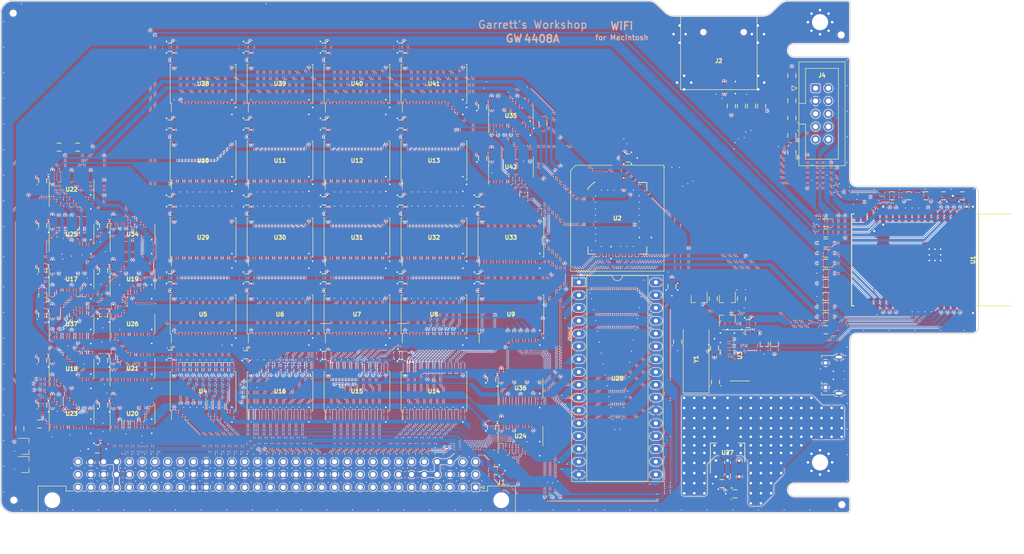
<source format=kicad_pcb>
(kicad_pcb (version 20171130) (host pcbnew "(5.1.10-1-10_14)")

  (general
    (thickness 1.6)
    (drawings 41)
    (tracks 5440)
    (zones 0)
    (modules 146)
    (nets 293)
  )

  (page A4)
  (layers
    (0 F.Cu signal)
    (1 In1.Cu power)
    (2 In2.Cu power)
    (31 B.Cu signal)
    (32 B.Adhes user)
    (33 F.Adhes user)
    (34 B.Paste user)
    (35 F.Paste user)
    (36 B.SilkS user)
    (37 F.SilkS user)
    (38 B.Mask user)
    (39 F.Mask user)
    (40 Dwgs.User user)
    (41 Cmts.User user)
    (42 Eco1.User user)
    (43 Eco2.User user)
    (44 Edge.Cuts user)
    (45 Margin user)
    (46 B.CrtYd user)
    (47 F.CrtYd user)
    (48 B.Fab user)
    (49 F.Fab user)
  )

  (setup
    (last_trace_width 0.15)
    (user_trace_width 0.2)
    (user_trace_width 0.25)
    (user_trace_width 0.3)
    (user_trace_width 0.35)
    (user_trace_width 0.4)
    (user_trace_width 0.45)
    (user_trace_width 0.5)
    (user_trace_width 0.6)
    (user_trace_width 0.7)
    (user_trace_width 0.8)
    (user_trace_width 1)
    (trace_clearance 0.15)
    (zone_clearance 0.15)
    (zone_45_only no)
    (trace_min 0.15)
    (via_size 0.5)
    (via_drill 0.2)
    (via_min_size 0.5)
    (via_min_drill 0.2)
    (user_via 0.6 0.3)
    (user_via 0.8 0.4)
    (user_via 1 0.5)
    (uvia_size 0.3)
    (uvia_drill 0.1)
    (uvias_allowed no)
    (uvia_min_size 0.2)
    (uvia_min_drill 0.1)
    (edge_width 0.05)
    (segment_width 0.2)
    (pcb_text_width 0.3)
    (pcb_text_size 1.5 1.5)
    (mod_edge_width 0.12)
    (mod_text_size 1 1)
    (mod_text_width 0.15)
    (pad_size 1.05 1.4)
    (pad_drill 0)
    (pad_to_mask_clearance 0)
    (aux_axis_origin 0 0)
    (visible_elements FFFFFF7F)
    (pcbplotparams
      (layerselection 0x010fc_ffffffff)
      (usegerberextensions false)
      (usegerberattributes true)
      (usegerberadvancedattributes true)
      (creategerberjobfile true)
      (excludeedgelayer true)
      (linewidth 0.100000)
      (plotframeref false)
      (viasonmask false)
      (mode 1)
      (useauxorigin false)
      (hpglpennumber 1)
      (hpglpenspeed 20)
      (hpglpendiameter 15.000000)
      (psnegative false)
      (psa4output false)
      (plotreference true)
      (plotvalue true)
      (plotinvisibletext false)
      (padsonsilk false)
      (subtractmaskfromsilk false)
      (outputformat 1)
      (mirror false)
      (drillshape 1)
      (scaleselection 1)
      (outputdirectory ""))
  )

  (net 0 "")
  (net 1 "Net-(C1-Pad1)")
  (net 2 GND)
  (net 3 "Net-(C2-Pad1)")
  (net 4 "Net-(J2-Pad8)")
  (net 5 /MISOr)
  (net 6 "Net-(J2-Pad5)")
  (net 7 +3V3)
  (net 8 "Net-(J2-Pad3)")
  (net 9 "Net-(J2-Pad2)")
  (net 10 "Net-(J2-Pad1)")
  (net 11 /DETr)
  (net 12 "Net-(J4-Pad5)")
  (net 13 "Net-(J4-Pad7)")
  (net 14 /ESP32/~TRST~)
  (net 15 /ESP32/TMS)
  (net 16 "Net-(J4-Pad4)")
  (net 17 /ESP32/TDO)
  (net 18 /ESP32/TDI)
  (net 19 /ESP32/~SRST~)
  (net 20 "Net-(Q1-Pad1)")
  (net 21 /ESP32/RTS)
  (net 22 /ESP32/EN)
  (net 23 /ESP32/IO0)
  (net 24 /ESP32/DTR)
  (net 25 "Net-(Q2-Pad1)")
  (net 26 /MOSI)
  (net 27 /S~CS~)
  (net 28 /SCK)
  (net 29 /MISO)
  (net 30 /DET)
  (net 31 /BusControl/~CLK~)
  (net 32 /BusControl/B~OE~)
  (net 33 /BusControl/BDIR)
  (net 34 /BusControl/ACK-2)
  (net 35 /AddrLatch/ACLK)
  (net 36 /ESP32/TCK)
  (net 37 /ESP32/IO2)
  (net 38 "Net-(R18-Pad2)")
  (net 39 /ROM/RD0)
  (net 40 /ROM/RD1)
  (net 41 /ROM/RD2)
  (net 42 /ROM/RD3)
  (net 43 /ROM/RD4)
  (net 44 /ROM/RD5)
  (net 45 /ROM/RD6)
  (net 46 /ROM/RD7)
  (net 47 +5V)
  (net 48 /ESP32/DBG_RX)
  (net 49 /ESP32/DBG_TX)
  (net 50 /ESP32/D+)
  (net 51 /ESP32/D-)
  (net 52 "Net-(U3-Pad9)")
  (net 53 "Net-(U3-Pad10)")
  (net 54 "Net-(U3-Pad11)")
  (net 55 "Net-(U3-Pad12)")
  (net 56 /DataReg/Q31)
  (net 57 /ESP32/NSCK)
  (net 58 /BusControl/REG~WE~)
  (net 59 /AddrLatch/~AD~4)
  (net 60 /AddrLatch/~AD~5)
  (net 61 /AddrLatch/~AD~6)
  (net 62 /AddrLatch/~AD~7)
  (net 63 /DataReg/Q23)
  (net 64 /AddrLatch/~AD~0)
  (net 65 /AddrLatch/~AD~1)
  (net 66 /AddrLatch/~AD~2)
  (net 67 /AddrLatch/~AD~3)
  (net 68 /AddrLatch/~AD~11)
  (net 69 /AddrLatch/~AD~10)
  (net 70 /AddrLatch/~AD~9)
  (net 71 /AddrLatch/~AD~8)
  (net 72 /DataReg/Q15)
  (net 73 /AddrLatch/~AD~15)
  (net 74 /AddrLatch/~AD~14)
  (net 75 /AddrLatch/~AD~13)
  (net 76 /AddrLatch/~AD~12)
  (net 77 /AddrLatch/~AD~20)
  (net 78 /AddrLatch/~AD~21)
  (net 79 /DataReg/Q7)
  (net 80 /AddrLatch/~AD~16)
  (net 81 /AddrLatch/~AD~17)
  (net 82 /AddrLatch/~AD~18)
  (net 83 /AddrLatch/~AD~19)
  (net 84 /DataReg/~AD~27)
  (net 85 /DataReg/~AD~26)
  (net 86 /DataReg/~AD~25)
  (net 87 /DataReg/~AD~24)
  (net 88 /BusControl/~AD~31)
  (net 89 /BusControl/~AD~30)
  (net 90 /BusControl/~AD~29)
  (net 91 /BusControl/~AD~28)
  (net 92 /BusControl/CLK)
  (net 93 /BusControl/REG~OE~)
  (net 94 /BusControl/~ACK~-2)
  (net 95 /BusControl/ACK-1)
  (net 96 /BusControl/~ACK~-1)
  (net 97 /BusControl/~CSTART~)
  (net 98 "Net-(U18-Pad8)")
  (net 99 /BusControl/ACK-0)
  (net 100 /CtrlStatReg/~RES~)
  (net 101 "Net-(U20-Pad3)")
  (net 102 /BusControl/~ID~2)
  (net 103 /BusControl/~ID~3)
  (net 104 "Net-(U20-Pad11)")
  (net 105 /BusControl/~ID~1)
  (net 106 "Net-(U20-Pad6)")
  (net 107 "Net-(U20-Pad8)")
  (net 108 /BusControl/~ID~0)
  (net 109 /BusControl/~CSEL~)
  (net 110 /BusControl/~START~ACK)
  (net 111 /BusControl/~START~)
  (net 112 /BusControl/START)
  (net 113 /BusControl/~WE~)
  (net 114 /BusControl/~OE~)
  (net 115 /DataReg/MISO)
  (net 116 /BusControl/~ACK~)
  (net 117 /BusControl/LA19)
  (net 118 /AddrLatch/~TM~0)
  (net 119 /AddrLatch/~TM~1)
  (net 120 "Net-(J1-PadA1)")
  (net 121 "Net-(J1-PadA2)")
  (net 122 "Net-(J1-PadA3)")
  (net 123 "Net-(J1-PadA4)")
  (net 124 "Net-(J1-PadA24)")
  (net 125 "Net-(J1-PadA25)")
  (net 126 "Net-(J1-PadA30)")
  (net 127 "Net-(J1-PadA32)")
  (net 128 "Net-(J1-PadB1)")
  (net 129 "Net-(J1-PadB8)")
  (net 130 "Net-(J1-PadB9)")
  (net 131 "Net-(J1-PadB10)")
  (net 132 "Net-(J1-PadB11)")
  (net 133 "Net-(J1-PadB24)")
  (net 134 "Net-(J1-PadB25)")
  (net 135 "Net-(J1-PadB26)")
  (net 136 "Net-(J1-PadB27)")
  (net 137 "Net-(J1-PadB32)")
  (net 138 "Net-(J1-PadC2)")
  (net 139 "Net-(J1-PadC24)")
  (net 140 "Net-(J1-PadC25)")
  (net 141 /AddrLatch/L~A~7)
  (net 142 /AddrLatch/L~A~6)
  (net 143 /AddrLatch/L~A~5)
  (net 144 /AddrLatch/L~A~4)
  (net 145 /AddrLatch/L~A~3)
  (net 146 /AddrLatch/L~A~2)
  (net 147 /AddrLatch/L~A~1)
  (net 148 /AddrLatch/L~A~0)
  (net 149 /AddrLatch/L~A~15)
  (net 150 /AddrLatch/L~A~14)
  (net 151 /AddrLatch/L~A~13)
  (net 152 /AddrLatch/L~A~12)
  (net 153 /AddrLatch/L~A~11)
  (net 154 /AddrLatch/L~A~10)
  (net 155 /AddrLatch/L~A~9)
  (net 156 /AddrLatch/L~A~8)
  (net 157 /AddrLatch/L~A~16)
  (net 158 /AddrLatch/L~A~17)
  (net 159 /AddrLatch/L~A~18)
  (net 160 /AddrLatch/L~A~19)
  (net 161 /AddrLatch/L~A~20)
  (net 162 /AddrLatch/L~A~21)
  (net 163 /AddrLatch/L~TM~1)
  (net 164 /AddrLatch/L~TM~0)
  (net 165 "Net-(J3-Pad4)")
  (net 166 "Net-(J3-Pad1)")
  (net 167 "Net-(U1-Pad22)")
  (net 168 "Net-(U1-Pad21)")
  (net 169 "Net-(U1-Pad20)")
  (net 170 "Net-(U1-Pad17)")
  (net 171 "Net-(U1-Pad18)")
  (net 172 "Net-(U1-Pad19)")
  (net 173 "Net-(U1-Pad32)")
  (net 174 /ESP32/N~CS~)
  (net 175 "Net-(U1-Pad28)")
  (net 176 "Net-(U1-Pad27)")
  (net 177 /BusControl/~CLK~r)
  (net 178 "Net-(Q4-Pad1)")
  (net 179 /ESP32/IRQ)
  (net 180 "Net-(J1-PadC23)")
  (net 181 "Net-(Q3-Pad1)")
  (net 182 /CtrlStatReg/ESP_~EN~)
  (net 183 "Net-(U1-Pad7)")
  (net 184 /CtrlStatReg/ROM~OE~)
  (net 185 /DataReg/Q33)
  (net 186 /DataReg/Q34)
  (net 187 /DataReg/Q35)
  (net 188 /DataReg/Q36)
  (net 189 /DataReg/Q37)
  (net 190 /DataReg/Q38)
  (net 191 /DataReg/Q39)
  (net 192 /DataReg/Q32)
  (net 193 /DataReg/Q30)
  (net 194 /DataReg/Q29)
  (net 195 /DataReg/Q28)
  (net 196 /DataReg/Q27)
  (net 197 /DataReg/Q26)
  (net 198 /DataReg/Q25)
  (net 199 /DataReg/Q17)
  (net 200 /DataReg/Q18)
  (net 201 /DataReg/Q19)
  (net 202 /DataReg/Q20)
  (net 203 /DataReg/Q21)
  (net 204 /DataReg/Q22)
  (net 205 /DataReg/Q24)
  (net 206 /DataReg/Q16)
  (net 207 /DataReg/Q14)
  (net 208 /DataReg/Q13)
  (net 209 /DataReg/Q12)
  (net 210 /DataReg/Q11)
  (net 211 /DataReg/Q10)
  (net 212 /DataReg/Q9)
  (net 213 /DataReg/Q1)
  (net 214 /DataReg/Q2)
  (net 215 /DataReg/Q3)
  (net 216 /DataReg/Q4)
  (net 217 /DataReg/Q5)
  (net 218 /DataReg/Q6)
  (net 219 /DataReg/Q8)
  (net 220 /CtrlStatReg/~RDREQ~N)
  (net 221 /CtrlStatReg/~WRREQ~N)
  (net 222 /CtrlStatReg/~AD~23)
  (net 223 /CtrlStatReg/~AD~22)
  (net 224 /CtrlStatReg/~NMRQ~)
  (net 225 "Net-(Q5-Pad1)")
  (net 226 "Net-(R31-Pad2)")
  (net 227 "Net-(R32-Pad2)")
  (net 228 /CtrlStatReg/~RDREQ~)
  (net 229 "Net-(U21-Pad10)")
  (net 230 "Net-(U23-Pad9)")
  (net 231 /CtrlStatReg/WRREQ)
  (net 232 /CtrlStatReg/~WRREQ~)
  (net 233 /CtrlStatReg/WR~IE~)
  (net 234 "Net-(U36-Pad5)")
  (net 235 /CtrlStatReg/RD~IE~)
  (net 236 "Net-(U21-Pad6)")
  (net 237 "Net-(U36-Pad9)")
  (net 238 "Net-(U18-Pad11)")
  (net 239 "Net-(U18-Pad10)")
  (net 240 "Net-(U18-Pad9)")
  (net 241 "Net-(U18-Pad13)")
  (net 242 "Net-(U18-Pad12)")
  (net 243 "Net-(U19-Pad1)")
  (net 244 "Net-(U35-Pad9)")
  (net 245 "Net-(U37-Pad8)")
  (net 246 "Net-(U37-Pad6)")
  (net 247 "Net-(R9-Pad1)")
  (net 248 "Net-(R9-Pad2)")
  (net 249 "Net-(U19-Pad9)")
  (net 250 /DataReg/MOSI)
  (net 251 /CtrlStatReg/RDCLK)
  (net 252 /CtrlStatReg/WRCLK)
  (net 253 /DataReg/RQ0)
  (net 254 /DataReg/RQ1)
  (net 255 /DataReg/RQ2)
  (net 256 /DataReg/RQ3)
  (net 257 /DataReg/RQ4)
  (net 258 /DataReg/RQ5)
  (net 259 /DataReg/RQ6)
  (net 260 /DataReg/RQ7)
  (net 261 /DataReg/RQ15)
  (net 262 /DataReg/RQ14)
  (net 263 /DataReg/RQ13)
  (net 264 /DataReg/RQ12)
  (net 265 /DataReg/RQ11)
  (net 266 /DataReg/RQ10)
  (net 267 /DataReg/RQ9)
  (net 268 /DataReg/RQ8)
  (net 269 /DataReg/RQ16)
  (net 270 /DataReg/RQ17)
  (net 271 /DataReg/RQ18)
  (net 272 /DataReg/RQ19)
  (net 273 /DataReg/RQ20)
  (net 274 /DataReg/RQ21)
  (net 275 /DataReg/RQ22)
  (net 276 /DataReg/RQ23)
  (net 277 /DataReg/RQ31)
  (net 278 /DataReg/RQ30)
  (net 279 /DataReg/RQ29)
  (net 280 /DataReg/RQ28)
  (net 281 /DataReg/RQ27)
  (net 282 /DataReg/RQ26)
  (net 283 /DataReg/RQ25)
  (net 284 /DataReg/RQ24)
  (net 285 "Net-(U29-Pad2)")
  (net 286 "Net-(U33-Pad12)")
  (net 287 "Net-(U38-Pad2)")
  (net 288 "Net-(U38-Pad11)")
  (net 289 "Net-(U1-Pad8)")
  (net 290 "Net-(R25-Pad1)")
  (net 291 "Net-(R26-Pad1)")
  (net 292 "Net-(R33-Pad1)")

  (net_class Default "This is the default net class."
    (clearance 0.15)
    (trace_width 0.15)
    (via_dia 0.5)
    (via_drill 0.2)
    (uvia_dia 0.3)
    (uvia_drill 0.1)
    (add_net +3V3)
    (add_net +5V)
    (add_net /AddrLatch/ACLK)
    (add_net /AddrLatch/L~A~0)
    (add_net /AddrLatch/L~A~1)
    (add_net /AddrLatch/L~A~10)
    (add_net /AddrLatch/L~A~11)
    (add_net /AddrLatch/L~A~12)
    (add_net /AddrLatch/L~A~13)
    (add_net /AddrLatch/L~A~14)
    (add_net /AddrLatch/L~A~15)
    (add_net /AddrLatch/L~A~16)
    (add_net /AddrLatch/L~A~17)
    (add_net /AddrLatch/L~A~18)
    (add_net /AddrLatch/L~A~19)
    (add_net /AddrLatch/L~A~2)
    (add_net /AddrLatch/L~A~20)
    (add_net /AddrLatch/L~A~21)
    (add_net /AddrLatch/L~A~3)
    (add_net /AddrLatch/L~A~4)
    (add_net /AddrLatch/L~A~5)
    (add_net /AddrLatch/L~A~6)
    (add_net /AddrLatch/L~A~7)
    (add_net /AddrLatch/L~A~8)
    (add_net /AddrLatch/L~A~9)
    (add_net /AddrLatch/L~TM~0)
    (add_net /AddrLatch/L~TM~1)
    (add_net /AddrLatch/~AD~0)
    (add_net /AddrLatch/~AD~1)
    (add_net /AddrLatch/~AD~10)
    (add_net /AddrLatch/~AD~11)
    (add_net /AddrLatch/~AD~12)
    (add_net /AddrLatch/~AD~13)
    (add_net /AddrLatch/~AD~14)
    (add_net /AddrLatch/~AD~15)
    (add_net /AddrLatch/~AD~16)
    (add_net /AddrLatch/~AD~17)
    (add_net /AddrLatch/~AD~18)
    (add_net /AddrLatch/~AD~19)
    (add_net /AddrLatch/~AD~2)
    (add_net /AddrLatch/~AD~20)
    (add_net /AddrLatch/~AD~21)
    (add_net /AddrLatch/~AD~3)
    (add_net /AddrLatch/~AD~4)
    (add_net /AddrLatch/~AD~5)
    (add_net /AddrLatch/~AD~6)
    (add_net /AddrLatch/~AD~7)
    (add_net /AddrLatch/~AD~8)
    (add_net /AddrLatch/~AD~9)
    (add_net /AddrLatch/~TM~0)
    (add_net /AddrLatch/~TM~1)
    (add_net /BusControl/ACK-0)
    (add_net /BusControl/ACK-1)
    (add_net /BusControl/ACK-2)
    (add_net /BusControl/BDIR)
    (add_net /BusControl/B~OE~)
    (add_net /BusControl/CLK)
    (add_net /BusControl/LA19)
    (add_net /BusControl/REG~OE~)
    (add_net /BusControl/REG~WE~)
    (add_net /BusControl/START)
    (add_net /BusControl/~ACK~)
    (add_net /BusControl/~ACK~-1)
    (add_net /BusControl/~ACK~-2)
    (add_net /BusControl/~AD~28)
    (add_net /BusControl/~AD~29)
    (add_net /BusControl/~AD~30)
    (add_net /BusControl/~AD~31)
    (add_net /BusControl/~CLK~)
    (add_net /BusControl/~CLK~r)
    (add_net /BusControl/~CSEL~)
    (add_net /BusControl/~CSTART~)
    (add_net /BusControl/~ID~0)
    (add_net /BusControl/~ID~1)
    (add_net /BusControl/~ID~2)
    (add_net /BusControl/~ID~3)
    (add_net /BusControl/~OE~)
    (add_net /BusControl/~START~)
    (add_net /BusControl/~START~ACK)
    (add_net /BusControl/~WE~)
    (add_net /CtrlStatReg/ESP_~EN~)
    (add_net /CtrlStatReg/RDCLK)
    (add_net /CtrlStatReg/RD~IE~)
    (add_net /CtrlStatReg/ROM~OE~)
    (add_net /CtrlStatReg/WRCLK)
    (add_net /CtrlStatReg/WRREQ)
    (add_net /CtrlStatReg/WR~IE~)
    (add_net /CtrlStatReg/~AD~22)
    (add_net /CtrlStatReg/~AD~23)
    (add_net /CtrlStatReg/~NMRQ~)
    (add_net /CtrlStatReg/~RDREQ~)
    (add_net /CtrlStatReg/~RDREQ~N)
    (add_net /CtrlStatReg/~RES~)
    (add_net /CtrlStatReg/~WRREQ~)
    (add_net /CtrlStatReg/~WRREQ~N)
    (add_net /DET)
    (add_net /DETr)
    (add_net /DataReg/MISO)
    (add_net /DataReg/MOSI)
    (add_net /DataReg/Q1)
    (add_net /DataReg/Q10)
    (add_net /DataReg/Q11)
    (add_net /DataReg/Q12)
    (add_net /DataReg/Q13)
    (add_net /DataReg/Q14)
    (add_net /DataReg/Q15)
    (add_net /DataReg/Q16)
    (add_net /DataReg/Q17)
    (add_net /DataReg/Q18)
    (add_net /DataReg/Q19)
    (add_net /DataReg/Q2)
    (add_net /DataReg/Q20)
    (add_net /DataReg/Q21)
    (add_net /DataReg/Q22)
    (add_net /DataReg/Q23)
    (add_net /DataReg/Q24)
    (add_net /DataReg/Q25)
    (add_net /DataReg/Q26)
    (add_net /DataReg/Q27)
    (add_net /DataReg/Q28)
    (add_net /DataReg/Q29)
    (add_net /DataReg/Q3)
    (add_net /DataReg/Q30)
    (add_net /DataReg/Q31)
    (add_net /DataReg/Q32)
    (add_net /DataReg/Q33)
    (add_net /DataReg/Q34)
    (add_net /DataReg/Q35)
    (add_net /DataReg/Q36)
    (add_net /DataReg/Q37)
    (add_net /DataReg/Q38)
    (add_net /DataReg/Q39)
    (add_net /DataReg/Q4)
    (add_net /DataReg/Q5)
    (add_net /DataReg/Q6)
    (add_net /DataReg/Q7)
    (add_net /DataReg/Q8)
    (add_net /DataReg/Q9)
    (add_net /DataReg/RQ0)
    (add_net /DataReg/RQ1)
    (add_net /DataReg/RQ10)
    (add_net /DataReg/RQ11)
    (add_net /DataReg/RQ12)
    (add_net /DataReg/RQ13)
    (add_net /DataReg/RQ14)
    (add_net /DataReg/RQ15)
    (add_net /DataReg/RQ16)
    (add_net /DataReg/RQ17)
    (add_net /DataReg/RQ18)
    (add_net /DataReg/RQ19)
    (add_net /DataReg/RQ2)
    (add_net /DataReg/RQ20)
    (add_net /DataReg/RQ21)
    (add_net /DataReg/RQ22)
    (add_net /DataReg/RQ23)
    (add_net /DataReg/RQ24)
    (add_net /DataReg/RQ25)
    (add_net /DataReg/RQ26)
    (add_net /DataReg/RQ27)
    (add_net /DataReg/RQ28)
    (add_net /DataReg/RQ29)
    (add_net /DataReg/RQ3)
    (add_net /DataReg/RQ30)
    (add_net /DataReg/RQ31)
    (add_net /DataReg/RQ4)
    (add_net /DataReg/RQ5)
    (add_net /DataReg/RQ6)
    (add_net /DataReg/RQ7)
    (add_net /DataReg/RQ8)
    (add_net /DataReg/RQ9)
    (add_net /DataReg/~AD~24)
    (add_net /DataReg/~AD~25)
    (add_net /DataReg/~AD~26)
    (add_net /DataReg/~AD~27)
    (add_net /ESP32/D+)
    (add_net /ESP32/D-)
    (add_net /ESP32/DBG_RX)
    (add_net /ESP32/DBG_TX)
    (add_net /ESP32/DTR)
    (add_net /ESP32/EN)
    (add_net /ESP32/IO0)
    (add_net /ESP32/IO2)
    (add_net /ESP32/IRQ)
    (add_net /ESP32/NSCK)
    (add_net /ESP32/N~CS~)
    (add_net /ESP32/RTS)
    (add_net /ESP32/TCK)
    (add_net /ESP32/TDI)
    (add_net /ESP32/TDO)
    (add_net /ESP32/TMS)
    (add_net /ESP32/~SRST~)
    (add_net /ESP32/~TRST~)
    (add_net /MISO)
    (add_net /MISOr)
    (add_net /MOSI)
    (add_net /ROM/RD0)
    (add_net /ROM/RD1)
    (add_net /ROM/RD2)
    (add_net /ROM/RD3)
    (add_net /ROM/RD4)
    (add_net /ROM/RD5)
    (add_net /ROM/RD6)
    (add_net /ROM/RD7)
    (add_net /SCK)
    (add_net /S~CS~)
    (add_net GND)
    (add_net "Net-(C1-Pad1)")
    (add_net "Net-(C2-Pad1)")
    (add_net "Net-(J1-PadA1)")
    (add_net "Net-(J1-PadA2)")
    (add_net "Net-(J1-PadA24)")
    (add_net "Net-(J1-PadA25)")
    (add_net "Net-(J1-PadA3)")
    (add_net "Net-(J1-PadA30)")
    (add_net "Net-(J1-PadA32)")
    (add_net "Net-(J1-PadA4)")
    (add_net "Net-(J1-PadB1)")
    (add_net "Net-(J1-PadB10)")
    (add_net "Net-(J1-PadB11)")
    (add_net "Net-(J1-PadB24)")
    (add_net "Net-(J1-PadB25)")
    (add_net "Net-(J1-PadB26)")
    (add_net "Net-(J1-PadB27)")
    (add_net "Net-(J1-PadB32)")
    (add_net "Net-(J1-PadB8)")
    (add_net "Net-(J1-PadB9)")
    (add_net "Net-(J1-PadC2)")
    (add_net "Net-(J1-PadC23)")
    (add_net "Net-(J1-PadC24)")
    (add_net "Net-(J1-PadC25)")
    (add_net "Net-(J2-Pad1)")
    (add_net "Net-(J2-Pad2)")
    (add_net "Net-(J2-Pad3)")
    (add_net "Net-(J2-Pad5)")
    (add_net "Net-(J2-Pad8)")
    (add_net "Net-(J3-Pad1)")
    (add_net "Net-(J3-Pad4)")
    (add_net "Net-(J4-Pad4)")
    (add_net "Net-(J4-Pad5)")
    (add_net "Net-(J4-Pad7)")
    (add_net "Net-(Q1-Pad1)")
    (add_net "Net-(Q2-Pad1)")
    (add_net "Net-(Q3-Pad1)")
    (add_net "Net-(Q4-Pad1)")
    (add_net "Net-(Q5-Pad1)")
    (add_net "Net-(R18-Pad2)")
    (add_net "Net-(R25-Pad1)")
    (add_net "Net-(R26-Pad1)")
    (add_net "Net-(R31-Pad2)")
    (add_net "Net-(R32-Pad2)")
    (add_net "Net-(R33-Pad1)")
    (add_net "Net-(R9-Pad1)")
    (add_net "Net-(R9-Pad2)")
    (add_net "Net-(U1-Pad17)")
    (add_net "Net-(U1-Pad18)")
    (add_net "Net-(U1-Pad19)")
    (add_net "Net-(U1-Pad20)")
    (add_net "Net-(U1-Pad21)")
    (add_net "Net-(U1-Pad22)")
    (add_net "Net-(U1-Pad27)")
    (add_net "Net-(U1-Pad28)")
    (add_net "Net-(U1-Pad32)")
    (add_net "Net-(U1-Pad7)")
    (add_net "Net-(U1-Pad8)")
    (add_net "Net-(U18-Pad10)")
    (add_net "Net-(U18-Pad11)")
    (add_net "Net-(U18-Pad12)")
    (add_net "Net-(U18-Pad13)")
    (add_net "Net-(U18-Pad8)")
    (add_net "Net-(U18-Pad9)")
    (add_net "Net-(U19-Pad1)")
    (add_net "Net-(U19-Pad9)")
    (add_net "Net-(U20-Pad11)")
    (add_net "Net-(U20-Pad3)")
    (add_net "Net-(U20-Pad6)")
    (add_net "Net-(U20-Pad8)")
    (add_net "Net-(U21-Pad10)")
    (add_net "Net-(U21-Pad6)")
    (add_net "Net-(U23-Pad9)")
    (add_net "Net-(U29-Pad2)")
    (add_net "Net-(U3-Pad10)")
    (add_net "Net-(U3-Pad11)")
    (add_net "Net-(U3-Pad12)")
    (add_net "Net-(U3-Pad9)")
    (add_net "Net-(U33-Pad12)")
    (add_net "Net-(U35-Pad9)")
    (add_net "Net-(U36-Pad5)")
    (add_net "Net-(U36-Pad9)")
    (add_net "Net-(U37-Pad6)")
    (add_net "Net-(U37-Pad8)")
    (add_net "Net-(U38-Pad11)")
    (add_net "Net-(U38-Pad2)")
  )

  (module stdpads:C_0805 (layer F.Cu) (tedit 5F02840E) (tstamp 61A76E7A)
    (at 166.585 128.778)
    (tags capacitor)
    (path /6400A649/62113F00)
    (solder_mask_margin 0.05)
    (solder_paste_margin -0.025)
    (attr smd)
    (fp_text reference C34 (at 0 0 180) (layer F.Fab)
      (effects (font (size 0.254 0.254) (thickness 0.0635)))
    )
    (fp_text value 10u (at 0 0.35) (layer F.Fab)
      (effects (font (size 0.254 0.254) (thickness 0.0635)))
    )
    (fp_line (start -1 0.625) (end -1 -0.625) (layer F.Fab) (width 0.15))
    (fp_line (start -1 -0.625) (end 1 -0.625) (layer F.Fab) (width 0.15))
    (fp_line (start 1 -0.625) (end 1 0.625) (layer F.Fab) (width 0.15))
    (fp_line (start 1 0.625) (end -1 0.625) (layer F.Fab) (width 0.15))
    (fp_line (start -0.4064 -0.8) (end 0.4064 -0.8) (layer F.SilkS) (width 0.1524))
    (fp_line (start -0.4064 0.8) (end 0.4064 0.8) (layer F.SilkS) (width 0.1524))
    (fp_line (start -1.7 1) (end -1.7 -1) (layer F.CrtYd) (width 0.05))
    (fp_line (start -1.7 -1) (end 1.7 -1) (layer F.CrtYd) (width 0.05))
    (fp_line (start 1.7 -1) (end 1.7 1) (layer F.CrtYd) (width 0.05))
    (fp_line (start 1.7 1) (end -1.7 1) (layer F.CrtYd) (width 0.05))
    (fp_text user %R (at 0 0 180) (layer F.SilkS) hide
      (effects (font (size 0.254 0.254) (thickness 0.0635)))
    )
    (pad 1 smd roundrect (at -0.85 0) (size 1.05 1.4) (layers F.Cu F.Paste F.Mask) (roundrect_rratio 0.25)
      (net 47 +5V))
    (pad 2 smd roundrect (at 0.85 0) (size 1.05 1.4) (layers F.Cu F.Paste F.Mask) (roundrect_rratio 0.25)
      (net 2 GND))
    (model ${KISYS3DMOD}/Capacitor_SMD.3dshapes/C_0805_2012Metric.wrl
      (at (xyz 0 0 0))
      (scale (xyz 1 1 1))
      (rotate (xyz 0 0 0))
    )
  )

  (module stdpads:ESP32-WROVER_WROOM-32_WROVER (layer F.Cu) (tedit 602A4B2B) (tstamp 61A76D38)
    (at 255.778 86.995 180)
    (path /64084316/640945CC)
    (solder_mask_margin 0.05)
    (solder_paste_margin -0.05)
    (attr smd)
    (fp_text reference U1 (at -5.2705 0 90) (layer F.Fab)
      (effects (font (size 0.8128 0.8128) (thickness 0.2032)))
    )
    (fp_text value ESP-WROVER-32 (at -3.7705 0 90) (layer F.Fab) hide
      (effects (font (size 0.8128 0.8128) (thickness 0.2032)))
    )
    (fp_line (start -15.3205 11.55) (end -15.3205 -11.55) (layer F.CrtYd) (width 0.12))
    (fp_line (start 21.2295 -11.55) (end 21.2295 11.55) (layer F.CrtYd) (width 0.12))
    (fp_line (start -15.3205 -11.55) (end 21.2295 -11.55) (layer F.CrtYd) (width 0.12))
    (fp_line (start 21.2295 11.55) (end -15.3205 11.55) (layer F.CrtYd) (width 0.12))
    (fp_line (start -12.7605 -9) (end -12.7605 9) (layer F.Fab) (width 0.05))
    (fp_line (start 18.6895 -9) (end -12.7605 -9) (layer F.Fab) (width 0.05))
    (fp_line (start 18.6895 9) (end 18.6895 -9) (layer F.Fab) (width 0.05))
    (fp_line (start -12.7605 9) (end 18.6895 9) (layer F.Fab) (width 0.05))
    (fp_line (start -6.4105 9.1) (end -6.4105 -9.1) (layer F.SilkS) (width 0.2032))
    (fp_line (start 18.7695 9.1) (end 18.2695 9.1) (layer F.SilkS) (width 0.2032))
    (fp_line (start -5.9205 9.1) (end -12.7605 9.1) (layer F.SilkS) (width 0.2032))
    (fp_line (start -5.9205 -9.1) (end -12.7605 -9.1) (layer F.SilkS) (width 0.2032))
    (fp_line (start -6.4105 9) (end -6.4105 -9) (layer F.Fab) (width 0.05))
    (fp_line (start 18.7695 -9.1) (end 18.2695 -9.1) (layer F.SilkS) (width 0.2032))
    (fp_line (start 18.7695 -9.1) (end 18.7695 9.1) (layer F.SilkS) (width 0.2032))
    (fp_text user %R (at -5.2705 0 90) (layer F.SilkS)
      (effects (font (size 0.8128 0.8128) (thickness 0.2032)))
    )
    (pad 24 smd oval (at 12.5195 -5.715) (size 2.5 0.9) (layers F.Cu F.Mask)
      (net 37 /ESP32/IO2))
    (pad 23 smd oval (at 12.5195 -4.445) (size 2.5 0.9) (layers F.Cu F.Mask)
      (net 17 /ESP32/TDO))
    (pad 22 smd oval (at 12.5195 -3.175) (size 2.5 0.9) (layers F.Cu F.Mask)
      (net 167 "Net-(U1-Pad22)"))
    (pad 21 smd oval (at 12.5195 -1.905) (size 2.5 0.9) (layers F.Cu F.Mask)
      (net 168 "Net-(U1-Pad21)"))
    (pad 20 smd oval (at 12.5195 -0.635) (size 2.5 0.9) (layers F.Cu F.Mask)
      (net 169 "Net-(U1-Pad20)"))
    (pad 15 smd oval (at 12.5195 5.715) (size 2.5 0.9) (layers F.Cu F.Mask)
      (net 2 GND))
    (pad 16 smd oval (at 12.5195 4.445) (size 2.5 0.9) (layers F.Cu F.Mask)
      (net 36 /ESP32/TCK))
    (pad 17 smd oval (at 12.5195 3.175) (size 2.5 0.9) (layers F.Cu F.Mask)
      (net 170 "Net-(U1-Pad17)"))
    (pad 18 smd oval (at 12.5195 1.905) (size 2.5 0.9) (layers F.Cu F.Mask)
      (net 171 "Net-(U1-Pad18)"))
    (pad 19 smd oval (at 12.5195 0.635) (size 2.5 0.9) (layers F.Cu F.Mask)
      (net 172 "Net-(U1-Pad19)"))
    (pad 38 smd oval (at -5.2705 -8.75 270) (size 2.5 0.9) (layers F.Cu F.Paste F.Mask)
      (net 2 GND))
    (pad 37 smd oval (at -4.0005 -8.75 270) (size 2.5 0.9) (layers F.Cu F.Paste F.Mask)
      (net 250 /DataReg/MOSI))
    (pad 36 smd oval (at -2.7305 -8.75 270) (size 2.5 0.9) (layers F.Cu F.Paste F.Mask)
      (net 290 "Net-(R25-Pad1)"))
    (pad 35 smd oval (at -1.4605 -8.75 270) (size 2.5 0.9) (layers F.Cu F.Paste F.Mask)
      (net 48 /ESP32/DBG_RX))
    (pad 34 smd oval (at -0.1905 -8.75 270) (size 2.5 0.9) (layers F.Cu F.Paste F.Mask)
      (net 49 /ESP32/DBG_TX))
    (pad 33 smd oval (at 1.0795 -8.75 270) (size 2.5 0.9) (layers F.Cu F.Paste F.Mask)
      (net 291 "Net-(R26-Pad1)"))
    (pad 32 smd oval (at 2.3495 -8.75 270) (size 2.5 0.9) (layers F.Cu F.Paste F.Mask)
      (net 173 "Net-(U1-Pad32)"))
    (pad 31 smd oval (at 3.6195 -8.75 270) (size 2.5 0.9) (layers F.Cu F.Paste F.Mask)
      (net 115 /DataReg/MISO))
    (pad 30 smd oval (at 4.8895 -8.75 270) (size 2.5 0.9) (layers F.Cu F.Paste F.Mask)
      (net 292 "Net-(R33-Pad1)"))
    (pad 29 smd oval (at 6.1595 -8.75 270) (size 2.5 0.9) (layers F.Cu F.Paste F.Mask)
      (net 174 /ESP32/N~CS~))
    (pad 28 smd oval (at 7.4295 -8.75 270) (size 2.5 0.9) (layers F.Cu F.Paste F.Mask)
      (net 175 "Net-(U1-Pad28)"))
    (pad 27 smd oval (at 8.6995 -8.75 270) (size 2.5 0.9) (layers F.Cu F.Paste F.Mask)
      (net 176 "Net-(U1-Pad27)"))
    (pad 26 smd oval (at 9.9695 -8.75 270) (size 2.5 0.9) (layers F.Cu F.Paste F.Mask)
      (net 179 /ESP32/IRQ))
    (pad 25 smd oval (at 11.2395 -8.75 270) (size 2.5 0.9) (layers F.Cu F.Paste F.Mask)
      (net 23 /ESP32/IO0))
    (pad 24 smd oval (at 12.5095 -8.75 270) (size 2.5 0.9) (layers F.Cu F.Paste F.Mask)
      (net 37 /ESP32/IO2))
    (pad 23 smd oval (at 13.7795 -8.75 270) (size 2.5 0.9) (layers F.Cu F.Paste F.Mask)
      (net 17 /ESP32/TDO))
    (pad 22 smd oval (at 15.0495 -8.75 270) (size 2.5 0.9) (layers F.Cu F.Paste F.Mask)
      (net 167 "Net-(U1-Pad22)"))
    (pad 21 smd oval (at 16.3195 -8.75 270) (size 2.5 0.9) (layers F.Cu F.Paste F.Mask)
      (net 168 "Net-(U1-Pad21)"))
    (pad 20 smd oval (at 17.5895 -8.75 270) (size 2.5 0.9) (layers F.Cu F.Paste F.Mask)
      (net 169 "Net-(U1-Pad20)"))
    (pad 19 smd oval (at 17.5895 8.75 270) (size 2.5 0.9) (layers F.Cu F.Paste F.Mask)
      (net 172 "Net-(U1-Pad19)"))
    (pad 18 smd oval (at 16.3195 8.75 270) (size 2.5 0.9) (layers F.Cu F.Paste F.Mask)
      (net 171 "Net-(U1-Pad18)"))
    (pad 17 smd oval (at 15.0495 8.75 270) (size 2.5 0.9) (layers F.Cu F.Paste F.Mask)
      (net 170 "Net-(U1-Pad17)"))
    (pad 16 smd oval (at 13.7795 8.75 270) (size 2.5 0.9) (layers F.Cu F.Paste F.Mask)
      (net 36 /ESP32/TCK))
    (pad 15 smd oval (at 12.5095 8.75 270) (size 2.5 0.9) (layers F.Cu F.Paste F.Mask)
      (net 2 GND))
    (pad 14 smd oval (at 11.2395 8.75 270) (size 2.5 0.9) (layers F.Cu F.Paste F.Mask)
      (net 18 /ESP32/TDI))
    (pad 13 smd oval (at 9.9695 8.75 270) (size 2.5 0.9) (layers F.Cu F.Paste F.Mask)
      (net 15 /ESP32/TMS))
    (pad 12 smd oval (at 8.6995 8.75 270) (size 2.5 0.9) (layers F.Cu F.Paste F.Mask)
      (net 29 /MISO))
    (pad 11 smd oval (at 7.4295 8.75 270) (size 2.5 0.9) (layers F.Cu F.Paste F.Mask)
      (net 28 /SCK))
    (pad 10 smd oval (at 6.1595 8.75 270) (size 2.5 0.9) (layers F.Cu F.Paste F.Mask)
      (net 27 /S~CS~))
    (pad 9 smd oval (at 4.8895 8.75 270) (size 2.5 0.9) (layers F.Cu F.Paste F.Mask)
      (net 26 /MOSI))
    (pad 8 smd oval (at 3.6195 8.75 270) (size 2.5 0.9) (layers F.Cu F.Paste F.Mask)
      (net 289 "Net-(U1-Pad8)"))
    (pad 7 smd oval (at 2.3495 8.75 270) (size 2.5 0.9) (layers F.Cu F.Paste F.Mask)
      (net 183 "Net-(U1-Pad7)"))
    (pad 6 smd oval (at 1.0795 8.75 270) (size 2.5 0.9) (layers F.Cu F.Paste F.Mask)
      (net 228 /CtrlStatReg/~RDREQ~))
    (pad 5 smd oval (at -0.1905 8.75 270) (size 2.5 0.9) (layers F.Cu F.Paste F.Mask)
      (net 232 /CtrlStatReg/~WRREQ~))
    (pad 4 smd oval (at -1.4605 8.75 270) (size 2.5 0.9) (layers F.Cu F.Paste F.Mask)
      (net 30 /DET))
    (pad 3 smd oval (at -2.7305 8.75 270) (size 2.5 0.9) (layers F.Cu F.Paste F.Mask)
      (net 22 /ESP32/EN))
    (pad 2 smd oval (at -4.0005 8.75 270) (size 2.5 0.9) (layers F.Cu F.Paste F.Mask)
      (net 7 +3V3))
    (pad 1 smd oval (at -5.2705 8.75 270) (size 2.5 0.9) (layers F.Cu F.Paste F.Mask)
      (net 2 GND))
    (pad 39 smd rect (at 2.2595 1 270) (size 5 5) (layers F.Cu F.Mask)
      (net 2 GND) (zone_connect 2))
    (pad 39 thru_hole circle (at 3.3865 2.127 270) (size 0.8 0.8) (drill 0.3) (layers *.Cu F.Mask)
      (net 2 GND) (zone_connect 2))
    (pad 39 thru_hole circle (at 2.2595 2.127 270) (size 0.8 0.8) (drill 0.3) (layers *.Cu F.Mask)
      (net 2 GND) (zone_connect 2))
    (pad 39 thru_hole circle (at 1.1325 2.127 270) (size 0.8 0.8) (drill 0.3) (layers *.Cu F.Mask)
      (net 2 GND) (zone_connect 2))
    (pad 39 thru_hole circle (at 1.1325 -0.127 270) (size 0.8 0.8) (drill 0.3) (layers *.Cu F.Mask)
      (net 2 GND) (zone_connect 2))
    (pad 39 thru_hole circle (at 2.2595 -0.127 270) (size 0.8 0.8) (drill 0.3) (layers *.Cu F.Mask)
      (net 2 GND) (zone_connect 2))
    (pad 39 thru_hole circle (at 3.3865 -0.127 270) (size 0.8 0.8) (drill 0.3) (layers *.Cu F.Mask)
      (net 2 GND) (zone_connect 2))
    (pad 39 thru_hole circle (at 3.3865 1 270) (size 0.8 0.8) (drill 0.3) (layers *.Cu F.Mask)
      (net 2 GND) (zone_connect 2))
    (pad 39 thru_hole circle (at 1.1325 1 270) (size 0.8 0.8) (drill 0.3) (layers *.Cu F.Mask)
      (net 2 GND) (zone_connect 2))
    (pad 39 smd rect (at 0.2275 1 270) (size 3 0.5) (layers F.Cu F.Paste F.Mask)
      (net 2 GND) (zone_connect 2))
    (pad 39 smd rect (at 2.2595 3.032 270) (size 0.5 3) (layers F.Cu F.Paste F.Mask)
      (net 2 GND) (zone_connect 2))
    (pad 39 smd rect (at 4.2915 1 270) (size 3 0.5) (layers F.Cu F.Paste F.Mask)
      (net 2 GND) (zone_connect 2))
    (pad 39 smd rect (at 2.2595 -1.159 270) (size 0.5 3) (layers F.Cu F.Paste F.Mask)
      (net 2 GND) (zone_connect 2))
    (pad 39 smd rect (at 2.2595 1 270) (size 1.5 1.5) (layers F.Cu F.Paste F.Mask)
      (net 2 GND) (zone_connect 2))
    (model ${KISYS3DMOD}/RF_Module.3dshapes/ESP32-WROOM-32.wrl
      (offset (xyz 2.94 0 0))
      (scale (xyz 1 1 1))
      (rotate (xyz 0 0 -90))
    )
    (model ${KISYS3DMOD}/RF_Module.3dshapes/ESP32-WROOM-32.wrl
      (offset (xyz 9.300000000000001 0 0))
      (scale (xyz 1 1 1))
      (rotate (xyz 0 0 -90))
    )
  )

  (module stdpads:R_0805 (layer F.Cu) (tedit 5F027DD1) (tstamp 61A76DEA)
    (at 225.171 62.296 90)
    (tags resistor)
    (path /64084316/6420429E)
    (solder_mask_margin 0.05)
    (solder_paste_margin -0.025)
    (attr smd)
    (fp_text reference R24 (at 0 0 90) (layer F.Fab)
      (effects (font (size 0.254 0.254) (thickness 0.0635)))
    )
    (fp_text value DNP (at 0 0.35 90) (layer F.Fab)
      (effects (font (size 0.254 0.254) (thickness 0.0635)))
    )
    (fp_line (start 1.7 1) (end -1.7 1) (layer F.CrtYd) (width 0.05))
    (fp_line (start 1.7 -1) (end 1.7 1) (layer F.CrtYd) (width 0.05))
    (fp_line (start -1.7 -1) (end 1.7 -1) (layer F.CrtYd) (width 0.05))
    (fp_line (start -1.7 1) (end -1.7 -1) (layer F.CrtYd) (width 0.05))
    (fp_line (start -0.4064 0.8) (end 0.4064 0.8) (layer F.SilkS) (width 0.1524))
    (fp_line (start -0.4064 -0.8) (end 0.4064 -0.8) (layer F.SilkS) (width 0.1524))
    (fp_line (start 1 0.625) (end -1 0.625) (layer F.Fab) (width 0.1))
    (fp_line (start 1 -0.625) (end 1 0.625) (layer F.Fab) (width 0.1))
    (fp_line (start -1 -0.625) (end 1 -0.625) (layer F.Fab) (width 0.1))
    (fp_line (start -1 0.625) (end -1 -0.625) (layer F.Fab) (width 0.1))
    (fp_text user %R (at 0 0 270) (layer F.SilkS) hide
      (effects (font (size 0.254 0.254) (thickness 0.0635)))
    )
    (pad 1 smd roundrect (at -0.95 0 90) (size 0.85 1.4) (layers F.Cu F.Paste F.Mask) (roundrect_rratio 0.25)
      (net 18 /ESP32/TDI))
    (pad 2 smd roundrect (at 0.95 0 90) (size 0.85 1.4) (layers F.Cu F.Paste F.Mask) (roundrect_rratio 0.25)
      (net 2 GND))
    (model ${KISYS3DMOD}/Resistor_SMD.3dshapes/R_0805_2012Metric.wrl
      (at (xyz 0 0 0))
      (scale (xyz 1 1 1))
      (rotate (xyz 0 0 0))
    )
  )

  (module Connector_IDC:IDC-Header_2x05_P2.54mm_Vertical (layer F.Cu) (tedit 5EAC9A07) (tstamp 61A76C8D)
    (at 229.87 52.959)
    (descr "Through hole IDC box header, 2x05, 2.54mm pitch, DIN 41651 / IEC 60603-13, double rows, https://docs.google.com/spreadsheets/d/16SsEcesNF15N3Lb4niX7dcUr-NY5_MFPQhobNuNppn4/edit#gid=0")
    (tags "Through hole vertical IDC box header THT 2x05 2.54mm double row")
    (path /64084316/641CD4DC)
    (fp_text reference J4 (at 1.27 -2.54) (layer F.SilkS)
      (effects (font (size 0.8128 0.8128) (thickness 0.2032)))
    )
    (fp_text value JTAG (at 3.81 5.08 90) (layer F.Fab)
      (effects (font (size 0.8128 0.8128) (thickness 0.2032)))
    )
    (fp_line (start -3.18 -4.1) (end -2.18 -5.1) (layer F.Fab) (width 0.1))
    (fp_line (start -2.18 -5.1) (end 5.72 -5.1) (layer F.Fab) (width 0.1))
    (fp_line (start 5.72 -5.1) (end 5.72 15.26) (layer F.Fab) (width 0.1))
    (fp_line (start 5.72 15.26) (end -3.18 15.26) (layer F.Fab) (width 0.1))
    (fp_line (start -3.18 15.26) (end -3.18 -4.1) (layer F.Fab) (width 0.1))
    (fp_line (start -3.18 3.03) (end -1.98 3.03) (layer F.Fab) (width 0.1))
    (fp_line (start -1.98 3.03) (end -1.98 -3.91) (layer F.Fab) (width 0.1))
    (fp_line (start -1.98 -3.91) (end 4.52 -3.91) (layer F.Fab) (width 0.1))
    (fp_line (start 4.52 -3.91) (end 4.52 14.07) (layer F.Fab) (width 0.1))
    (fp_line (start 4.52 14.07) (end -1.98 14.07) (layer F.Fab) (width 0.1))
    (fp_line (start -1.98 14.07) (end -1.98 7.13) (layer F.Fab) (width 0.1))
    (fp_line (start -1.98 7.13) (end -1.98 7.13) (layer F.Fab) (width 0.1))
    (fp_line (start -1.98 7.13) (end -3.18 7.13) (layer F.Fab) (width 0.1))
    (fp_line (start -3.29 -5.21) (end 5.83 -5.21) (layer F.SilkS) (width 0.12))
    (fp_line (start 5.83 -5.21) (end 5.83 15.37) (layer F.SilkS) (width 0.12))
    (fp_line (start 5.83 15.37) (end -3.29 15.37) (layer F.SilkS) (width 0.12))
    (fp_line (start -3.29 15.37) (end -3.29 -5.21) (layer F.SilkS) (width 0.12))
    (fp_line (start -3.29 3.03) (end -1.98 3.03) (layer F.SilkS) (width 0.12))
    (fp_line (start -1.98 3.03) (end -1.98 -3.91) (layer F.SilkS) (width 0.12))
    (fp_line (start -1.98 -3.91) (end 4.52 -3.91) (layer F.SilkS) (width 0.12))
    (fp_line (start 4.52 -3.91) (end 4.52 14.07) (layer F.SilkS) (width 0.12))
    (fp_line (start 4.52 14.07) (end -1.98 14.07) (layer F.SilkS) (width 0.12))
    (fp_line (start -1.98 14.07) (end -1.98 7.13) (layer F.SilkS) (width 0.12))
    (fp_line (start -1.98 7.13) (end -1.98 7.13) (layer F.SilkS) (width 0.12))
    (fp_line (start -1.98 7.13) (end -3.29 7.13) (layer F.SilkS) (width 0.12))
    (fp_line (start -3.68 0) (end -4.68 -0.5) (layer F.SilkS) (width 0.12))
    (fp_line (start -4.68 -0.5) (end -4.68 0.5) (layer F.SilkS) (width 0.12))
    (fp_line (start -4.68 0.5) (end -3.68 0) (layer F.SilkS) (width 0.12))
    (fp_line (start -3.68 -5.6) (end -3.68 15.76) (layer F.CrtYd) (width 0.05))
    (fp_line (start -3.68 15.76) (end 6.22 15.76) (layer F.CrtYd) (width 0.05))
    (fp_line (start 6.22 15.76) (end 6.22 -5.6) (layer F.CrtYd) (width 0.05))
    (fp_line (start 6.22 -5.6) (end -3.68 -5.6) (layer F.CrtYd) (width 0.05))
    (pad 1 thru_hole roundrect (at 0 0) (size 1.7 1.7) (drill 1) (layers *.Cu *.Mask) (roundrect_rratio 0.147059)
      (net 7 +3V3))
    (pad 3 thru_hole circle (at 0 2.54) (size 1.7 1.7) (drill 1) (layers *.Cu *.Mask)
      (net 2 GND))
    (pad 5 thru_hole circle (at 0 5.08) (size 1.7 1.7) (drill 1) (layers *.Cu *.Mask)
      (net 12 "Net-(J4-Pad5)"))
    (pad 7 thru_hole circle (at 0 7.62) (size 1.7 1.7) (drill 1) (layers *.Cu *.Mask)
      (net 13 "Net-(J4-Pad7)"))
    (pad 9 thru_hole circle (at 0 10.16) (size 1.7 1.7) (drill 1) (layers *.Cu *.Mask)
      (net 14 /ESP32/~TRST~))
    (pad 2 thru_hole circle (at 2.54 0) (size 1.7 1.7) (drill 1) (layers *.Cu *.Mask)
      (net 15 /ESP32/TMS))
    (pad 4 thru_hole circle (at 2.54 2.54) (size 1.7 1.7) (drill 1) (layers *.Cu *.Mask)
      (net 16 "Net-(J4-Pad4)"))
    (pad 6 thru_hole circle (at 2.54 5.08) (size 1.7 1.7) (drill 1) (layers *.Cu *.Mask)
      (net 17 /ESP32/TDO))
    (pad 8 thru_hole circle (at 2.54 7.62) (size 1.7 1.7) (drill 1) (layers *.Cu *.Mask)
      (net 18 /ESP32/TDI))
    (pad 10 thru_hole circle (at 2.54 10.16) (size 1.7 1.7) (drill 1) (layers *.Cu *.Mask)
      (net 19 /ESP32/~SRST~))
    (model ${KISYS3DMOD}/Connector_IDC.3dshapes/IDC-Header_2x05_P2.54mm_Vertical.wrl
      (at (xyz 0 0 0))
      (scale (xyz 1 1 1))
      (rotate (xyz 0 0 0))
    )
  )

  (module stdpads:R_0805 (layer F.Cu) (tedit 5F027DD1) (tstamp 61A76E1A)
    (at 231.9 81.65)
    (tags resistor)
    (path /64084316/641CD4C4)
    (solder_mask_margin 0.05)
    (solder_paste_margin -0.025)
    (attr smd)
    (fp_text reference R15 (at 0 0) (layer F.Fab)
      (effects (font (size 0.254 0.254) (thickness 0.0635)))
    )
    (fp_text value 100 (at 0 0.35) (layer F.Fab)
      (effects (font (size 0.254 0.254) (thickness 0.0635)))
    )
    (fp_line (start 1.7 1) (end -1.7 1) (layer F.CrtYd) (width 0.05))
    (fp_line (start 1.7 -1) (end 1.7 1) (layer F.CrtYd) (width 0.05))
    (fp_line (start -1.7 -1) (end 1.7 -1) (layer F.CrtYd) (width 0.05))
    (fp_line (start -1.7 1) (end -1.7 -1) (layer F.CrtYd) (width 0.05))
    (fp_line (start -0.4064 0.8) (end 0.4064 0.8) (layer F.SilkS) (width 0.1524))
    (fp_line (start -0.4064 -0.8) (end 0.4064 -0.8) (layer F.SilkS) (width 0.1524))
    (fp_line (start 1 0.625) (end -1 0.625) (layer F.Fab) (width 0.1))
    (fp_line (start 1 -0.625) (end 1 0.625) (layer F.Fab) (width 0.1))
    (fp_line (start -1 -0.625) (end 1 -0.625) (layer F.Fab) (width 0.1))
    (fp_line (start -1 0.625) (end -1 -0.625) (layer F.Fab) (width 0.1))
    (fp_text user %R (at 0 0 180) (layer F.SilkS) hide
      (effects (font (size 0.254 0.254) (thickness 0.0635)))
    )
    (pad 1 smd roundrect (at -0.95 0) (size 0.85 1.4) (layers F.Cu F.Paste F.Mask) (roundrect_rratio 0.25)
      (net 19 /ESP32/~SRST~))
    (pad 2 smd roundrect (at 0.95 0) (size 0.85 1.4) (layers F.Cu F.Paste F.Mask) (roundrect_rratio 0.25)
      (net 22 /ESP32/EN))
    (model ${KISYS3DMOD}/Resistor_SMD.3dshapes/R_0805_2012Metric.wrl
      (at (xyz 0 0 0))
      (scale (xyz 1 1 1))
      (rotate (xyz 0 0 0))
    )
  )

  (module stdpads:R_0805 (layer F.Cu) (tedit 6195921F) (tstamp 61A76E4A)
    (at 231.9 100.85 180)
    (tags resistor)
    (path /64084316/61B0D275)
    (solder_mask_margin 0.05)
    (solder_paste_margin -0.025)
    (attr smd)
    (fp_text reference R33 (at 0 0) (layer F.Fab)
      (effects (font (size 0.254 0.254) (thickness 0.0635)))
    )
    (fp_text value 22 (at 0 0.35) (layer F.Fab)
      (effects (font (size 0.254 0.254) (thickness 0.0635)))
    )
    (fp_line (start 1.7 1) (end -1.7 1) (layer F.CrtYd) (width 0.05))
    (fp_line (start 1.7 -1) (end 1.7 1) (layer F.CrtYd) (width 0.05))
    (fp_line (start -1.7 -1) (end 1.7 -1) (layer F.CrtYd) (width 0.05))
    (fp_line (start -1.7 1) (end -1.7 -1) (layer F.CrtYd) (width 0.05))
    (fp_line (start -0.4064 0.8) (end 0.4064 0.8) (layer F.SilkS) (width 0.1524))
    (fp_line (start -0.4064 -0.8) (end 0.4064 -0.8) (layer F.SilkS) (width 0.1524))
    (fp_line (start 1 0.625) (end -1 0.625) (layer F.Fab) (width 0.1))
    (fp_line (start 1 -0.625) (end 1 0.625) (layer F.Fab) (width 0.1))
    (fp_line (start -1 -0.625) (end 1 -0.625) (layer F.Fab) (width 0.1))
    (fp_line (start -1 0.625) (end -1 -0.625) (layer F.Fab) (width 0.1))
    (fp_text user %R (at 0 0 180) (layer F.SilkS) hide
      (effects (font (size 0.254 0.254) (thickness 0.0635)))
    )
    (pad 1 smd roundrect (at -0.95 0 180) (size 0.85 1.4) (layers F.Cu F.Paste F.Mask) (roundrect_rratio 0.25)
      (net 292 "Net-(R33-Pad1)"))
    (pad 2 smd roundrect (at 0.95 0 180) (size 0.85 1.4) (layers F.Cu F.Paste F.Mask) (roundrect_rratio 0.25)
      (net 57 /ESP32/NSCK))
    (model ${KISYS3DMOD}/Resistor_SMD.3dshapes/R_0805_2012Metric.wrl
      (at (xyz 0 0 0))
      (scale (xyz 1 1 1))
      (rotate (xyz 0 0 0))
    )
  )

  (module stdpads:R_0805 (layer F.Cu) (tedit 61959208) (tstamp 61A781C7)
    (at 231.9 96.25 180)
    (tags resistor)
    (path /64084316/61B07A23)
    (solder_mask_margin 0.05)
    (solder_paste_margin -0.025)
    (attr smd)
    (fp_text reference R25 (at 0 0) (layer F.Fab)
      (effects (font (size 0.254 0.254) (thickness 0.0635)))
    )
    (fp_text value 22 (at 0 0.35) (layer F.Fab)
      (effects (font (size 0.254 0.254) (thickness 0.0635)))
    )
    (fp_line (start 1.7 1) (end -1.7 1) (layer F.CrtYd) (width 0.05))
    (fp_line (start 1.7 -1) (end 1.7 1) (layer F.CrtYd) (width 0.05))
    (fp_line (start -1.7 -1) (end 1.7 -1) (layer F.CrtYd) (width 0.05))
    (fp_line (start -1.7 1) (end -1.7 -1) (layer F.CrtYd) (width 0.05))
    (fp_line (start -0.4064 0.8) (end 0.4064 0.8) (layer F.SilkS) (width 0.1524))
    (fp_line (start -0.4064 -0.8) (end 0.4064 -0.8) (layer F.SilkS) (width 0.1524))
    (fp_line (start 1 0.625) (end -1 0.625) (layer F.Fab) (width 0.1))
    (fp_line (start 1 -0.625) (end 1 0.625) (layer F.Fab) (width 0.1))
    (fp_line (start -1 -0.625) (end 1 -0.625) (layer F.Fab) (width 0.1))
    (fp_line (start -1 0.625) (end -1 -0.625) (layer F.Fab) (width 0.1))
    (fp_text user %R (at 0 0 180) (layer F.SilkS) hide
      (effects (font (size 0.254 0.254) (thickness 0.0635)))
    )
    (pad 1 smd roundrect (at -0.95 0 180) (size 0.85 1.4) (layers F.Cu F.Paste F.Mask) (roundrect_rratio 0.25)
      (net 290 "Net-(R25-Pad1)"))
    (pad 2 smd roundrect (at 0.95 0 180) (size 0.85 1.4) (layers F.Cu F.Paste F.Mask) (roundrect_rratio 0.25)
      (net 252 /CtrlStatReg/WRCLK))
    (model ${KISYS3DMOD}/Resistor_SMD.3dshapes/R_0805_2012Metric.wrl
      (at (xyz 0 0 0))
      (scale (xyz 1 1 1))
      (rotate (xyz 0 0 0))
    )
  )

  (module stdpads:R_0805 (layer F.Cu) (tedit 619591F5) (tstamp 61A77477)
    (at 231.9 98.25 180)
    (tags resistor)
    (path /64084316/61B02AD0)
    (solder_mask_margin 0.05)
    (solder_paste_margin -0.025)
    (attr smd)
    (fp_text reference R26 (at 0 0) (layer F.Fab)
      (effects (font (size 0.254 0.254) (thickness 0.0635)))
    )
    (fp_text value 22 (at 0 0.35) (layer F.Fab)
      (effects (font (size 0.254 0.254) (thickness 0.0635)))
    )
    (fp_line (start -1 0.625) (end -1 -0.625) (layer F.Fab) (width 0.1))
    (fp_line (start -1 -0.625) (end 1 -0.625) (layer F.Fab) (width 0.1))
    (fp_line (start 1 -0.625) (end 1 0.625) (layer F.Fab) (width 0.1))
    (fp_line (start 1 0.625) (end -1 0.625) (layer F.Fab) (width 0.1))
    (fp_line (start -0.4064 -0.8) (end 0.4064 -0.8) (layer F.SilkS) (width 0.1524))
    (fp_line (start -0.4064 0.8) (end 0.4064 0.8) (layer F.SilkS) (width 0.1524))
    (fp_line (start -1.7 1) (end -1.7 -1) (layer F.CrtYd) (width 0.05))
    (fp_line (start -1.7 -1) (end 1.7 -1) (layer F.CrtYd) (width 0.05))
    (fp_line (start 1.7 -1) (end 1.7 1) (layer F.CrtYd) (width 0.05))
    (fp_line (start 1.7 1) (end -1.7 1) (layer F.CrtYd) (width 0.05))
    (fp_text user %R (at 0 0 180) (layer F.SilkS) hide
      (effects (font (size 0.254 0.254) (thickness 0.0635)))
    )
    (pad 2 smd roundrect (at 0.95 0 180) (size 0.85 1.4) (layers F.Cu F.Paste F.Mask) (roundrect_rratio 0.25)
      (net 251 /CtrlStatReg/RDCLK))
    (pad 1 smd roundrect (at -0.95 0 180) (size 0.85 1.4) (layers F.Cu F.Paste F.Mask) (roundrect_rratio 0.25)
      (net 291 "Net-(R26-Pad1)"))
    (model ${KISYS3DMOD}/Resistor_SMD.3dshapes/R_0805_2012Metric.wrl
      (at (xyz 0 0 0))
      (scale (xyz 1 1 1))
      (rotate (xyz 0 0 0))
    )
  )

  (module stdpads:PLCC-32_SMDSocket (layer F.Cu) (tedit 5EE29C7D) (tstamp 61A7827A)
    (at 190.627 78.74)
    (descr "PLCC, 32 Pin (http://ww1.microchip.com/downloads/en/DeviceDoc/doc0015.pdf), generated with kicad-footprint-generator ipc_plcc_jLead_generator.py")
    (tags "PLCC LCC")
    (path /62454AA9/624663A6)
    (solder_mask_margin 0.05)
    (solder_paste_margin -0.025)
    (attr smd)
    (fp_text reference U2 (at 0 0) (layer F.Fab)
      (effects (font (size 0.8128 0.8128) (thickness 0.2032)))
    )
    (fp_text value SST39SF040 (at 0 1.27) (layer F.Fab)
      (effects (font (size 0.8128 0.8128) (thickness 0.2032)))
    )
    (fp_line (start 4.37 -7.095) (end 5.825 -7.095) (layer F.SilkS) (width 0.1524))
    (fp_line (start 5.825 -7.095) (end 5.825 -5.64) (layer F.SilkS) (width 0.1524))
    (fp_line (start -4.37 7.095) (end -5.825 7.095) (layer F.SilkS) (width 0.1524))
    (fp_line (start -5.825 7.095) (end -5.825 5.64) (layer F.SilkS) (width 0.1524))
    (fp_line (start 4.37 7.095) (end 5.825 7.095) (layer F.SilkS) (width 0.1524))
    (fp_line (start 5.825 7.095) (end 5.825 5.64) (layer F.SilkS) (width 0.1524))
    (fp_line (start -4.37 -7.095) (end -4.652782 -7.095) (layer F.SilkS) (width 0.1524))
    (fp_line (start -4.652782 -7.095) (end -5.825 -5.922782) (layer F.SilkS) (width 0.1524))
    (fp_line (start -5.825 -5.922782) (end -5.825 -5.64) (layer F.SilkS) (width 0.1524))
    (fp_line (start 0 -6.277893) (end 0.5 -6.985) (layer F.Fab) (width 0.1))
    (fp_line (start 0.5 -6.985) (end 5.715 -6.985) (layer F.Fab) (width 0.1))
    (fp_line (start 5.715 -6.985) (end 5.715 6.985) (layer F.Fab) (width 0.1))
    (fp_line (start 5.715 6.985) (end -5.715 6.985) (layer F.Fab) (width 0.1))
    (fp_line (start -5.715 6.985) (end -5.715 -5.845) (layer F.Fab) (width 0.1))
    (fp_line (start -5.715 -5.845) (end -4.575 -6.985) (layer F.Fab) (width 0.1))
    (fp_line (start -4.575 -6.985) (end -0.5 -6.985) (layer F.Fab) (width 0.1))
    (fp_line (start -0.5 -6.985) (end 0 -6.277893) (layer F.Fab) (width 0.1))
    (fp_line (start 0 -7.82) (end 4.36 -7.82) (layer F.CrtYd) (width 0.05))
    (fp_line (start 4.36 -7.82) (end 4.36 -7.23) (layer F.CrtYd) (width 0.05))
    (fp_line (start 4.36 -7.23) (end 5.96 -7.23) (layer F.CrtYd) (width 0.05))
    (fp_line (start 5.96 -7.23) (end 5.96 -5.63) (layer F.CrtYd) (width 0.05))
    (fp_line (start 5.96 -5.63) (end 6.55 -5.63) (layer F.CrtYd) (width 0.05))
    (fp_line (start 6.55 -5.63) (end 6.55 0) (layer F.CrtYd) (width 0.05))
    (fp_line (start 0 7.82) (end -4.36 7.82) (layer F.CrtYd) (width 0.05))
    (fp_line (start -4.36 7.82) (end -4.36 7.23) (layer F.CrtYd) (width 0.05))
    (fp_line (start -4.36 7.23) (end -5.96 7.23) (layer F.CrtYd) (width 0.05))
    (fp_line (start -5.96 7.23) (end -5.96 5.63) (layer F.CrtYd) (width 0.05))
    (fp_line (start -5.96 5.63) (end -6.55 5.63) (layer F.CrtYd) (width 0.05))
    (fp_line (start -6.55 5.63) (end -6.55 0) (layer F.CrtYd) (width 0.05))
    (fp_line (start 0 7.82) (end 4.36 7.82) (layer F.CrtYd) (width 0.05))
    (fp_line (start 4.36 7.82) (end 4.36 7.23) (layer F.CrtYd) (width 0.05))
    (fp_line (start 4.36 7.23) (end 5.96 7.23) (layer F.CrtYd) (width 0.05))
    (fp_line (start 5.96 7.23) (end 5.96 5.63) (layer F.CrtYd) (width 0.05))
    (fp_line (start 5.96 5.63) (end 6.55 5.63) (layer F.CrtYd) (width 0.05))
    (fp_line (start 6.55 5.63) (end 6.55 0) (layer F.CrtYd) (width 0.05))
    (fp_line (start 0 -7.82) (end -4.36 -7.82) (layer F.CrtYd) (width 0.05))
    (fp_line (start -4.36 -7.82) (end -4.36 -7.23) (layer F.CrtYd) (width 0.05))
    (fp_line (start -4.36 -7.23) (end -4.68 -7.23) (layer F.CrtYd) (width 0.05))
    (fp_line (start -4.68 -7.23) (end -5.96 -5.95) (layer F.CrtYd) (width 0.05))
    (fp_line (start -5.96 -5.95) (end -5.96 -5.63) (layer F.CrtYd) (width 0.05))
    (fp_line (start -5.96 -5.63) (end -6.55 -5.63) (layer F.CrtYd) (width 0.05))
    (fp_line (start -6.55 -5.63) (end -6.55 0) (layer F.CrtYd) (width 0.05))
    (fp_line (start -9.09 -9.36) (end -9.09 10.36) (layer F.Fab) (width 0.1))
    (fp_line (start -8.09 -10.36) (end -9.09 -9.36) (layer F.Fab) (width 0.1))
    (fp_line (start 9.24 -10.51) (end 1 -10.51) (layer F.SilkS) (width 0.12))
    (fp_line (start 9.24 10.51) (end 9.24 -10.51) (layer F.SilkS) (width 0.12))
    (fp_line (start -9.24 10.51) (end 9.24 10.51) (layer F.SilkS) (width 0.12))
    (fp_line (start -9.24 -9.51) (end -9.24 10.51) (layer F.SilkS) (width 0.12))
    (fp_line (start -8.24 -10.51) (end -9.24 -9.51) (layer F.SilkS) (width 0.12))
    (fp_line (start -1 -10.51) (end -8.24 -10.51) (layer F.SilkS) (width 0.12))
    (fp_line (start 0 -9.36) (end 0.5 -10.36) (layer F.Fab) (width 0.1))
    (fp_line (start -0.5 -10.36) (end 0 -9.36) (layer F.Fab) (width 0.1))
    (fp_line (start 7.82 -9.09) (end -7.82 -9.09) (layer F.Fab) (width 0.1))
    (fp_line (start 7.82 9.09) (end 7.82 -9.09) (layer F.Fab) (width 0.1))
    (fp_line (start -7.82 9.09) (end 7.82 9.09) (layer F.Fab) (width 0.1))
    (fp_line (start -7.82 -9.09) (end -7.82 9.09) (layer F.Fab) (width 0.1))
    (fp_line (start 9.55 -10.82) (end -9.55 -10.82) (layer F.CrtYd) (width 0.05))
    (fp_line (start 9.55 10.82) (end 9.55 -10.82) (layer F.CrtYd) (width 0.05))
    (fp_line (start -9.55 10.82) (end 9.55 10.82) (layer F.CrtYd) (width 0.05))
    (fp_line (start -9.55 -10.82) (end -9.55 10.82) (layer F.CrtYd) (width 0.05))
    (fp_line (start 9.09 -10.36) (end -8.09 -10.36) (layer F.Fab) (width 0.1))
    (fp_line (start 9.09 10.36) (end 9.09 -10.36) (layer F.Fab) (width 0.1))
    (fp_line (start -9.09 10.36) (end 9.09 10.36) (layer F.Fab) (width 0.1))
    (fp_text user %R (at 0 0) (layer F.SilkS)
      (effects (font (size 0.8128 0.8128) (thickness 0.2032)))
    )
    (pad 1 smd roundrect (at 0 -6.8375) (size 0.6 1.475) (layers F.Cu F.Paste F.Mask) (roundrect_rratio 0.25)
      (net 162 /AddrLatch/L~A~21))
    (pad 2 smd roundrect (at -1.27 -6.8375) (size 0.6 1.475) (layers F.Cu F.Paste F.Mask) (roundrect_rratio 0.25)
      (net 159 /AddrLatch/L~A~18))
    (pad 3 smd roundrect (at -2.54 -6.8375) (size 0.6 1.475) (layers F.Cu F.Paste F.Mask) (roundrect_rratio 0.25)
      (net 158 /AddrLatch/L~A~17))
    (pad 4 smd roundrect (at -3.81 -6.8375) (size 0.6 1.475) (layers F.Cu F.Paste F.Mask) (roundrect_rratio 0.25)
      (net 150 /AddrLatch/L~A~14))
    (pad 5 smd roundrect (at -5.5625 -5.08) (size 1.475 0.6) (layers F.Cu F.Paste F.Mask) (roundrect_rratio 0.25)
      (net 155 /AddrLatch/L~A~9))
    (pad 6 smd roundrect (at -5.5625 -3.81) (size 1.475 0.6) (layers F.Cu F.Paste F.Mask) (roundrect_rratio 0.25)
      (net 156 /AddrLatch/L~A~8))
    (pad 7 smd roundrect (at -5.5625 -2.54) (size 1.475 0.6) (layers F.Cu F.Paste F.Mask) (roundrect_rratio 0.25)
      (net 141 /AddrLatch/L~A~7))
    (pad 8 smd roundrect (at -5.5625 -1.27) (size 1.475 0.6) (layers F.Cu F.Paste F.Mask) (roundrect_rratio 0.25)
      (net 142 /AddrLatch/L~A~6))
    (pad 9 smd roundrect (at -5.5625 0) (size 1.475 0.6) (layers F.Cu F.Paste F.Mask) (roundrect_rratio 0.25)
      (net 143 /AddrLatch/L~A~5))
    (pad 10 smd roundrect (at -5.5625 1.27) (size 1.475 0.6) (layers F.Cu F.Paste F.Mask) (roundrect_rratio 0.25)
      (net 144 /AddrLatch/L~A~4))
    (pad 11 smd roundrect (at -5.5625 2.54) (size 1.475 0.6) (layers F.Cu F.Paste F.Mask) (roundrect_rratio 0.25)
      (net 145 /AddrLatch/L~A~3))
    (pad 12 smd roundrect (at -5.5625 3.81) (size 1.475 0.6) (layers F.Cu F.Paste F.Mask) (roundrect_rratio 0.25)
      (net 146 /AddrLatch/L~A~2))
    (pad 13 smd roundrect (at -5.5625 5.08) (size 1.475 0.6) (layers F.Cu F.Paste F.Mask) (roundrect_rratio 0.25)
      (net 39 /ROM/RD0))
    (pad 14 smd roundrect (at -3.81 6.8375) (size 0.6 1.475) (layers F.Cu F.Paste F.Mask) (roundrect_rratio 0.25)
      (net 40 /ROM/RD1))
    (pad 15 smd roundrect (at -2.54 6.8375) (size 0.6 1.475) (layers F.Cu F.Paste F.Mask) (roundrect_rratio 0.25)
      (net 41 /ROM/RD2))
    (pad 16 smd roundrect (at -1.27 6.8375) (size 0.6 1.475) (layers F.Cu F.Paste F.Mask) (roundrect_rratio 0.25)
      (net 2 GND))
    (pad 17 smd roundrect (at 0 6.8375) (size 0.6 1.475) (layers F.Cu F.Paste F.Mask) (roundrect_rratio 0.25)
      (net 42 /ROM/RD3))
    (pad 18 smd roundrect (at 1.27 6.8375) (size 0.6 1.475) (layers F.Cu F.Paste F.Mask) (roundrect_rratio 0.25)
      (net 43 /ROM/RD4))
    (pad 19 smd roundrect (at 2.54 6.8375) (size 0.6 1.475) (layers F.Cu F.Paste F.Mask) (roundrect_rratio 0.25)
      (net 44 /ROM/RD5))
    (pad 20 smd roundrect (at 3.81 6.8375) (size 0.6 1.475) (layers F.Cu F.Paste F.Mask) (roundrect_rratio 0.25)
      (net 45 /ROM/RD6))
    (pad 21 smd roundrect (at 5.5625 5.08) (size 1.475 0.6) (layers F.Cu F.Paste F.Mask) (roundrect_rratio 0.25)
      (net 46 /ROM/RD7))
    (pad 22 smd roundrect (at 5.5625 3.81) (size 1.475 0.6) (layers F.Cu F.Paste F.Mask) (roundrect_rratio 0.25)
      (net 2 GND))
    (pad 23 smd roundrect (at 5.5625 2.54) (size 1.475 0.6) (layers F.Cu F.Paste F.Mask) (roundrect_rratio 0.25)
      (net 152 /AddrLatch/L~A~12))
    (pad 24 smd roundrect (at 5.5625 1.27) (size 1.475 0.6) (layers F.Cu F.Paste F.Mask) (roundrect_rratio 0.25)
      (net 33 /BusControl/BDIR))
    (pad 25 smd roundrect (at 5.5625 0) (size 1.475 0.6) (layers F.Cu F.Paste F.Mask) (roundrect_rratio 0.25)
      (net 151 /AddrLatch/L~A~13))
    (pad 26 smd roundrect (at 5.5625 -1.27) (size 1.475 0.6) (layers F.Cu F.Paste F.Mask) (roundrect_rratio 0.25)
      (net 153 /AddrLatch/L~A~11))
    (pad 27 smd roundrect (at 5.5625 -2.54) (size 1.475 0.6) (layers F.Cu F.Paste F.Mask) (roundrect_rratio 0.25)
      (net 154 /AddrLatch/L~A~10))
    (pad 28 smd roundrect (at 5.5625 -3.81) (size 1.475 0.6) (layers F.Cu F.Paste F.Mask) (roundrect_rratio 0.25)
      (net 149 /AddrLatch/L~A~15))
    (pad 29 smd roundrect (at 5.5625 -5.08) (size 1.475 0.6) (layers F.Cu F.Paste F.Mask) (roundrect_rratio 0.25)
      (net 157 /AddrLatch/L~A~16))
    (pad 30 smd roundrect (at 3.81 -6.8375) (size 0.6 1.475) (layers F.Cu F.Paste F.Mask) (roundrect_rratio 0.25)
      (net 161 /AddrLatch/L~A~20))
    (pad 31 smd roundrect (at 2.54 -6.8375) (size 0.6 1.475) (layers F.Cu F.Paste F.Mask) (roundrect_rratio 0.25)
      (net 184 /CtrlStatReg/ROM~OE~))
    (pad 32 smd roundrect (at 1.27 -6.8375) (size 0.6 1.475) (layers F.Cu F.Paste F.Mask) (roundrect_rratio 0.25)
      (net 47 +5V))
    (model ${KIPRJMOD}/../stdpads.3dshapes/PLCC-32_PTHSocket.wrl
      (at (xyz 0 0 0))
      (scale (xyz 1 1 0.5))
      (rotate (xyz 0 0 180))
    )
    (model ${KIPRJMOD}/../stdpads.3dshapes/PLCC-32.wrl
      (offset (xyz 0 0 1))
      (scale (xyz 1 1 1))
      (rotate (xyz 0 0 180))
    )
  )

  (module stdpads:C_0805 (layer F.Cu) (tedit 5F02840E) (tstamp 61A77F21)
    (at 202.565 103.212 270)
    (tags capacitor)
    (path /64084316/641A5D54)
    (solder_mask_margin 0.05)
    (solder_paste_margin -0.025)
    (attr smd)
    (fp_text reference C1 (at 0 0 270) (layer F.Fab)
      (effects (font (size 0.254 0.254) (thickness 0.0635)))
    )
    (fp_text value 22p (at 0 0.35 90) (layer F.Fab)
      (effects (font (size 0.254 0.254) (thickness 0.0635)))
    )
    (fp_line (start 1.7 1) (end -1.7 1) (layer F.CrtYd) (width 0.05))
    (fp_line (start 1.7 -1) (end 1.7 1) (layer F.CrtYd) (width 0.05))
    (fp_line (start -1.7 -1) (end 1.7 -1) (layer F.CrtYd) (width 0.05))
    (fp_line (start -1.7 1) (end -1.7 -1) (layer F.CrtYd) (width 0.05))
    (fp_line (start -0.4064 0.8) (end 0.4064 0.8) (layer F.SilkS) (width 0.1524))
    (fp_line (start -0.4064 -0.8) (end 0.4064 -0.8) (layer F.SilkS) (width 0.1524))
    (fp_line (start 1 0.625) (end -1 0.625) (layer F.Fab) (width 0.15))
    (fp_line (start 1 -0.625) (end 1 0.625) (layer F.Fab) (width 0.15))
    (fp_line (start -1 -0.625) (end 1 -0.625) (layer F.Fab) (width 0.15))
    (fp_line (start -1 0.625) (end -1 -0.625) (layer F.Fab) (width 0.15))
    (fp_text user %R (at 0 0 270) (layer F.SilkS) hide
      (effects (font (size 0.254 0.254) (thickness 0.0635)))
    )
    (pad 2 smd roundrect (at 0.85 0 270) (size 1.05 1.4) (layers F.Cu F.Paste F.Mask) (roundrect_rratio 0.25)
      (net 2 GND))
    (pad 1 smd roundrect (at -0.85 0 270) (size 1.05 1.4) (layers F.Cu F.Paste F.Mask) (roundrect_rratio 0.25)
      (net 1 "Net-(C1-Pad1)"))
    (model ${KISYS3DMOD}/Capacitor_SMD.3dshapes/C_0805_2012Metric.wrl
      (at (xyz 0 0 0))
      (scale (xyz 1 1 1))
      (rotate (xyz 0 0 0))
    )
  )

  (module stdpads:C_0805 (layer F.Cu) (tedit 5F02840E) (tstamp 61A77EF1)
    (at 216.5105 99.6315 180)
    (tags capacitor)
    (path /64084316/6216C58D)
    (solder_mask_margin 0.05)
    (solder_paste_margin -0.025)
    (attr smd)
    (fp_text reference C33 (at 0 0 180) (layer F.Fab)
      (effects (font (size 0.254 0.254) (thickness 0.0635)))
    )
    (fp_text value 10u (at 0 0.35) (layer F.Fab)
      (effects (font (size 0.254 0.254) (thickness 0.0635)))
    )
    (fp_line (start 1.7 1) (end -1.7 1) (layer F.CrtYd) (width 0.05))
    (fp_line (start 1.7 -1) (end 1.7 1) (layer F.CrtYd) (width 0.05))
    (fp_line (start -1.7 -1) (end 1.7 -1) (layer F.CrtYd) (width 0.05))
    (fp_line (start -1.7 1) (end -1.7 -1) (layer F.CrtYd) (width 0.05))
    (fp_line (start -0.4064 0.8) (end 0.4064 0.8) (layer F.SilkS) (width 0.1524))
    (fp_line (start -0.4064 -0.8) (end 0.4064 -0.8) (layer F.SilkS) (width 0.1524))
    (fp_line (start 1 0.625) (end -1 0.625) (layer F.Fab) (width 0.15))
    (fp_line (start 1 -0.625) (end 1 0.625) (layer F.Fab) (width 0.15))
    (fp_line (start -1 -0.625) (end 1 -0.625) (layer F.Fab) (width 0.15))
    (fp_line (start -1 0.625) (end -1 -0.625) (layer F.Fab) (width 0.15))
    (fp_text user %R (at 0 0 180) (layer F.SilkS) hide
      (effects (font (size 0.254 0.254) (thickness 0.0635)))
    )
    (pad 2 smd roundrect (at 0.85 0 180) (size 1.05 1.4) (layers F.Cu F.Paste F.Mask) (roundrect_rratio 0.25)
      (net 2 GND))
    (pad 1 smd roundrect (at -0.85 0 180) (size 1.05 1.4) (layers F.Cu F.Paste F.Mask) (roundrect_rratio 0.25)
      (net 7 +3V3))
    (model ${KISYS3DMOD}/Capacitor_SMD.3dshapes/C_0805_2012Metric.wrl
      (at (xyz 0 0 0))
      (scale (xyz 1 1 1))
      (rotate (xyz 0 0 0))
    )
  )

  (module stdpads:SOIC-16_3.9mm (layer F.Cu) (tedit 5FDA018C) (tstamp 61A77DF1)
    (at 214.884 105.918 270)
    (descr "SOIC, 16 Pin (JEDEC MS-012AC, https://www.analog.com/media/en/package-pcb-resources/package/pkg_pdf/soic_narrow-r/r_16.pdf), generated with kicad-footprint-generator ipc_gullwing_generator.py")
    (tags "SOIC SO")
    (path /64084316/641A5D0A)
    (solder_mask_margin 0.05)
    (solder_paste_margin -0.025)
    (attr smd)
    (fp_text reference U3 (at 0 0 270) (layer F.Fab)
      (effects (font (size 0.8128 0.8128) (thickness 0.2032)))
    )
    (fp_text value CH340G (at 0 1.016 270) (layer F.Fab)
      (effects (font (size 0.508 0.508) (thickness 0.127)))
    )
    (fp_line (start 5.06 0) (end 5.06 -1.95) (layer F.SilkS) (width 0.12))
    (fp_line (start 5.06 0) (end 5.06 1.95) (layer F.SilkS) (width 0.12))
    (fp_line (start -5.06 0) (end -5.06 -1.95) (layer F.SilkS) (width 0.12))
    (fp_line (start -5.06 0) (end -5.06 3.45) (layer F.SilkS) (width 0.12))
    (fp_line (start -4.95 0.975) (end -4.95 -1.95) (layer F.Fab) (width 0.1))
    (fp_line (start -4.95 -1.95) (end 4.95 -1.95) (layer F.Fab) (width 0.1))
    (fp_line (start 4.95 -1.95) (end 4.95 1.95) (layer F.Fab) (width 0.1))
    (fp_line (start 4.95 1.95) (end -3.975 1.95) (layer F.Fab) (width 0.1))
    (fp_line (start -3.975 1.95) (end -4.95 0.975) (layer F.Fab) (width 0.1))
    (fp_line (start -5.2 3.7) (end 5.2 3.7) (layer F.CrtYd) (width 0.05))
    (fp_line (start 5.2 3.7) (end 5.2 -3.7) (layer F.CrtYd) (width 0.05))
    (fp_line (start 5.2 -3.7) (end -5.2 -3.7) (layer F.CrtYd) (width 0.05))
    (fp_line (start -5.2 -3.7) (end -5.2 3.7) (layer F.CrtYd) (width 0.05))
    (fp_text user %R (at 0 0 270) (layer F.SilkS)
      (effects (font (size 0.8128 0.8128) (thickness 0.2032)))
    )
    (pad 16 smd roundrect (at -4.445 -2.475) (size 1.95 0.6) (layers F.Cu F.Paste F.Mask) (roundrect_rratio 0.25)
      (net 7 +3V3))
    (pad 15 smd roundrect (at -3.175 -2.475) (size 1.95 0.6) (layers F.Cu F.Paste F.Mask) (roundrect_rratio 0.25)
      (net 38 "Net-(R18-Pad2)"))
    (pad 14 smd roundrect (at -1.905 -2.475) (size 1.95 0.6) (layers F.Cu F.Paste F.Mask) (roundrect_rratio 0.25)
      (net 21 /ESP32/RTS))
    (pad 13 smd roundrect (at -0.635 -2.475) (size 1.95 0.6) (layers F.Cu F.Paste F.Mask) (roundrect_rratio 0.25)
      (net 24 /ESP32/DTR))
    (pad 12 smd roundrect (at 0.635 -2.475) (size 1.95 0.6) (layers F.Cu F.Paste F.Mask) (roundrect_rratio 0.25)
      (net 55 "Net-(U3-Pad12)"))
    (pad 11 smd roundrect (at 1.905 -2.475) (size 1.95 0.6) (layers F.Cu F.Paste F.Mask) (roundrect_rratio 0.25)
      (net 54 "Net-(U3-Pad11)"))
    (pad 10 smd roundrect (at 3.175 -2.475) (size 1.95 0.6) (layers F.Cu F.Paste F.Mask) (roundrect_rratio 0.25)
      (net 53 "Net-(U3-Pad10)"))
    (pad 9 smd roundrect (at 4.445 -2.475) (size 1.95 0.6) (layers F.Cu F.Paste F.Mask) (roundrect_rratio 0.25)
      (net 52 "Net-(U3-Pad9)"))
    (pad 8 smd roundrect (at 4.445 2.475) (size 1.95 0.6) (layers F.Cu F.Paste F.Mask) (roundrect_rratio 0.25)
      (net 3 "Net-(C2-Pad1)"))
    (pad 7 smd roundrect (at 3.175 2.475) (size 1.95 0.6) (layers F.Cu F.Paste F.Mask) (roundrect_rratio 0.25)
      (net 1 "Net-(C1-Pad1)"))
    (pad 6 smd roundrect (at 1.905 2.475) (size 1.95 0.6) (layers F.Cu F.Paste F.Mask) (roundrect_rratio 0.25)
      (net 51 /ESP32/D-))
    (pad 5 smd roundrect (at 0.635 2.475) (size 1.95 0.6) (layers F.Cu F.Paste F.Mask) (roundrect_rratio 0.25)
      (net 50 /ESP32/D+))
    (pad 4 smd roundrect (at -0.635 2.475) (size 1.95 0.6) (layers F.Cu F.Paste F.Mask) (roundrect_rratio 0.25)
      (net 7 +3V3))
    (pad 3 smd roundrect (at -1.905 2.475) (size 1.95 0.6) (layers F.Cu F.Paste F.Mask) (roundrect_rratio 0.25)
      (net 49 /ESP32/DBG_TX))
    (pad 2 smd roundrect (at -3.175 2.475) (size 1.95 0.6) (layers F.Cu F.Paste F.Mask) (roundrect_rratio 0.25)
      (net 48 /ESP32/DBG_RX))
    (pad 1 smd roundrect (at -4.445 2.475) (size 1.95 0.6) (layers F.Cu F.Paste F.Mask) (roundrect_rratio 0.25)
      (net 2 GND))
    (model ${KISYS3DMOD}/Package_SO.3dshapes/SOIC-16_3.9x9.9mm_P1.27mm.wrl
      (at (xyz 0 0 0))
      (scale (xyz 1 1 1))
      (rotate (xyz 0 0 -90))
    )
  )

  (module stdpads:C_0805 (layer F.Cu) (tedit 5F02840E) (tstamp 61A77DB0)
    (at 76.835 71.335 270)
    (tags capacitor)
    (path /61D1084D/6212528B)
    (solder_mask_margin 0.05)
    (solder_paste_margin -0.025)
    (attr smd)
    (fp_text reference C9 (at 0 0 270) (layer F.Fab)
      (effects (font (size 0.254 0.254) (thickness 0.0635)))
    )
    (fp_text value 10u (at 0 0.35 90) (layer F.Fab)
      (effects (font (size 0.254 0.254) (thickness 0.0635)))
    )
    (fp_line (start -1 0.625) (end -1 -0.625) (layer F.Fab) (width 0.15))
    (fp_line (start -1 -0.625) (end 1 -0.625) (layer F.Fab) (width 0.15))
    (fp_line (start 1 -0.625) (end 1 0.625) (layer F.Fab) (width 0.15))
    (fp_line (start 1 0.625) (end -1 0.625) (layer F.Fab) (width 0.15))
    (fp_line (start -0.4064 -0.8) (end 0.4064 -0.8) (layer F.SilkS) (width 0.1524))
    (fp_line (start -0.4064 0.8) (end 0.4064 0.8) (layer F.SilkS) (width 0.1524))
    (fp_line (start -1.7 1) (end -1.7 -1) (layer F.CrtYd) (width 0.05))
    (fp_line (start -1.7 -1) (end 1.7 -1) (layer F.CrtYd) (width 0.05))
    (fp_line (start 1.7 -1) (end 1.7 1) (layer F.CrtYd) (width 0.05))
    (fp_line (start 1.7 1) (end -1.7 1) (layer F.CrtYd) (width 0.05))
    (fp_text user %R (at 0 0 270) (layer F.SilkS) hide
      (effects (font (size 0.254 0.254) (thickness 0.0635)))
    )
    (pad 1 smd roundrect (at -0.85 0 270) (size 1.05 1.4) (layers F.Cu F.Paste F.Mask) (roundrect_rratio 0.25)
      (net 7 +3V3))
    (pad 2 smd roundrect (at 0.85 0 270) (size 1.05 1.4) (layers F.Cu F.Paste F.Mask) (roundrect_rratio 0.25)
      (net 2 GND))
    (model ${KISYS3DMOD}/Capacitor_SMD.3dshapes/C_0805_2012Metric.wrl
      (at (xyz 0 0 0))
      (scale (xyz 1 1 1))
      (rotate (xyz 0 0 0))
    )
  )

  (module stdpads:DIN41612_R_3x32_Male_Horizontal_THT (layer F.Cu) (tedit 5EAFCB7F) (tstamp 61A76F76)
    (at 162.56 132.08 180)
    (descr "DIN41612 connector, type R, Horizontal, 3 rows 32 pins wide, https://www.erni-x-press.com/de/downloads/kataloge/englische_kataloge/erni-din41612-iec60603-2-e.pdf")
    (tags "DIN 41612 IEC 60603 R")
    (path /6400A649/6400CA7F)
    (fp_text reference J1 (at -5.08 1) (layer F.SilkS)
      (effects (font (size 1 1) (thickness 0.15)))
    )
    (fp_text value MacNuBus (at 39.37 7.62) (layer F.Fab)
      (effects (font (size 1 1) (thickness 0.15)))
    )
    (fp_line (start 39.37 -5.4) (end 39.37 -6.7) (layer Cmts.User) (width 0.1))
    (fp_line (start 39.37 -5.4) (end 39.57 -5.9) (layer Cmts.User) (width 0.1))
    (fp_line (start 39.17 -5.9) (end 39.37 -5.4) (layer Cmts.User) (width 0.1))
    (fp_line (start -7.63 -5.3) (end 86.37 -5.3) (layer Dwgs.User) (width 0.08))
    (fp_line (start 86.87 -13.23) (end -8.13 -13.23) (layer F.CrtYd) (width 0.05))
    (fp_line (start 86.87 0.5) (end 86.87 -13.23) (layer F.CrtYd) (width 0.05))
    (fp_line (start 80.02 0.5) (end 86.87 0.5) (layer F.CrtYd) (width 0.05))
    (fp_line (start 80.02 6.36) (end 80.02 0.5) (layer F.CrtYd) (width 0.05))
    (fp_line (start -1.27 6.36) (end 80.02 6.36) (layer F.CrtYd) (width 0.05))
    (fp_line (start -1.27 0.5) (end -1.27 6.36) (layer F.CrtYd) (width 0.05))
    (fp_line (start -8.13 0.5) (end -1.27 0.5) (layer F.CrtYd) (width 0.05))
    (fp_line (start -8.13 -13.23) (end -8.13 0.5) (layer F.CrtYd) (width 0.05))
    (fp_line (start 0.5 -1.9) (end 0 -1.2) (layer F.Fab) (width 0.1))
    (fp_line (start -0.5 -1.9) (end 0.5 -1.9) (layer F.Fab) (width 0.1))
    (fp_line (start 0 -1.2) (end -0.5 -1.9) (layer F.Fab) (width 0.1))
    (fp_line (start -1.695 0.3) (end -1.095 0) (layer F.SilkS) (width 0.12))
    (fp_line (start -1.695 -0.3) (end -1.695 0.3) (layer F.SilkS) (width 0.12))
    (fp_line (start -1.095 0) (end -1.695 -0.3) (layer F.SilkS) (width 0.12))
    (fp_line (start 79.61 -0.74) (end 81.11 -0.74) (layer F.SilkS) (width 0.12))
    (fp_line (start 77.07 -0.74) (end 77.871 -0.74) (layer F.SilkS) (width 0.12))
    (fp_line (start 74.53 -0.74) (end 75.331 -0.74) (layer F.SilkS) (width 0.12))
    (fp_line (start 71.99 -0.74) (end 72.791 -0.74) (layer F.SilkS) (width 0.12))
    (fp_line (start 69.45 -0.74) (end 70.251 -0.74) (layer F.SilkS) (width 0.12))
    (fp_line (start 66.91 -0.74) (end 67.711 -0.74) (layer F.SilkS) (width 0.12))
    (fp_line (start 64.37 -0.74) (end 65.171 -0.74) (layer F.SilkS) (width 0.12))
    (fp_line (start 61.83 -0.74) (end 62.631 -0.74) (layer F.SilkS) (width 0.12))
    (fp_line (start 59.29 -0.74) (end 60.091 -0.74) (layer F.SilkS) (width 0.12))
    (fp_line (start 56.75 -0.74) (end 57.551 -0.74) (layer F.SilkS) (width 0.12))
    (fp_line (start 54.21 -0.74) (end 55.011 -0.74) (layer F.SilkS) (width 0.12))
    (fp_line (start 51.67 -0.74) (end 52.471 -0.74) (layer F.SilkS) (width 0.12))
    (fp_line (start 49.13 -0.74) (end 49.931 -0.74) (layer F.SilkS) (width 0.12))
    (fp_line (start 46.59 -0.74) (end 47.391 -0.74) (layer F.SilkS) (width 0.12))
    (fp_line (start 44.05 -0.74) (end 44.851 -0.74) (layer F.SilkS) (width 0.12))
    (fp_line (start 41.51 -0.74) (end 42.311 -0.74) (layer F.SilkS) (width 0.12))
    (fp_line (start 38.97 -0.74) (end 39.771 -0.74) (layer F.SilkS) (width 0.12))
    (fp_line (start 36.43 -0.74) (end 37.231 -0.74) (layer F.SilkS) (width 0.12))
    (fp_line (start 33.89 -0.74) (end 34.691 -0.74) (layer F.SilkS) (width 0.12))
    (fp_line (start 31.35 -0.74) (end 32.151 -0.74) (layer F.SilkS) (width 0.12))
    (fp_line (start 28.81 -0.74) (end 29.611 -0.74) (layer F.SilkS) (width 0.12))
    (fp_line (start 26.27 -0.74) (end 27.071 -0.74) (layer F.SilkS) (width 0.12))
    (fp_line (start 23.73 -0.74) (end 24.531 -0.74) (layer F.SilkS) (width 0.12))
    (fp_line (start 21.19 -0.74) (end 21.991 -0.74) (layer F.SilkS) (width 0.12))
    (fp_line (start 18.65 -0.74) (end 19.451 -0.74) (layer F.SilkS) (width 0.12))
    (fp_line (start 16.11 -0.74) (end 16.911 -0.74) (layer F.SilkS) (width 0.12))
    (fp_line (start 13.57 -0.74) (end 14.371 -0.74) (layer F.SilkS) (width 0.12))
    (fp_line (start 11.03 -0.74) (end 11.831 -0.74) (layer F.SilkS) (width 0.12))
    (fp_line (start 8.49 -0.74) (end 9.291 -0.74) (layer F.SilkS) (width 0.12))
    (fp_line (start 5.95 -0.74) (end 6.751 -0.74) (layer F.SilkS) (width 0.12))
    (fp_line (start 3.41 -0.74) (end 4.211 -0.74) (layer F.SilkS) (width 0.12))
    (fp_line (start 1.095 -0.74) (end 1.671 -0.74) (layer F.SilkS) (width 0.12))
    (fp_line (start -2.371 -0.74) (end -1.095 -0.74) (layer F.SilkS) (width 0.12))
    (fp_line (start 81.11 0.26) (end 81.11 -0.74) (layer F.SilkS) (width 0.12))
    (fp_line (start 86.63 0.26) (end 81.11 0.26) (layer F.SilkS) (width 0.12))
    (fp_line (start 86.63 -5.3) (end 86.63 0.26) (layer F.SilkS) (width 0.12))
    (fp_line (start -2.37 0.26) (end -2.37 -0.74) (layer F.SilkS) (width 0.12))
    (fp_line (start -7.89 0.26) (end -2.37 0.26) (layer F.SilkS) (width 0.12))
    (fp_line (start -7.89 -5.3) (end -7.89 0.26) (layer F.SilkS) (width 0.12))
    (fp_line (start 83.12 -12.74) (end -4.38 -12.74) (layer F.Fab) (width 0.1))
    (fp_line (start 83.12 -6.74) (end 83.12 -12.74) (layer F.Fab) (width 0.1))
    (fp_line (start 86.37 -6.74) (end 83.12 -6.74) (layer F.Fab) (width 0.1))
    (fp_line (start 86.37 0) (end 86.37 -6.74) (layer F.Fab) (width 0.1))
    (fp_line (start 81.37 0) (end 86.37 0) (layer F.Fab) (width 0.1))
    (fp_line (start 81.37 -1) (end 81.37 0) (layer F.Fab) (width 0.1))
    (fp_line (start -2.63 -1) (end 81.37 -1) (layer F.Fab) (width 0.1))
    (fp_line (start -2.63 0) (end -2.63 -1) (layer F.Fab) (width 0.1))
    (fp_line (start -7.63 0) (end -2.63 0) (layer F.Fab) (width 0.1))
    (fp_line (start -7.63 -6.74) (end -7.63 0) (layer F.Fab) (width 0.1))
    (fp_line (start -4.38 -6.74) (end -7.63 -6.74) (layer F.Fab) (width 0.1))
    (fp_line (start -4.38 -12.74) (end -4.38 -6.74) (layer F.Fab) (width 0.1))
    (fp_text user %R (at 39.37 -2.54) (layer F.Fab)
      (effects (font (size 1 1) (thickness 0.15)))
    )
    (fp_text user "Board edge" (at 39.37 -7.3) (layer Cmts.User)
      (effects (font (size 0.7 0.7) (thickness 0.1)))
    )
    (pad "" np_thru_hole circle (at -5.08 -2.54 180) (size 2.85 2.85) (drill 2.85) (layers *.Cu *.Mask))
    (pad "" np_thru_hole circle (at 83.82 -2.54 180) (size 2.85 2.85) (drill 2.85) (layers *.Cu *.Mask))
    (pad A1 thru_hole roundrect (at 0 0 180) (size 1.55 1.55) (drill 1) (layers *.Cu *.Mask) (roundrect_rratio 0.16129)
      (net 120 "Net-(J1-PadA1)"))
    (pad A2 thru_hole circle (at 2.54 0 180) (size 1.55 1.55) (drill 1) (layers *.Cu *.Mask)
      (net 121 "Net-(J1-PadA2)"))
    (pad A3 thru_hole circle (at 5.08 0 180) (size 1.55 1.55) (drill 1) (layers *.Cu *.Mask)
      (net 122 "Net-(J1-PadA3)"))
    (pad A4 thru_hole circle (at 7.62 0 180) (size 1.55 1.55) (drill 1) (layers *.Cu *.Mask)
      (net 123 "Net-(J1-PadA4)"))
    (pad A5 thru_hole circle (at 10.16 0 180) (size 1.55 1.55) (drill 1) (layers *.Cu *.Mask)
      (net 119 /AddrLatch/~TM~1))
    (pad A6 thru_hole circle (at 12.7 0 180) (size 1.55 1.55) (drill 1) (layers *.Cu *.Mask)
      (net 65 /AddrLatch/~AD~1))
    (pad A7 thru_hole circle (at 15.24 0 180) (size 1.55 1.55) (drill 1) (layers *.Cu *.Mask)
      (net 67 /AddrLatch/~AD~3))
    (pad A8 thru_hole circle (at 17.78 0 180) (size 1.55 1.55) (drill 1) (layers *.Cu *.Mask)
      (net 60 /AddrLatch/~AD~5))
    (pad A9 thru_hole circle (at 20.32 0 180) (size 1.55 1.55) (drill 1) (layers *.Cu *.Mask)
      (net 62 /AddrLatch/~AD~7))
    (pad A10 thru_hole circle (at 22.86 0 180) (size 1.55 1.55) (drill 1) (layers *.Cu *.Mask)
      (net 70 /AddrLatch/~AD~9))
    (pad A11 thru_hole circle (at 25.4 0 180) (size 1.55 1.55) (drill 1) (layers *.Cu *.Mask)
      (net 68 /AddrLatch/~AD~11))
    (pad A12 thru_hole circle (at 27.94 0 180) (size 1.55 1.55) (drill 1) (layers *.Cu *.Mask)
      (net 75 /AddrLatch/~AD~13))
    (pad A13 thru_hole circle (at 30.48 0 180) (size 1.55 1.55) (drill 1) (layers *.Cu *.Mask)
      (net 73 /AddrLatch/~AD~15))
    (pad A14 thru_hole circle (at 33.02 0 180) (size 1.55 1.55) (drill 1) (layers *.Cu *.Mask)
      (net 81 /AddrLatch/~AD~17))
    (pad A15 thru_hole circle (at 35.56 0 180) (size 1.55 1.55) (drill 1) (layers *.Cu *.Mask)
      (net 83 /AddrLatch/~AD~19))
    (pad A16 thru_hole circle (at 38.1 0 180) (size 1.55 1.55) (drill 1) (layers *.Cu *.Mask)
      (net 78 /AddrLatch/~AD~21))
    (pad A17 thru_hole circle (at 40.64 0 180) (size 1.55 1.55) (drill 1) (layers *.Cu *.Mask)
      (net 222 /CtrlStatReg/~AD~23))
    (pad A18 thru_hole circle (at 43.18 0 180) (size 1.55 1.55) (drill 1) (layers *.Cu *.Mask)
      (net 86 /DataReg/~AD~25))
    (pad A19 thru_hole circle (at 45.72 0 180) (size 1.55 1.55) (drill 1) (layers *.Cu *.Mask)
      (net 84 /DataReg/~AD~27))
    (pad A20 thru_hole circle (at 48.26 0 180) (size 1.55 1.55) (drill 1) (layers *.Cu *.Mask)
      (net 90 /BusControl/~AD~29))
    (pad A21 thru_hole circle (at 50.8 0 180) (size 1.55 1.55) (drill 1) (layers *.Cu *.Mask)
      (net 88 /BusControl/~AD~31))
    (pad A22 thru_hole circle (at 53.34 0 180) (size 1.55 1.55) (drill 1) (layers *.Cu *.Mask)
      (net 2 GND))
    (pad A23 thru_hole circle (at 55.88 0 180) (size 1.55 1.55) (drill 1) (layers *.Cu *.Mask)
      (net 2 GND))
    (pad A24 thru_hole circle (at 58.42 0 180) (size 1.55 1.55) (drill 1) (layers *.Cu *.Mask)
      (net 124 "Net-(J1-PadA24)"))
    (pad A25 thru_hole circle (at 60.96 0 180) (size 1.55 1.55) (drill 1) (layers *.Cu *.Mask)
      (net 125 "Net-(J1-PadA25)"))
    (pad A26 thru_hole circle (at 63.5 0 180) (size 1.55 1.55) (drill 1) (layers *.Cu *.Mask)
      (net 105 /BusControl/~ID~1))
    (pad A27 thru_hole circle (at 66.04 0 180) (size 1.55 1.55) (drill 1) (layers *.Cu *.Mask)
      (net 103 /BusControl/~ID~3))
    (pad A28 thru_hole circle (at 68.58 0 180) (size 1.55 1.55) (drill 1) (layers *.Cu *.Mask)
      (net 116 /BusControl/~ACK~))
    (pad A29 thru_hole circle (at 71.12 0 180) (size 1.55 1.55) (drill 1) (layers *.Cu *.Mask)
      (net 47 +5V))
    (pad A30 thru_hole circle (at 73.66 0 180) (size 1.55 1.55) (drill 1) (layers *.Cu *.Mask)
      (net 126 "Net-(J1-PadA30)"))
    (pad A31 thru_hole circle (at 76.2 0 180) (size 1.55 1.55) (drill 1) (layers *.Cu *.Mask)
      (net 224 /CtrlStatReg/~NMRQ~))
    (pad A32 thru_hole circle (at 78.74 0 180) (size 1.55 1.55) (drill 1) (layers *.Cu *.Mask)
      (net 127 "Net-(J1-PadA32)"))
    (pad B1 thru_hole circle (at 0 2.54 180) (size 1.55 1.55) (drill 1) (layers *.Cu *.Mask)
      (net 128 "Net-(J1-PadB1)"))
    (pad B2 thru_hole circle (at 2.54 2.54 180) (size 1.55 1.55) (drill 1) (layers *.Cu *.Mask)
      (net 2 GND))
    (pad B3 thru_hole circle (at 5.08 2.54 180) (size 1.55 1.55) (drill 1) (layers *.Cu *.Mask)
      (net 2 GND))
    (pad B4 thru_hole circle (at 7.62 2.54 180) (size 1.55 1.55) (drill 1) (layers *.Cu *.Mask)
      (net 47 +5V))
    (pad B5 thru_hole circle (at 10.16 2.54 180) (size 1.55 1.55) (drill 1) (layers *.Cu *.Mask)
      (net 47 +5V))
    (pad B6 thru_hole circle (at 12.7 2.54 180) (size 1.55 1.55) (drill 1) (layers *.Cu *.Mask)
      (net 47 +5V))
    (pad B7 thru_hole circle (at 15.24 2.54 180) (size 1.55 1.55) (drill 1) (layers *.Cu *.Mask)
      (net 47 +5V))
    (pad B8 thru_hole circle (at 17.78 2.54 180) (size 1.55 1.55) (drill 1) (layers *.Cu *.Mask)
      (net 129 "Net-(J1-PadB8)"))
    (pad B9 thru_hole circle (at 20.32 2.54 180) (size 1.55 1.55) (drill 1) (layers *.Cu *.Mask)
      (net 130 "Net-(J1-PadB9)"))
    (pad B10 thru_hole circle (at 22.86 2.54 180) (size 1.55 1.55) (drill 1) (layers *.Cu *.Mask)
      (net 131 "Net-(J1-PadB10)"))
    (pad B11 thru_hole circle (at 25.4 2.54 180) (size 1.55 1.55) (drill 1) (layers *.Cu *.Mask)
      (net 132 "Net-(J1-PadB11)"))
    (pad B12 thru_hole circle (at 27.94 2.54 180) (size 1.55 1.55) (drill 1) (layers *.Cu *.Mask)
      (net 2 GND))
    (pad B13 thru_hole circle (at 30.48 2.54 180) (size 1.55 1.55) (drill 1) (layers *.Cu *.Mask)
      (net 2 GND))
    (pad B14 thru_hole circle (at 33.02 2.54 180) (size 1.55 1.55) (drill 1) (layers *.Cu *.Mask)
      (net 2 GND))
    (pad B15 thru_hole circle (at 35.56 2.54 180) (size 1.55 1.55) (drill 1) (layers *.Cu *.Mask)
      (net 2 GND))
    (pad B16 thru_hole circle (at 38.1 2.54 180) (size 1.55 1.55) (drill 1) (layers *.Cu *.Mask)
      (net 2 GND))
    (pad B17 thru_hole circle (at 40.64 2.54 180) (size 1.55 1.55) (drill 1) (layers *.Cu *.Mask)
      (net 2 GND))
    (pad B18 thru_hole circle (at 43.18 2.54 180) (size 1.55 1.55) (drill 1) (layers *.Cu *.Mask)
      (net 2 GND))
    (pad B19 thru_hole circle (at 45.72 2.54 180) (size 1.55 1.55) (drill 1) (layers *.Cu *.Mask)
      (net 2 GND))
    (pad B20 thru_hole circle (at 48.26 2.54 180) (size 1.55 1.55) (drill 1) (layers *.Cu *.Mask)
      (net 2 GND))
    (pad B21 thru_hole circle (at 50.8 2.54 180) (size 1.55 1.55) (drill 1) (layers *.Cu *.Mask)
      (net 2 GND))
    (pad B22 thru_hole circle (at 53.34 2.54 180) (size 1.55 1.55) (drill 1) (layers *.Cu *.Mask)
      (net 2 GND))
    (pad B23 thru_hole circle (at 55.88 2.54 180) (size 1.55 1.55) (drill 1) (layers *.Cu *.Mask)
      (net 2 GND))
    (pad B24 thru_hole circle (at 58.42 2.54 180) (size 1.55 1.55) (drill 1) (layers *.Cu *.Mask)
      (net 133 "Net-(J1-PadB24)"))
    (pad B25 thru_hole circle (at 60.96 2.54 180) (size 1.55 1.55) (drill 1) (layers *.Cu *.Mask)
      (net 134 "Net-(J1-PadB25)"))
    (pad B26 thru_hole circle (at 63.5 2.54 180) (size 1.55 1.55) (drill 1) (layers *.Cu *.Mask)
      (net 135 "Net-(J1-PadB26)"))
    (pad B27 thru_hole circle (at 66.04 2.54 180) (size 1.55 1.55) (drill 1) (layers *.Cu *.Mask)
      (net 136 "Net-(J1-PadB27)"))
    (pad B28 thru_hole circle (at 68.58 2.54 180) (size 1.55 1.55) (drill 1) (layers *.Cu *.Mask)
      (net 47 +5V))
    (pad B29 thru_hole circle (at 71.12 2.54 180) (size 1.55 1.55) (drill 1) (layers *.Cu *.Mask)
      (net 47 +5V))
    (pad B30 thru_hole circle (at 73.66 2.54 180) (size 1.55 1.55) (drill 1) (layers *.Cu *.Mask)
      (net 2 GND))
    (pad B31 thru_hole circle (at 76.2 2.54 180) (size 1.55 1.55) (drill 1) (layers *.Cu *.Mask)
      (net 2 GND))
    (pad B32 thru_hole circle (at 78.74 2.54 180) (size 1.55 1.55) (drill 1) (layers *.Cu *.Mask)
      (net 137 "Net-(J1-PadB32)"))
    (pad C1 thru_hole circle (at 0 5.08 180) (size 1.55 1.55) (drill 1) (layers *.Cu *.Mask)
      (net 100 /CtrlStatReg/~RES~))
    (pad C2 thru_hole circle (at 2.54 5.08 180) (size 1.55 1.55) (drill 1) (layers *.Cu *.Mask)
      (net 138 "Net-(J1-PadC2)"))
    (pad C3 thru_hole circle (at 5.08 5.08 180) (size 1.55 1.55) (drill 1) (layers *.Cu *.Mask)
      (net 47 +5V))
    (pad C4 thru_hole circle (at 7.62 5.08 180) (size 1.55 1.55) (drill 1) (layers *.Cu *.Mask)
      (net 47 +5V))
    (pad C5 thru_hole circle (at 10.16 5.08 180) (size 1.55 1.55) (drill 1) (layers *.Cu *.Mask)
      (net 118 /AddrLatch/~TM~0))
    (pad C6 thru_hole circle (at 12.7 5.08 180) (size 1.55 1.55) (drill 1) (layers *.Cu *.Mask)
      (net 64 /AddrLatch/~AD~0))
    (pad C7 thru_hole circle (at 15.24 5.08 180) (size 1.55 1.55) (drill 1) (layers *.Cu *.Mask)
      (net 66 /AddrLatch/~AD~2))
    (pad C8 thru_hole circle (at 17.78 5.08 180) (size 1.55 1.55) (drill 1) (layers *.Cu *.Mask)
      (net 59 /AddrLatch/~AD~4))
    (pad C9 thru_hole circle (at 20.32 5.08 180) (size 1.55 1.55) (drill 1) (layers *.Cu *.Mask)
      (net 61 /AddrLatch/~AD~6))
    (pad C10 thru_hole circle (at 22.86 5.08 180) (size 1.55 1.55) (drill 1) (layers *.Cu *.Mask)
      (net 71 /AddrLatch/~AD~8))
    (pad C11 thru_hole circle (at 25.4 5.08 180) (size 1.55 1.55) (drill 1) (layers *.Cu *.Mask)
      (net 69 /AddrLatch/~AD~10))
    (pad C12 thru_hole circle (at 27.94 5.08 180) (size 1.55 1.55) (drill 1) (layers *.Cu *.Mask)
      (net 76 /AddrLatch/~AD~12))
    (pad C13 thru_hole circle (at 30.48 5.08 180) (size 1.55 1.55) (drill 1) (layers *.Cu *.Mask)
      (net 74 /AddrLatch/~AD~14))
    (pad C14 thru_hole circle (at 33.02 5.08 180) (size 1.55 1.55) (drill 1) (layers *.Cu *.Mask)
      (net 80 /AddrLatch/~AD~16))
    (pad C15 thru_hole circle (at 35.56 5.08 180) (size 1.55 1.55) (drill 1) (layers *.Cu *.Mask)
      (net 82 /AddrLatch/~AD~18))
    (pad C16 thru_hole circle (at 38.1 5.08 180) (size 1.55 1.55) (drill 1) (layers *.Cu *.Mask)
      (net 77 /AddrLatch/~AD~20))
    (pad C17 thru_hole circle (at 40.64 5.08 180) (size 1.55 1.55) (drill 1) (layers *.Cu *.Mask)
      (net 223 /CtrlStatReg/~AD~22))
    (pad C18 thru_hole circle (at 43.18 5.08 180) (size 1.55 1.55) (drill 1) (layers *.Cu *.Mask)
      (net 87 /DataReg/~AD~24))
    (pad C19 thru_hole circle (at 45.72 5.08 180) (size 1.55 1.55) (drill 1) (layers *.Cu *.Mask)
      (net 85 /DataReg/~AD~26))
    (pad C20 thru_hole circle (at 48.26 5.08 180) (size 1.55 1.55) (drill 1) (layers *.Cu *.Mask)
      (net 91 /BusControl/~AD~28))
    (pad C21 thru_hole circle (at 50.8 5.08 180) (size 1.55 1.55) (drill 1) (layers *.Cu *.Mask)
      (net 89 /BusControl/~AD~30))
    (pad C22 thru_hole circle (at 53.34 5.08 180) (size 1.55 1.55) (drill 1) (layers *.Cu *.Mask)
      (net 2 GND))
    (pad C23 thru_hole circle (at 55.88 5.08 180) (size 1.55 1.55) (drill 1) (layers *.Cu *.Mask)
      (net 180 "Net-(J1-PadC23)"))
    (pad C24 thru_hole circle (at 58.42 5.08 180) (size 1.55 1.55) (drill 1) (layers *.Cu *.Mask)
      (net 139 "Net-(J1-PadC24)"))
    (pad C25 thru_hole circle (at 60.96 5.08 180) (size 1.55 1.55) (drill 1) (layers *.Cu *.Mask)
      (net 140 "Net-(J1-PadC25)"))
    (pad C26 thru_hole circle (at 63.5 5.08 180) (size 1.55 1.55) (drill 1) (layers *.Cu *.Mask)
      (net 108 /BusControl/~ID~0))
    (pad C27 thru_hole circle (at 66.04 5.08 180) (size 1.55 1.55) (drill 1) (layers *.Cu *.Mask)
      (net 102 /BusControl/~ID~2))
    (pad C28 thru_hole circle (at 68.58 5.08 180) (size 1.55 1.55) (drill 1) (layers *.Cu *.Mask)
      (net 111 /BusControl/~START~))
    (pad C29 thru_hole circle (at 71.12 5.08 180) (size 1.55 1.55) (drill 1) (layers *.Cu *.Mask)
      (net 47 +5V))
    (pad C30 thru_hole circle (at 73.66 5.08 180) (size 1.55 1.55) (drill 1) (layers *.Cu *.Mask)
      (net 47 +5V))
    (pad C31 thru_hole circle (at 76.2 5.08 180) (size 1.55 1.55) (drill 1) (layers *.Cu *.Mask)
      (net 2 GND))
    (pad C32 thru_hole circle (at 78.74 5.08 180) (size 1.55 1.55) (drill 1) (layers *.Cu *.Mask)
      (net 92 /BusControl/CLK))
    (model ${KISYS3DMOD}/Connector_DIN.3dshapes/DIN41612_R_3x32_Male_Horizontal_THT.wrl
      (at (xyz 0 0 0))
      (scale (xyz 1 1 1))
      (rotate (xyz 0 0 0))
    )
  )

  (module stdpads:SOIC-14_3.9mm (layer F.Cu) (tedit 5FDA0188) (tstamp 61A7805C)
    (at 171.45 112.395)
    (descr "SOIC, 16 Pin (JEDEC MS-012AC, https://www.analog.com/media/en/package-pcb-resources/package/pkg_pdf/soic_narrow-r/r_16.pdf), generated with kicad-footprint-generator ipc_gullwing_generator.py")
    (tags "SOIC SO")
    (path /61CA157A/61F17BC2)
    (solder_mask_margin 0.05)
    (solder_paste_margin -0.025)
    (attr smd)
    (fp_text reference U36 (at 0 0 180) (layer F.Fab)
      (effects (font (size 0.8128 0.8128) (thickness 0.2032)))
    )
    (fp_text value 74LVC74AD (at 0 1.016 180) (layer F.Fab)
      (effects (font (size 0.508 0.508) (thickness 0.127)))
    )
    (fp_line (start 4.565 -3.7) (end -4.565 -3.7) (layer F.CrtYd) (width 0.05))
    (fp_line (start -4.565 -3.7) (end -4.565 3.7) (layer F.CrtYd) (width 0.05))
    (fp_line (start -4.565 3.7) (end 4.565 3.7) (layer F.CrtYd) (width 0.05))
    (fp_line (start 4.565 3.7) (end 4.565 -3.7) (layer F.CrtYd) (width 0.05))
    (fp_line (start 4.425 0) (end 4.425 -1.95) (layer F.SilkS) (width 0.12))
    (fp_line (start 4.425 0) (end 4.425 1.95) (layer F.SilkS) (width 0.12))
    (fp_line (start -4.425 0) (end -4.425 -1.95) (layer F.SilkS) (width 0.12))
    (fp_line (start -4.425 0) (end -4.425 3.45) (layer F.SilkS) (width 0.12))
    (fp_line (start -4.315 0.975) (end -4.315 -1.95) (layer F.Fab) (width 0.1))
    (fp_line (start -4.315 -1.95) (end 4.315 -1.95) (layer F.Fab) (width 0.1))
    (fp_line (start 4.315 -1.95) (end 4.315 1.95) (layer F.Fab) (width 0.1))
    (fp_line (start 4.315 1.95) (end -3.34 1.95) (layer F.Fab) (width 0.1))
    (fp_line (start -3.34 1.95) (end -4.315 0.975) (layer F.Fab) (width 0.1))
    (fp_text user %R (at 0 0 180) (layer F.SilkS)
      (effects (font (size 0.8128 0.8128) (thickness 0.2032)))
    )
    (pad 5 smd roundrect (at 1.27 2.475 90) (size 1.95 0.6) (layers F.Cu F.Paste F.Mask) (roundrect_rratio 0.25)
      (net 234 "Net-(U36-Pad5)"))
    (pad 3 smd roundrect (at -1.27 2.475 90) (size 1.95 0.6) (layers F.Cu F.Paste F.Mask) (roundrect_rratio 0.25)
      (net 33 /BusControl/BDIR))
    (pad 4 smd roundrect (at 0 2.475 90) (size 1.95 0.6) (layers F.Cu F.Paste F.Mask) (roundrect_rratio 0.25)
      (net 7 +3V3))
    (pad 1 smd roundrect (at -3.81 2.475 90) (size 1.95 0.6) (layers F.Cu F.Paste F.Mask) (roundrect_rratio 0.25)
      (net 100 /CtrlStatReg/~RES~))
    (pad 2 smd roundrect (at -2.54 2.475 90) (size 1.95 0.6) (layers F.Cu F.Paste F.Mask) (roundrect_rratio 0.25)
      (net 65 /AddrLatch/~AD~1))
    (pad 11 smd roundrect (at 0 -2.475 90) (size 1.95 0.6) (layers F.Cu F.Paste F.Mask) (roundrect_rratio 0.25)
      (net 33 /BusControl/BDIR))
    (pad 10 smd roundrect (at 1.27 -2.475 90) (size 1.95 0.6) (layers F.Cu F.Paste F.Mask) (roundrect_rratio 0.25)
      (net 7 +3V3))
    (pad 9 smd roundrect (at 2.54 -2.475 90) (size 1.95 0.6) (layers F.Cu F.Paste F.Mask) (roundrect_rratio 0.25)
      (net 237 "Net-(U36-Pad9)"))
    (pad 6 smd roundrect (at 2.54 2.475 90) (size 1.95 0.6) (layers F.Cu F.Paste F.Mask) (roundrect_rratio 0.25)
      (net 233 /CtrlStatReg/WR~IE~))
    (pad 13 smd roundrect (at -2.54 -2.475 90) (size 1.95 0.6) (layers F.Cu F.Paste F.Mask) (roundrect_rratio 0.25)
      (net 100 /CtrlStatReg/~RES~))
    (pad 8 smd roundrect (at 3.81 -2.475 90) (size 1.95 0.6) (layers F.Cu F.Paste F.Mask) (roundrect_rratio 0.25)
      (net 235 /CtrlStatReg/RD~IE~))
    (pad 12 smd roundrect (at -1.27 -2.475 90) (size 1.95 0.6) (layers F.Cu F.Paste F.Mask) (roundrect_rratio 0.25)
      (net 66 /AddrLatch/~AD~2))
    (pad 7 smd roundrect (at 3.81 2.475 90) (size 1.95 0.6) (layers F.Cu F.Paste F.Mask) (roundrect_rratio 0.25)
      (net 2 GND))
    (pad 14 smd roundrect (at -3.81 -2.475 90) (size 1.95 0.6) (layers F.Cu F.Paste F.Mask) (roundrect_rratio 0.25)
      (net 7 +3V3))
    (model ${KISYS3DMOD}/Package_SO.3dshapes/SOIC-14_3.9x8.7mm_P1.27mm.wrl
      (at (xyz 0 0 0))
      (scale (xyz 1 1 1))
      (rotate (xyz 0 0 -90))
    )
  )

  (module stdpads:MountingHole_3.2mm_M3_Pad_Via (layer F.Cu) (tedit 61935F4E) (tstamp 61A778F6)
    (at 230.759 39.878)
    (descr "Mounting Hole 3.2mm, M3")
    (tags "mounting hole 3.2mm m3")
    (zone_connect 2)
    (attr virtual)
    (fp_text reference REF** (at 0 0) (layer F.Fab)
      (effects (font (size 0.8128 0.8128) (thickness 0.2032)))
    )
    (fp_text value MountingHole_3.2mm_M3_Pad_Via (at 0 4.2) (layer F.Fab) hide
      (effects (font (size 0.8128 0.8128) (thickness 0.2032)))
    )
    (fp_circle (center 0 0) (end 3.45 0) (layer F.CrtYd) (width 0.05))
    (fp_circle (center 0 0) (end 3.2 0) (layer Cmts.User) (width 0.15))
    (fp_text user %R (at 0.3 0) (layer F.Fab)
      (effects (font (size 1 1) (thickness 0.15)))
    )
    (pad 1 thru_hole circle (at 0 0) (size 6.4 6.4) (drill 3.2) (layers *.Cu *.Mask)
      (net 2 GND) (zone_connect 2))
    (pad 1 thru_hole circle (at 2.4 0) (size 0.8 0.8) (drill 0.5) (layers *.Cu *.Mask)
      (zone_connect 2))
    (pad 1 thru_hole circle (at 1.697056 1.697056) (size 0.8 0.8) (drill 0.5) (layers *.Cu *.Mask)
      (zone_connect 2))
    (pad 1 thru_hole circle (at 0 2.4) (size 0.8 0.8) (drill 0.5) (layers *.Cu *.Mask)
      (zone_connect 2))
    (pad 1 thru_hole circle (at -1.697056 1.697056) (size 0.8 0.8) (drill 0.5) (layers *.Cu *.Mask)
      (zone_connect 2))
    (pad 1 thru_hole circle (at -2.4 0) (size 0.8 0.8) (drill 0.5) (layers *.Cu *.Mask)
      (zone_connect 2))
    (pad 1 thru_hole circle (at -1.697056 -1.697056) (size 0.8 0.8) (drill 0.5) (layers *.Cu *.Mask)
      (zone_connect 2))
    (pad 1 thru_hole circle (at 0 -2.4) (size 0.8 0.8) (drill 0.5) (layers *.Cu *.Mask)
      (zone_connect 2))
    (pad 1 thru_hole circle (at 1.697056 -1.697056) (size 0.8 0.8) (drill 0.5) (layers *.Cu *.Mask)
      (zone_connect 2))
  )

  (module stdpads:MountingHole_3.2mm_M3_Pad_Via (layer F.Cu) (tedit 61935F49) (tstamp 61A77503)
    (at 230.759 127.127)
    (descr "Mounting Hole 3.2mm, M3")
    (tags "mounting hole 3.2mm m3")
    (zone_connect 2)
    (attr virtual)
    (fp_text reference REF** (at 0 0) (layer F.Fab)
      (effects (font (size 0.8128 0.8128) (thickness 0.2032)))
    )
    (fp_text value MountingHole_3.2mm_M3_Pad_Via (at 0 4.2) (layer F.Fab) hide
      (effects (font (size 0.8128 0.8128) (thickness 0.2032)))
    )
    (fp_circle (center 0 0) (end 3.2 0) (layer Cmts.User) (width 0.15))
    (fp_circle (center 0 0) (end 3.45 0) (layer F.CrtYd) (width 0.05))
    (fp_text user %R (at 0.3 0) (layer F.Fab)
      (effects (font (size 1 1) (thickness 0.15)))
    )
    (pad 1 thru_hole circle (at 1.697056 -1.697056) (size 0.8 0.8) (drill 0.5) (layers *.Cu *.Mask)
      (zone_connect 2))
    (pad 1 thru_hole circle (at 0 -2.4) (size 0.8 0.8) (drill 0.5) (layers *.Cu *.Mask)
      (zone_connect 2))
    (pad 1 thru_hole circle (at -1.697056 -1.697056) (size 0.8 0.8) (drill 0.5) (layers *.Cu *.Mask)
      (zone_connect 2))
    (pad 1 thru_hole circle (at -2.4 0) (size 0.8 0.8) (drill 0.5) (layers *.Cu *.Mask)
      (zone_connect 2))
    (pad 1 thru_hole circle (at -1.697056 1.697056) (size 0.8 0.8) (drill 0.5) (layers *.Cu *.Mask)
      (zone_connect 2))
    (pad 1 thru_hole circle (at 0 2.4) (size 0.8 0.8) (drill 0.5) (layers *.Cu *.Mask)
      (zone_connect 2))
    (pad 1 thru_hole circle (at 1.697056 1.697056) (size 0.8 0.8) (drill 0.5) (layers *.Cu *.Mask)
      (zone_connect 2))
    (pad 1 thru_hole circle (at 2.4 0) (size 0.8 0.8) (drill 0.5) (layers *.Cu *.Mask)
      (zone_connect 2))
    (pad 1 thru_hole circle (at 0 0) (size 6.4 6.4) (drill 3.2) (layers *.Cu *.Mask)
      (net 2 GND) (zone_connect 2))
  )

  (module stdpads:C_0805 (layer F.Cu) (tedit 5F02840E) (tstamp 61A77EC1)
    (at 213.9 133.35 180)
    (tags capacitor)
    (path /61F5F19D)
    (solder_mask_margin 0.05)
    (solder_paste_margin -0.025)
    (attr smd)
    (fp_text reference C4 (at 0 0 180) (layer F.Fab)
      (effects (font (size 0.254 0.254) (thickness 0.0635)))
    )
    (fp_text value 10u (at 0 0.35) (layer F.Fab)
      (effects (font (size 0.254 0.254) (thickness 0.0635)))
    )
    (fp_line (start -1 0.625) (end -1 -0.625) (layer F.Fab) (width 0.15))
    (fp_line (start -1 -0.625) (end 1 -0.625) (layer F.Fab) (width 0.15))
    (fp_line (start 1 -0.625) (end 1 0.625) (layer F.Fab) (width 0.15))
    (fp_line (start 1 0.625) (end -1 0.625) (layer F.Fab) (width 0.15))
    (fp_line (start -0.4064 -0.8) (end 0.4064 -0.8) (layer F.SilkS) (width 0.1524))
    (fp_line (start -0.4064 0.8) (end 0.4064 0.8) (layer F.SilkS) (width 0.1524))
    (fp_line (start -1.7 1) (end -1.7 -1) (layer F.CrtYd) (width 0.05))
    (fp_line (start -1.7 -1) (end 1.7 -1) (layer F.CrtYd) (width 0.05))
    (fp_line (start 1.7 -1) (end 1.7 1) (layer F.CrtYd) (width 0.05))
    (fp_line (start 1.7 1) (end -1.7 1) (layer F.CrtYd) (width 0.05))
    (fp_text user %R (at 0 0 180) (layer F.SilkS) hide
      (effects (font (size 0.254 0.254) (thickness 0.0635)))
    )
    (pad 1 smd roundrect (at -0.85 0 180) (size 1.05 1.4) (layers F.Cu F.Paste F.Mask) (roundrect_rratio 0.25)
      (net 47 +5V))
    (pad 2 smd roundrect (at 0.85 0 180) (size 1.05 1.4) (layers F.Cu F.Paste F.Mask) (roundrect_rratio 0.25)
      (net 2 GND))
    (model ${KISYS3DMOD}/Capacitor_SMD.3dshapes/C_0805_2012Metric.wrl
      (at (xyz 0 0 0))
      (scale (xyz 1 1 1))
      (rotate (xyz 0 0 0))
    )
  )

  (module stdpads:C_0805 (layer F.Cu) (tedit 6196A599) (tstamp 61A78197)
    (at 211.3 131.35 180)
    (tags capacitor)
    (path /61F69E4C)
    (solder_mask_margin 0.05)
    (solder_paste_margin -0.025)
    (attr smd)
    (fp_text reference C5 (at 0 0 180) (layer F.Fab)
      (effects (font (size 0.254 0.254) (thickness 0.0635)))
    )
    (fp_text value 10u (at 0 0.35) (layer F.Fab)
      (effects (font (size 0.254 0.254) (thickness 0.0635)))
    )
    (fp_line (start 1.7 1) (end -1.7 1) (layer F.CrtYd) (width 0.05))
    (fp_line (start 1.7 -1) (end 1.7 1) (layer F.CrtYd) (width 0.05))
    (fp_line (start -1.7 -1) (end 1.7 -1) (layer F.CrtYd) (width 0.05))
    (fp_line (start -1.7 1) (end -1.7 -1) (layer F.CrtYd) (width 0.05))
    (fp_line (start -0.4064 0.8) (end 0.4064 0.8) (layer F.SilkS) (width 0.1524))
    (fp_line (start -0.4064 -0.8) (end 0.4064 -0.8) (layer F.SilkS) (width 0.1524))
    (fp_line (start 1 0.625) (end -1 0.625) (layer F.Fab) (width 0.15))
    (fp_line (start 1 -0.625) (end 1 0.625) (layer F.Fab) (width 0.15))
    (fp_line (start -1 -0.625) (end 1 -0.625) (layer F.Fab) (width 0.15))
    (fp_line (start -1 0.625) (end -1 -0.625) (layer F.Fab) (width 0.15))
    (fp_text user %R (at 0 0 180) (layer F.SilkS) hide
      (effects (font (size 0.254 0.254) (thickness 0.0635)))
    )
    (pad 2 smd roundrect (at 0.85 0 180) (size 1.05 1.4) (layers F.Cu F.Paste F.Mask) (roundrect_rratio 0.25)
      (net 2 GND))
    (pad 1 smd roundrect (at -0.85 0 180) (size 1.05 1.4) (layers F.Cu F.Paste F.Mask) (roundrect_rratio 0.25)
      (net 7 +3V3))
    (model ${KISYS3DMOD}/Capacitor_SMD.3dshapes/C_0805_2012Metric.wrl
      (at (xyz 0 0 0))
      (scale (xyz 1 1 1))
      (rotate (xyz 0 0 0))
    )
  )

  (module stdpads:SOIC-20W_7.5mm (layer F.Cu) (tedit 5FDA0195) (tstamp 61A77239)
    (at 123.825 113.03)
    (descr "SOIC, 20 Pin (JEDEC MS-013AC, https://www.analog.com/media/en/package-pcb-resources/package/233848rw_20.pdf), generated with kicad-footprint-generator ipc_gullwing_generator.py")
    (tags "SOIC SO")
    (path /61C8B24A/62DF8EB7)
    (solder_mask_margin 0.05)
    (solder_paste_margin -0.025)
    (attr smd)
    (fp_text reference U16 (at 0 0 180) (layer F.Fab)
      (effects (font (size 0.8128 0.8128) (thickness 0.2032)))
    )
    (fp_text value 74LVC574AD (at 0 1.27 180) (layer F.Fab)
      (effects (font (size 0.8128 0.8128) (thickness 0.2032)))
    )
    (fp_line (start -6.65 -5.93) (end -6.65 5.93) (layer F.CrtYd) (width 0.05))
    (fp_line (start 6.65 -5.93) (end -6.65 -5.93) (layer F.CrtYd) (width 0.05))
    (fp_line (start 6.65 5.93) (end 6.65 -5.93) (layer F.CrtYd) (width 0.05))
    (fp_line (start -6.65 5.93) (end 6.65 5.93) (layer F.CrtYd) (width 0.05))
    (fp_line (start -5.4 3.75) (end -6.4 2.75) (layer F.Fab) (width 0.1))
    (fp_line (start 6.4 3.75) (end -5.4 3.75) (layer F.Fab) (width 0.1))
    (fp_line (start 6.4 -3.75) (end 6.4 3.75) (layer F.Fab) (width 0.1))
    (fp_line (start -6.4 -3.75) (end 6.4 -3.75) (layer F.Fab) (width 0.1))
    (fp_line (start -6.4 2.75) (end -6.4 -3.75) (layer F.Fab) (width 0.1))
    (fp_line (start -6.275 3.86) (end -6.275 5.675) (layer F.SilkS) (width 0.12))
    (fp_line (start -6.51 3.86) (end -6.275 3.86) (layer F.SilkS) (width 0.12))
    (fp_line (start -6.51 0) (end -6.51 3.86) (layer F.SilkS) (width 0.12))
    (fp_line (start -6.51 -3.86) (end -6.275 -3.86) (layer F.SilkS) (width 0.12))
    (fp_line (start -6.51 0) (end -6.51 -3.86) (layer F.SilkS) (width 0.12))
    (fp_line (start 6.51 3.86) (end 6.275 3.86) (layer F.SilkS) (width 0.12))
    (fp_line (start 6.51 0) (end 6.51 3.86) (layer F.SilkS) (width 0.12))
    (fp_line (start 6.51 -3.86) (end 6.275 -3.86) (layer F.SilkS) (width 0.12))
    (fp_line (start 6.51 0) (end 6.51 -3.86) (layer F.SilkS) (width 0.12))
    (fp_text user %R (at 0 0 180) (layer F.SilkS)
      (effects (font (size 0.8128 0.8128) (thickness 0.2032)))
    )
    (pad 20 smd roundrect (at -5.715 -4.65 90) (size 2.05 0.6) (layers F.Cu F.Paste F.Mask) (roundrect_rratio 0.25)
      (net 7 +3V3))
    (pad 19 smd roundrect (at -4.445 -4.65 90) (size 2.05 0.6) (layers F.Cu F.Paste F.Mask) (roundrect_rratio 0.25)
      (net 162 /AddrLatch/L~A~21))
    (pad 18 smd roundrect (at -3.175 -4.65 90) (size 2.05 0.6) (layers F.Cu F.Paste F.Mask) (roundrect_rratio 0.25)
      (net 161 /AddrLatch/L~A~20))
    (pad 17 smd roundrect (at -1.905 -4.65 90) (size 2.05 0.6) (layers F.Cu F.Paste F.Mask) (roundrect_rratio 0.25)
      (net 160 /AddrLatch/L~A~19))
    (pad 16 smd roundrect (at -0.635 -4.65 90) (size 2.05 0.6) (layers F.Cu F.Paste F.Mask) (roundrect_rratio 0.25)
      (net 159 /AddrLatch/L~A~18))
    (pad 15 smd roundrect (at 0.635 -4.65 90) (size 2.05 0.6) (layers F.Cu F.Paste F.Mask) (roundrect_rratio 0.25)
      (net 158 /AddrLatch/L~A~17))
    (pad 14 smd roundrect (at 1.905 -4.65 90) (size 2.05 0.6) (layers F.Cu F.Paste F.Mask) (roundrect_rratio 0.25)
      (net 157 /AddrLatch/L~A~16))
    (pad 13 smd roundrect (at 3.175 -4.65 90) (size 2.05 0.6) (layers F.Cu F.Paste F.Mask) (roundrect_rratio 0.25)
      (net 149 /AddrLatch/L~A~15))
    (pad 12 smd roundrect (at 4.445 -4.65 90) (size 2.05 0.6) (layers F.Cu F.Paste F.Mask) (roundrect_rratio 0.25)
      (net 150 /AddrLatch/L~A~14))
    (pad 11 smd roundrect (at 5.715 -4.65 90) (size 2.05 0.6) (layers F.Cu F.Paste F.Mask) (roundrect_rratio 0.25)
      (net 35 /AddrLatch/ACLK))
    (pad 10 smd roundrect (at 5.715 4.65 90) (size 2.05 0.6) (layers F.Cu F.Paste F.Mask) (roundrect_rratio 0.25)
      (net 2 GND))
    (pad 9 smd roundrect (at 4.445 4.65 90) (size 2.05 0.6) (layers F.Cu F.Paste F.Mask) (roundrect_rratio 0.25)
      (net 74 /AddrLatch/~AD~14))
    (pad 8 smd roundrect (at 3.175 4.65 90) (size 2.05 0.6) (layers F.Cu F.Paste F.Mask) (roundrect_rratio 0.25)
      (net 73 /AddrLatch/~AD~15))
    (pad 7 smd roundrect (at 1.905 4.65 90) (size 2.05 0.6) (layers F.Cu F.Paste F.Mask) (roundrect_rratio 0.25)
      (net 80 /AddrLatch/~AD~16))
    (pad 6 smd roundrect (at 0.635 4.65 90) (size 2.05 0.6) (layers F.Cu F.Paste F.Mask) (roundrect_rratio 0.25)
      (net 81 /AddrLatch/~AD~17))
    (pad 5 smd roundrect (at -0.635 4.65 90) (size 2.05 0.6) (layers F.Cu F.Paste F.Mask) (roundrect_rratio 0.25)
      (net 82 /AddrLatch/~AD~18))
    (pad 4 smd roundrect (at -1.905 4.65 90) (size 2.05 0.6) (layers F.Cu F.Paste F.Mask) (roundrect_rratio 0.25)
      (net 83 /AddrLatch/~AD~19))
    (pad 3 smd roundrect (at -3.175 4.65 90) (size 2.05 0.6) (layers F.Cu F.Paste F.Mask) (roundrect_rratio 0.25)
      (net 77 /AddrLatch/~AD~20))
    (pad 2 smd roundrect (at -4.445 4.65 90) (size 2.05 0.6) (layers F.Cu F.Paste F.Mask) (roundrect_rratio 0.25)
      (net 78 /AddrLatch/~AD~21))
    (pad 1 smd roundrect (at -5.715 4.65 90) (size 2.05 0.6) (layers F.Cu F.Paste F.Mask) (roundrect_rratio 0.25)
      (net 2 GND))
    (model ${KISYS3DMOD}/Package_SO.3dshapes/SOIC-20W_7.5x12.8mm_P1.27mm.wrl
      (at (xyz 0 0 0))
      (scale (xyz 1 1 1))
      (rotate (xyz 0 0 -90))
    )
  )

  (module stdpads:C_0805 (layer F.Cu) (tedit 6195A771) (tstamp 61A77B8B)
    (at 255.1675 74.295)
    (tags capacitor)
    (path /64084316/62169626)
    (solder_mask_margin 0.05)
    (solder_paste_margin -0.025)
    (attr smd)
    (fp_text reference C32 (at 0 0 180) (layer F.Fab)
      (effects (font (size 0.254 0.254) (thickness 0.0635)))
    )
    (fp_text value 10u (at 0 0.35) (layer F.Fab)
      (effects (font (size 0.254 0.254) (thickness 0.0635)))
    )
    (fp_line (start 1.7 1) (end -1.7 1) (layer F.CrtYd) (width 0.05))
    (fp_line (start 1.7 -1) (end 1.7 1) (layer F.CrtYd) (width 0.05))
    (fp_line (start -1.7 -1) (end 1.7 -1) (layer F.CrtYd) (width 0.05))
    (fp_line (start -1.7 1) (end -1.7 -1) (layer F.CrtYd) (width 0.05))
    (fp_line (start -0.4064 0.8) (end 0.4064 0.8) (layer F.SilkS) (width 0.1524))
    (fp_line (start -0.4064 -0.8) (end 0.4064 -0.8) (layer F.SilkS) (width 0.1524))
    (fp_line (start 1 0.625) (end -1 0.625) (layer F.Fab) (width 0.15))
    (fp_line (start 1 -0.625) (end 1 0.625) (layer F.Fab) (width 0.15))
    (fp_line (start -1 -0.625) (end 1 -0.625) (layer F.Fab) (width 0.15))
    (fp_line (start -1 0.625) (end -1 -0.625) (layer F.Fab) (width 0.15))
    (fp_text user %R (at 0 0 180) (layer F.SilkS) hide
      (effects (font (size 0.254 0.254) (thickness 0.0635)))
    )
    (pad 2 smd roundrect (at 0.85 0) (size 1.05 1.4) (layers F.Cu F.Paste F.Mask) (roundrect_rratio 0.25)
      (net 2 GND))
    (pad 1 smd roundrect (at -0.85 0) (size 1.05 1.4) (layers F.Cu F.Paste F.Mask) (roundrect_rratio 0.25)
      (net 7 +3V3))
    (model ${KISYS3DMOD}/Capacitor_SMD.3dshapes/C_0805_2012Metric.wrl
      (at (xyz 0 0 0))
      (scale (xyz 1 1 1))
      (rotate (xyz 0 0 0))
    )
  )

  (module stdpads:C_0805 (layer F.Cu) (tedit 6195A774) (tstamp 61A77B5B)
    (at 258.9285 74.295 180)
    (tags capacitor)
    (path /64084316/62162BB3)
    (solder_mask_margin 0.05)
    (solder_paste_margin -0.025)
    (attr smd)
    (fp_text reference C31 (at 0 0 180) (layer F.Fab)
      (effects (font (size 0.254 0.254) (thickness 0.0635)))
    )
    (fp_text value 10u (at 0 0.35) (layer F.Fab)
      (effects (font (size 0.254 0.254) (thickness 0.0635)))
    )
    (fp_line (start -1 0.625) (end -1 -0.625) (layer F.Fab) (width 0.15))
    (fp_line (start -1 -0.625) (end 1 -0.625) (layer F.Fab) (width 0.15))
    (fp_line (start 1 -0.625) (end 1 0.625) (layer F.Fab) (width 0.15))
    (fp_line (start 1 0.625) (end -1 0.625) (layer F.Fab) (width 0.15))
    (fp_line (start -0.4064 -0.8) (end 0.4064 -0.8) (layer F.SilkS) (width 0.1524))
    (fp_line (start -0.4064 0.8) (end 0.4064 0.8) (layer F.SilkS) (width 0.1524))
    (fp_line (start -1.7 1) (end -1.7 -1) (layer F.CrtYd) (width 0.05))
    (fp_line (start -1.7 -1) (end 1.7 -1) (layer F.CrtYd) (width 0.05))
    (fp_line (start 1.7 -1) (end 1.7 1) (layer F.CrtYd) (width 0.05))
    (fp_line (start 1.7 1) (end -1.7 1) (layer F.CrtYd) (width 0.05))
    (fp_text user %R (at 0 0 180) (layer F.SilkS) hide
      (effects (font (size 0.254 0.254) (thickness 0.0635)))
    )
    (pad 1 smd roundrect (at -0.85 0 180) (size 1.05 1.4) (layers F.Cu F.Paste F.Mask) (roundrect_rratio 0.25)
      (net 7 +3V3))
    (pad 2 smd roundrect (at 0.85 0 180) (size 1.05 1.4) (layers F.Cu F.Paste F.Mask) (roundrect_rratio 0.25)
      (net 2 GND))
    (model ${KISYS3DMOD}/Capacitor_SMD.3dshapes/C_0805_2012Metric.wrl
      (at (xyz 0 0 0))
      (scale (xyz 1 1 1))
      (rotate (xyz 0 0 0))
    )
  )

  (module stdpads:SOIC-14_3.9mm (layer F.Cu) (tedit 5FDA0188) (tstamp 61A77B0D)
    (at 82.55 99.695)
    (descr "SOIC, 16 Pin (JEDEC MS-012AC, https://www.analog.com/media/en/package-pcb-resources/package/pkg_pdf/soic_narrow-r/r_16.pdf), generated with kicad-footprint-generator ipc_gullwing_generator.py")
    (tags "SOIC SO")
    (path /61CA157A/61986FF7)
    (solder_mask_margin 0.05)
    (solder_paste_margin -0.025)
    (attr smd)
    (fp_text reference U37 (at 0 0 180) (layer F.Fab)
      (effects (font (size 0.8128 0.8128) (thickness 0.2032)))
    )
    (fp_text value 74LVC74AD (at 0 1.016 180) (layer F.Fab)
      (effects (font (size 0.508 0.508) (thickness 0.127)))
    )
    (fp_line (start -3.34 1.95) (end -4.315 0.975) (layer F.Fab) (width 0.1))
    (fp_line (start 4.315 1.95) (end -3.34 1.95) (layer F.Fab) (width 0.1))
    (fp_line (start 4.315 -1.95) (end 4.315 1.95) (layer F.Fab) (width 0.1))
    (fp_line (start -4.315 -1.95) (end 4.315 -1.95) (layer F.Fab) (width 0.1))
    (fp_line (start -4.315 0.975) (end -4.315 -1.95) (layer F.Fab) (width 0.1))
    (fp_line (start -4.425 0) (end -4.425 3.45) (layer F.SilkS) (width 0.12))
    (fp_line (start -4.425 0) (end -4.425 -1.95) (layer F.SilkS) (width 0.12))
    (fp_line (start 4.425 0) (end 4.425 1.95) (layer F.SilkS) (width 0.12))
    (fp_line (start 4.425 0) (end 4.425 -1.95) (layer F.SilkS) (width 0.12))
    (fp_line (start 4.565 3.7) (end 4.565 -3.7) (layer F.CrtYd) (width 0.05))
    (fp_line (start -4.565 3.7) (end 4.565 3.7) (layer F.CrtYd) (width 0.05))
    (fp_line (start -4.565 -3.7) (end -4.565 3.7) (layer F.CrtYd) (width 0.05))
    (fp_line (start 4.565 -3.7) (end -4.565 -3.7) (layer F.CrtYd) (width 0.05))
    (fp_text user %R (at 0 0 180) (layer F.SilkS)
      (effects (font (size 0.8128 0.8128) (thickness 0.2032)))
    )
    (pad 14 smd roundrect (at -3.81 -2.475 90) (size 1.95 0.6) (layers F.Cu F.Paste F.Mask) (roundrect_rratio 0.25)
      (net 7 +3V3))
    (pad 7 smd roundrect (at 3.81 2.475 90) (size 1.95 0.6) (layers F.Cu F.Paste F.Mask) (roundrect_rratio 0.25)
      (net 2 GND))
    (pad 12 smd roundrect (at -1.27 -2.475 90) (size 1.95 0.6) (layers F.Cu F.Paste F.Mask) (roundrect_rratio 0.25)
      (net 228 /CtrlStatReg/~RDREQ~))
    (pad 8 smd roundrect (at 3.81 -2.475 90) (size 1.95 0.6) (layers F.Cu F.Paste F.Mask) (roundrect_rratio 0.25)
      (net 245 "Net-(U37-Pad8)"))
    (pad 13 smd roundrect (at -2.54 -2.475 90) (size 1.95 0.6) (layers F.Cu F.Paste F.Mask) (roundrect_rratio 0.25)
      (net 7 +3V3))
    (pad 6 smd roundrect (at 2.54 2.475 90) (size 1.95 0.6) (layers F.Cu F.Paste F.Mask) (roundrect_rratio 0.25)
      (net 246 "Net-(U37-Pad6)"))
    (pad 9 smd roundrect (at 2.54 -2.475 90) (size 1.95 0.6) (layers F.Cu F.Paste F.Mask) (roundrect_rratio 0.25)
      (net 220 /CtrlStatReg/~RDREQ~N))
    (pad 10 smd roundrect (at 1.27 -2.475 90) (size 1.95 0.6) (layers F.Cu F.Paste F.Mask) (roundrect_rratio 0.25)
      (net 7 +3V3))
    (pad 11 smd roundrect (at 0 -2.475 90) (size 1.95 0.6) (layers F.Cu F.Paste F.Mask) (roundrect_rratio 0.25)
      (net 92 /BusControl/CLK))
    (pad 2 smd roundrect (at -2.54 2.475 90) (size 1.95 0.6) (layers F.Cu F.Paste F.Mask) (roundrect_rratio 0.25)
      (net 232 /CtrlStatReg/~WRREQ~))
    (pad 1 smd roundrect (at -3.81 2.475 90) (size 1.95 0.6) (layers F.Cu F.Paste F.Mask) (roundrect_rratio 0.25)
      (net 7 +3V3))
    (pad 4 smd roundrect (at 0 2.475 90) (size 1.95 0.6) (layers F.Cu F.Paste F.Mask) (roundrect_rratio 0.25)
      (net 7 +3V3))
    (pad 3 smd roundrect (at -1.27 2.475 90) (size 1.95 0.6) (layers F.Cu F.Paste F.Mask) (roundrect_rratio 0.25)
      (net 92 /BusControl/CLK))
    (pad 5 smd roundrect (at 1.27 2.475 90) (size 1.95 0.6) (layers F.Cu F.Paste F.Mask) (roundrect_rratio 0.25)
      (net 221 /CtrlStatReg/~WRREQ~N))
    (model ${KISYS3DMOD}/Package_SO.3dshapes/SOIC-14_3.9x8.7mm_P1.27mm.wrl
      (at (xyz 0 0 0))
      (scale (xyz 1 1 1))
      (rotate (xyz 0 0 -90))
    )
  )

  (module stdpads:SOIC-20W_7.5mm (layer F.Cu) (tedit 5FDA0195) (tstamp 61A77635)
    (at 154.305 113.03)
    (descr "SOIC, 20 Pin (JEDEC MS-013AC, https://www.analog.com/media/en/package-pcb-resources/package/233848rw_20.pdf), generated with kicad-footprint-generator ipc_gullwing_generator.py")
    (tags "SOIC SO")
    (path /61C8B24A/62DF2E7D)
    (solder_mask_margin 0.05)
    (solder_paste_margin -0.025)
    (attr smd)
    (fp_text reference U14 (at 0 0 180) (layer F.Fab)
      (effects (font (size 0.8128 0.8128) (thickness 0.2032)))
    )
    (fp_text value 74LVC574AD (at 0 1.27 180) (layer F.Fab)
      (effects (font (size 0.8128 0.8128) (thickness 0.2032)))
    )
    (fp_line (start 6.51 0) (end 6.51 -3.86) (layer F.SilkS) (width 0.12))
    (fp_line (start 6.51 -3.86) (end 6.275 -3.86) (layer F.SilkS) (width 0.12))
    (fp_line (start 6.51 0) (end 6.51 3.86) (layer F.SilkS) (width 0.12))
    (fp_line (start 6.51 3.86) (end 6.275 3.86) (layer F.SilkS) (width 0.12))
    (fp_line (start -6.51 0) (end -6.51 -3.86) (layer F.SilkS) (width 0.12))
    (fp_line (start -6.51 -3.86) (end -6.275 -3.86) (layer F.SilkS) (width 0.12))
    (fp_line (start -6.51 0) (end -6.51 3.86) (layer F.SilkS) (width 0.12))
    (fp_line (start -6.51 3.86) (end -6.275 3.86) (layer F.SilkS) (width 0.12))
    (fp_line (start -6.275 3.86) (end -6.275 5.675) (layer F.SilkS) (width 0.12))
    (fp_line (start -6.4 2.75) (end -6.4 -3.75) (layer F.Fab) (width 0.1))
    (fp_line (start -6.4 -3.75) (end 6.4 -3.75) (layer F.Fab) (width 0.1))
    (fp_line (start 6.4 -3.75) (end 6.4 3.75) (layer F.Fab) (width 0.1))
    (fp_line (start 6.4 3.75) (end -5.4 3.75) (layer F.Fab) (width 0.1))
    (fp_line (start -5.4 3.75) (end -6.4 2.75) (layer F.Fab) (width 0.1))
    (fp_line (start -6.65 5.93) (end 6.65 5.93) (layer F.CrtYd) (width 0.05))
    (fp_line (start 6.65 5.93) (end 6.65 -5.93) (layer F.CrtYd) (width 0.05))
    (fp_line (start 6.65 -5.93) (end -6.65 -5.93) (layer F.CrtYd) (width 0.05))
    (fp_line (start -6.65 -5.93) (end -6.65 5.93) (layer F.CrtYd) (width 0.05))
    (fp_text user %R (at 0 0 180) (layer F.SilkS)
      (effects (font (size 0.8128 0.8128) (thickness 0.2032)))
    )
    (pad 1 smd roundrect (at -5.715 4.65 90) (size 2.05 0.6) (layers F.Cu F.Paste F.Mask) (roundrect_rratio 0.25)
      (net 2 GND))
    (pad 2 smd roundrect (at -4.445 4.65 90) (size 2.05 0.6) (layers F.Cu F.Paste F.Mask) (roundrect_rratio 0.25)
      (net 60 /AddrLatch/~AD~5))
    (pad 3 smd roundrect (at -3.175 4.65 90) (size 2.05 0.6) (layers F.Cu F.Paste F.Mask) (roundrect_rratio 0.25)
      (net 59 /AddrLatch/~AD~4))
    (pad 4 smd roundrect (at -1.905 4.65 90) (size 2.05 0.6) (layers F.Cu F.Paste F.Mask) (roundrect_rratio 0.25)
      (net 67 /AddrLatch/~AD~3))
    (pad 5 smd roundrect (at -0.635 4.65 90) (size 2.05 0.6) (layers F.Cu F.Paste F.Mask) (roundrect_rratio 0.25)
      (net 66 /AddrLatch/~AD~2))
    (pad 6 smd roundrect (at 0.635 4.65 90) (size 2.05 0.6) (layers F.Cu F.Paste F.Mask) (roundrect_rratio 0.25)
      (net 65 /AddrLatch/~AD~1))
    (pad 7 smd roundrect (at 1.905 4.65 90) (size 2.05 0.6) (layers F.Cu F.Paste F.Mask) (roundrect_rratio 0.25)
      (net 64 /AddrLatch/~AD~0))
    (pad 8 smd roundrect (at 3.175 4.65 90) (size 2.05 0.6) (layers F.Cu F.Paste F.Mask) (roundrect_rratio 0.25)
      (net 119 /AddrLatch/~TM~1))
    (pad 9 smd roundrect (at 4.445 4.65 90) (size 2.05 0.6) (layers F.Cu F.Paste F.Mask) (roundrect_rratio 0.25)
      (net 118 /AddrLatch/~TM~0))
    (pad 10 smd roundrect (at 5.715 4.65 90) (size 2.05 0.6) (layers F.Cu F.Paste F.Mask) (roundrect_rratio 0.25)
      (net 2 GND))
    (pad 11 smd roundrect (at 5.715 -4.65 90) (size 2.05 0.6) (layers F.Cu F.Paste F.Mask) (roundrect_rratio 0.25)
      (net 35 /AddrLatch/ACLK))
    (pad 12 smd roundrect (at 4.445 -4.65 90) (size 2.05 0.6) (layers F.Cu F.Paste F.Mask) (roundrect_rratio 0.25)
      (net 164 /AddrLatch/L~TM~0))
    (pad 13 smd roundrect (at 3.175 -4.65 90) (size 2.05 0.6) (layers F.Cu F.Paste F.Mask) (roundrect_rratio 0.25)
      (net 163 /AddrLatch/L~TM~1))
    (pad 14 smd roundrect (at 1.905 -4.65 90) (size 2.05 0.6) (layers F.Cu F.Paste F.Mask) (roundrect_rratio 0.25)
      (net 148 /AddrLatch/L~A~0))
    (pad 15 smd roundrect (at 0.635 -4.65 90) (size 2.05 0.6) (layers F.Cu F.Paste F.Mask) (roundrect_rratio 0.25)
      (net 147 /AddrLatch/L~A~1))
    (pad 16 smd roundrect (at -0.635 -4.65 90) (size 2.05 0.6) (layers F.Cu F.Paste F.Mask) (roundrect_rratio 0.25)
      (net 146 /AddrLatch/L~A~2))
    (pad 17 smd roundrect (at -1.905 -4.65 90) (size 2.05 0.6) (layers F.Cu F.Paste F.Mask) (roundrect_rratio 0.25)
      (net 145 /AddrLatch/L~A~3))
    (pad 18 smd roundrect (at -3.175 -4.65 90) (size 2.05 0.6) (layers F.Cu F.Paste F.Mask) (roundrect_rratio 0.25)
      (net 144 /AddrLatch/L~A~4))
    (pad 19 smd roundrect (at -4.445 -4.65 90) (size 2.05 0.6) (layers F.Cu F.Paste F.Mask) (roundrect_rratio 0.25)
      (net 143 /AddrLatch/L~A~5))
    (pad 20 smd roundrect (at -5.715 -4.65 90) (size 2.05 0.6) (layers F.Cu F.Paste F.Mask) (roundrect_rratio 0.25)
      (net 7 +3V3))
    (model ${KISYS3DMOD}/Package_SO.3dshapes/SOIC-20W_7.5x12.8mm_P1.27mm.wrl
      (at (xyz 0 0 0))
      (scale (xyz 1 1 1))
      (rotate (xyz 0 0 -90))
    )
  )

  (module Package_DIP:DIP-32_W15.24mm_Socket_LongPads (layer F.Cu) (tedit 5A02E8C5) (tstamp 61A77109)
    (at 183.007 91.44)
    (descr "32-lead though-hole mounted DIP package, row spacing 15.24 mm (600 mils), Socket, LongPads")
    (tags "THT DIP DIL PDIP 2.54mm 15.24mm 600mil Socket LongPads")
    (path /62454AA9/61F04107)
    (fp_text reference U28 (at 7.62 19.05) (layer F.SilkS)
      (effects (font (size 0.8128 0.8128) (thickness 0.2032)))
    )
    (fp_text value SST39SF040 (at 7.62 40.43) (layer F.Fab)
      (effects (font (size 0.8128 0.8128) (thickness 0.2032)))
    )
    (fp_line (start 1.255 -1.27) (end 14.985 -1.27) (layer F.Fab) (width 0.1))
    (fp_line (start 14.985 -1.27) (end 14.985 39.37) (layer F.Fab) (width 0.1))
    (fp_line (start 14.985 39.37) (end 0.255 39.37) (layer F.Fab) (width 0.1))
    (fp_line (start 0.255 39.37) (end 0.255 -0.27) (layer F.Fab) (width 0.1))
    (fp_line (start 0.255 -0.27) (end 1.255 -1.27) (layer F.Fab) (width 0.1))
    (fp_line (start -1.27 -1.33) (end -1.27 39.43) (layer F.Fab) (width 0.1))
    (fp_line (start -1.27 39.43) (end 16.51 39.43) (layer F.Fab) (width 0.1))
    (fp_line (start 16.51 39.43) (end 16.51 -1.33) (layer F.Fab) (width 0.1))
    (fp_line (start 16.51 -1.33) (end -1.27 -1.33) (layer F.Fab) (width 0.1))
    (fp_line (start 6.62 -1.33) (end 1.56 -1.33) (layer F.SilkS) (width 0.12))
    (fp_line (start 1.56 -1.33) (end 1.56 39.43) (layer F.SilkS) (width 0.12))
    (fp_line (start 1.56 39.43) (end 13.68 39.43) (layer F.SilkS) (width 0.12))
    (fp_line (start 13.68 39.43) (end 13.68 -1.33) (layer F.SilkS) (width 0.12))
    (fp_line (start 13.68 -1.33) (end 8.62 -1.33) (layer F.SilkS) (width 0.12))
    (fp_line (start -1.44 -1.39) (end -1.44 39.49) (layer F.SilkS) (width 0.12))
    (fp_line (start -1.44 39.49) (end 16.68 39.49) (layer F.SilkS) (width 0.12))
    (fp_line (start 16.68 39.49) (end 16.68 -1.39) (layer F.SilkS) (width 0.12))
    (fp_line (start 16.68 -1.39) (end -1.44 -1.39) (layer F.SilkS) (width 0.12))
    (fp_line (start -1.55 -1.6) (end -1.55 39.7) (layer F.CrtYd) (width 0.05))
    (fp_line (start -1.55 39.7) (end 16.8 39.7) (layer F.CrtYd) (width 0.05))
    (fp_line (start 16.8 39.7) (end 16.8 -1.6) (layer F.CrtYd) (width 0.05))
    (fp_line (start 16.8 -1.6) (end -1.55 -1.6) (layer F.CrtYd) (width 0.05))
    (fp_arc (start 7.62 -1.33) (end 6.62 -1.33) (angle -180) (layer F.SilkS) (width 0.12))
    (fp_text user %R (at 7.62 19.05) (layer F.Fab)
      (effects (font (size 0.8128 0.8128) (thickness 0.2032)))
    )
    (pad 1 thru_hole rect (at 0 0) (size 2.4 1.6) (drill 0.8) (layers *.Cu *.Mask)
      (net 162 /AddrLatch/L~A~21))
    (pad 17 thru_hole oval (at 15.24 38.1) (size 2.4 1.6) (drill 0.8) (layers *.Cu *.Mask)
      (net 42 /ROM/RD3))
    (pad 2 thru_hole oval (at 0 2.54) (size 2.4 1.6) (drill 0.8) (layers *.Cu *.Mask)
      (net 159 /AddrLatch/L~A~18))
    (pad 18 thru_hole oval (at 15.24 35.56) (size 2.4 1.6) (drill 0.8) (layers *.Cu *.Mask)
      (net 43 /ROM/RD4))
    (pad 3 thru_hole oval (at 0 5.08) (size 2.4 1.6) (drill 0.8) (layers *.Cu *.Mask)
      (net 158 /AddrLatch/L~A~17))
    (pad 19 thru_hole oval (at 15.24 33.02) (size 2.4 1.6) (drill 0.8) (layers *.Cu *.Mask)
      (net 44 /ROM/RD5))
    (pad 4 thru_hole oval (at 0 7.62) (size 2.4 1.6) (drill 0.8) (layers *.Cu *.Mask)
      (net 150 /AddrLatch/L~A~14))
    (pad 20 thru_hole oval (at 15.24 30.48) (size 2.4 1.6) (drill 0.8) (layers *.Cu *.Mask)
      (net 45 /ROM/RD6))
    (pad 5 thru_hole oval (at 0 10.16) (size 2.4 1.6) (drill 0.8) (layers *.Cu *.Mask)
      (net 155 /AddrLatch/L~A~9))
    (pad 21 thru_hole oval (at 15.24 27.94) (size 2.4 1.6) (drill 0.8) (layers *.Cu *.Mask)
      (net 46 /ROM/RD7))
    (pad 6 thru_hole oval (at 0 12.7) (size 2.4 1.6) (drill 0.8) (layers *.Cu *.Mask)
      (net 156 /AddrLatch/L~A~8))
    (pad 22 thru_hole oval (at 15.24 25.4) (size 2.4 1.6) (drill 0.8) (layers *.Cu *.Mask)
      (net 2 GND))
    (pad 7 thru_hole oval (at 0 15.24) (size 2.4 1.6) (drill 0.8) (layers *.Cu *.Mask)
      (net 141 /AddrLatch/L~A~7))
    (pad 23 thru_hole oval (at 15.24 22.86) (size 2.4 1.6) (drill 0.8) (layers *.Cu *.Mask)
      (net 152 /AddrLatch/L~A~12))
    (pad 8 thru_hole oval (at 0 17.78) (size 2.4 1.6) (drill 0.8) (layers *.Cu *.Mask)
      (net 142 /AddrLatch/L~A~6))
    (pad 24 thru_hole oval (at 15.24 20.32) (size 2.4 1.6) (drill 0.8) (layers *.Cu *.Mask)
      (net 33 /BusControl/BDIR))
    (pad 9 thru_hole oval (at 0 20.32) (size 2.4 1.6) (drill 0.8) (layers *.Cu *.Mask)
      (net 143 /AddrLatch/L~A~5))
    (pad 25 thru_hole oval (at 15.24 17.78) (size 2.4 1.6) (drill 0.8) (layers *.Cu *.Mask)
      (net 151 /AddrLatch/L~A~13))
    (pad 10 thru_hole oval (at 0 22.86) (size 2.4 1.6) (drill 0.8) (layers *.Cu *.Mask)
      (net 144 /AddrLatch/L~A~4))
    (pad 26 thru_hole oval (at 15.24 15.24) (size 2.4 1.6) (drill 0.8) (layers *.Cu *.Mask)
      (net 153 /AddrLatch/L~A~11))
    (pad 11 thru_hole oval (at 0 25.4) (size 2.4 1.6) (drill 0.8) (layers *.Cu *.Mask)
      (net 145 /AddrLatch/L~A~3))
    (pad 27 thru_hole oval (at 15.24 12.7) (size 2.4 1.6) (drill 0.8) (layers *.Cu *.Mask)
      (net 154 /AddrLatch/L~A~10))
    (pad 12 thru_hole oval (at 0 27.94) (size 2.4 1.6) (drill 0.8) (layers *.Cu *.Mask)
      (net 146 /AddrLatch/L~A~2))
    (pad 28 thru_hole oval (at 15.24 10.16) (size 2.4 1.6) (drill 0.8) (layers *.Cu *.Mask)
      (net 149 /AddrLatch/L~A~15))
    (pad 13 thru_hole oval (at 0 30.48) (size 2.4 1.6) (drill 0.8) (layers *.Cu *.Mask)
      (net 39 /ROM/RD0))
    (pad 29 thru_hole oval (at 15.24 7.62) (size 2.4 1.6) (drill 0.8) (layers *.Cu *.Mask)
      (net 157 /AddrLatch/L~A~16))
    (pad 14 thru_hole oval (at 0 33.02) (size 2.4 1.6) (drill 0.8) (layers *.Cu *.Mask)
      (net 40 /ROM/RD1))
    (pad 30 thru_hole oval (at 15.24 5.08) (size 2.4 1.6) (drill 0.8) (layers *.Cu *.Mask)
      (net 161 /AddrLatch/L~A~20))
    (pad 15 thru_hole oval (at 0 35.56) (size 2.4 1.6) (drill 0.8) (layers *.Cu *.Mask)
      (net 41 /ROM/RD2))
    (pad 31 thru_hole oval (at 15.24 2.54) (size 2.4 1.6) (drill 0.8) (layers *.Cu *.Mask)
      (net 184 /CtrlStatReg/ROM~OE~))
    (pad 16 thru_hole oval (at 0 38.1) (size 2.4 1.6) (drill 0.8) (layers *.Cu *.Mask)
      (net 2 GND))
    (pad 32 thru_hole oval (at 15.24 0) (size 2.4 1.6) (drill 0.8) (layers *.Cu *.Mask)
      (net 47 +5V))
    (model ${KISYS3DMOD}/Package_DIP.3dshapes/DIP-32_W15.24mm_Socket.wrl
      (at (xyz 0 0 0))
      (scale (xyz 1 1 1))
      (rotate (xyz 0 0 0))
    )
  )

  (module stdpads:C_0805 (layer F.Cu) (tedit 5F02840E) (tstamp 61A777D7)
    (at 165.735 110.705 270)
    (tags capacitor)
    (path /61CA157A/61A765B8)
    (solder_mask_margin 0.05)
    (solder_paste_margin -0.025)
    (attr smd)
    (fp_text reference C44 (at 0 0 270) (layer F.Fab)
      (effects (font (size 0.254 0.254) (thickness 0.0635)))
    )
    (fp_text value 10u (at 0 0.35 90) (layer F.Fab)
      (effects (font (size 0.254 0.254) (thickness 0.0635)))
    )
    (fp_line (start 1.7 1) (end -1.7 1) (layer F.CrtYd) (width 0.05))
    (fp_line (start 1.7 -1) (end 1.7 1) (layer F.CrtYd) (width 0.05))
    (fp_line (start -1.7 -1) (end 1.7 -1) (layer F.CrtYd) (width 0.05))
    (fp_line (start -1.7 1) (end -1.7 -1) (layer F.CrtYd) (width 0.05))
    (fp_line (start -0.4064 0.8) (end 0.4064 0.8) (layer F.SilkS) (width 0.1524))
    (fp_line (start -0.4064 -0.8) (end 0.4064 -0.8) (layer F.SilkS) (width 0.1524))
    (fp_line (start 1 0.625) (end -1 0.625) (layer F.Fab) (width 0.15))
    (fp_line (start 1 -0.625) (end 1 0.625) (layer F.Fab) (width 0.15))
    (fp_line (start -1 -0.625) (end 1 -0.625) (layer F.Fab) (width 0.15))
    (fp_line (start -1 0.625) (end -1 -0.625) (layer F.Fab) (width 0.15))
    (fp_text user %R (at 0 0 270) (layer F.SilkS) hide
      (effects (font (size 0.254 0.254) (thickness 0.0635)))
    )
    (pad 2 smd roundrect (at 0.85 0 270) (size 1.05 1.4) (layers F.Cu F.Paste F.Mask) (roundrect_rratio 0.25)
      (net 2 GND))
    (pad 1 smd roundrect (at -0.85 0 270) (size 1.05 1.4) (layers F.Cu F.Paste F.Mask) (roundrect_rratio 0.25)
      (net 7 +3V3))
    (model ${KISYS3DMOD}/Capacitor_SMD.3dshapes/C_0805_2012Metric.wrl
      (at (xyz 0 0 0))
      (scale (xyz 1 1 1))
      (rotate (xyz 0 0 0))
    )
  )

  (module stdpads:C_0805 (layer F.Cu) (tedit 5F02840E) (tstamp 61A777A7)
    (at 165.735 120.23 270)
    (tags capacitor)
    (path /61D1084D/62125297)
    (solder_mask_margin 0.05)
    (solder_paste_margin -0.025)
    (attr smd)
    (fp_text reference C10 (at 0 0 270) (layer F.Fab)
      (effects (font (size 0.254 0.254) (thickness 0.0635)))
    )
    (fp_text value 10u (at 0 0.35 90) (layer F.Fab)
      (effects (font (size 0.254 0.254) (thickness 0.0635)))
    )
    (fp_line (start -1 0.625) (end -1 -0.625) (layer F.Fab) (width 0.15))
    (fp_line (start -1 -0.625) (end 1 -0.625) (layer F.Fab) (width 0.15))
    (fp_line (start 1 -0.625) (end 1 0.625) (layer F.Fab) (width 0.15))
    (fp_line (start 1 0.625) (end -1 0.625) (layer F.Fab) (width 0.15))
    (fp_line (start -0.4064 -0.8) (end 0.4064 -0.8) (layer F.SilkS) (width 0.1524))
    (fp_line (start -0.4064 0.8) (end 0.4064 0.8) (layer F.SilkS) (width 0.1524))
    (fp_line (start -1.7 1) (end -1.7 -1) (layer F.CrtYd) (width 0.05))
    (fp_line (start -1.7 -1) (end 1.7 -1) (layer F.CrtYd) (width 0.05))
    (fp_line (start 1.7 -1) (end 1.7 1) (layer F.CrtYd) (width 0.05))
    (fp_line (start 1.7 1) (end -1.7 1) (layer F.CrtYd) (width 0.05))
    (fp_text user %R (at 0 0 270) (layer F.SilkS) hide
      (effects (font (size 0.254 0.254) (thickness 0.0635)))
    )
    (pad 1 smd roundrect (at -0.85 0 270) (size 1.05 1.4) (layers F.Cu F.Paste F.Mask) (roundrect_rratio 0.25)
      (net 7 +3V3))
    (pad 2 smd roundrect (at 0.85 0 270) (size 1.05 1.4) (layers F.Cu F.Paste F.Mask) (roundrect_rratio 0.25)
      (net 2 GND))
    (model ${KISYS3DMOD}/Capacitor_SMD.3dshapes/C_0805_2012Metric.wrl
      (at (xyz 0 0 0))
      (scale (xyz 1 1 1))
      (rotate (xyz 0 0 0))
    )
  )

  (module stdpads:C_0805 (layer F.Cu) (tedit 5F02840E) (tstamp 61A776F9)
    (at 87.63 124.46 180)
    (tags capacitor)
    (path /6400A649/62113EE8)
    (solder_mask_margin 0.05)
    (solder_paste_margin -0.025)
    (attr smd)
    (fp_text reference C35 (at 0 0 180) (layer F.Fab)
      (effects (font (size 0.254 0.254) (thickness 0.0635)))
    )
    (fp_text value 10u (at 0 0.35) (layer F.Fab)
      (effects (font (size 0.254 0.254) (thickness 0.0635)))
    )
    (fp_line (start 1.7 1) (end -1.7 1) (layer F.CrtYd) (width 0.05))
    (fp_line (start 1.7 -1) (end 1.7 1) (layer F.CrtYd) (width 0.05))
    (fp_line (start -1.7 -1) (end 1.7 -1) (layer F.CrtYd) (width 0.05))
    (fp_line (start -1.7 1) (end -1.7 -1) (layer F.CrtYd) (width 0.05))
    (fp_line (start -0.4064 0.8) (end 0.4064 0.8) (layer F.SilkS) (width 0.1524))
    (fp_line (start -0.4064 -0.8) (end 0.4064 -0.8) (layer F.SilkS) (width 0.1524))
    (fp_line (start 1 0.625) (end -1 0.625) (layer F.Fab) (width 0.15))
    (fp_line (start 1 -0.625) (end 1 0.625) (layer F.Fab) (width 0.15))
    (fp_line (start -1 -0.625) (end 1 -0.625) (layer F.Fab) (width 0.15))
    (fp_line (start -1 0.625) (end -1 -0.625) (layer F.Fab) (width 0.15))
    (fp_text user %R (at 0 0 180) (layer F.SilkS) hide
      (effects (font (size 0.254 0.254) (thickness 0.0635)))
    )
    (pad 2 smd roundrect (at 0.85 0 180) (size 1.05 1.4) (layers F.Cu F.Paste F.Mask) (roundrect_rratio 0.25)
      (net 2 GND))
    (pad 1 smd roundrect (at -0.85 0 180) (size 1.05 1.4) (layers F.Cu F.Paste F.Mask) (roundrect_rratio 0.25)
      (net 47 +5V))
    (model ${KISYS3DMOD}/Capacitor_SMD.3dshapes/C_0805_2012Metric.wrl
      (at (xyz 0 0 0))
      (scale (xyz 1 1 1))
      (rotate (xyz 0 0 0))
    )
  )

  (module stdpads:C_0805 (layer F.Cu) (tedit 5F02840E) (tstamp 61A776C9)
    (at 192.747 66.802)
    (tags capacitor)
    (path /62454AA9/620E4257)
    (solder_mask_margin 0.05)
    (solder_paste_margin -0.025)
    (attr smd)
    (fp_text reference C16 (at 0 0 180) (layer F.Fab)
      (effects (font (size 0.254 0.254) (thickness 0.0635)))
    )
    (fp_text value 10u (at 0 0.35) (layer F.Fab)
      (effects (font (size 0.254 0.254) (thickness 0.0635)))
    )
    (fp_line (start 1.7 1) (end -1.7 1) (layer F.CrtYd) (width 0.05))
    (fp_line (start 1.7 -1) (end 1.7 1) (layer F.CrtYd) (width 0.05))
    (fp_line (start -1.7 -1) (end 1.7 -1) (layer F.CrtYd) (width 0.05))
    (fp_line (start -1.7 1) (end -1.7 -1) (layer F.CrtYd) (width 0.05))
    (fp_line (start -0.4064 0.8) (end 0.4064 0.8) (layer F.SilkS) (width 0.1524))
    (fp_line (start -0.4064 -0.8) (end 0.4064 -0.8) (layer F.SilkS) (width 0.1524))
    (fp_line (start 1 0.625) (end -1 0.625) (layer F.Fab) (width 0.15))
    (fp_line (start 1 -0.625) (end 1 0.625) (layer F.Fab) (width 0.15))
    (fp_line (start -1 -0.625) (end 1 -0.625) (layer F.Fab) (width 0.15))
    (fp_line (start -1 0.625) (end -1 -0.625) (layer F.Fab) (width 0.15))
    (fp_text user %R (at 0 0 180) (layer F.SilkS) hide
      (effects (font (size 0.254 0.254) (thickness 0.0635)))
    )
    (pad 2 smd roundrect (at 0.85 0) (size 1.05 1.4) (layers F.Cu F.Paste F.Mask) (roundrect_rratio 0.25)
      (net 2 GND))
    (pad 1 smd roundrect (at -0.85 0) (size 1.05 1.4) (layers F.Cu F.Paste F.Mask) (roundrect_rratio 0.25)
      (net 47 +5V))
    (model ${KISYS3DMOD}/Capacitor_SMD.3dshapes/C_0805_2012Metric.wrl
      (at (xyz 0 0 0))
      (scale (xyz 1 1 1))
      (rotate (xyz 0 0 0))
    )
  )

  (module stdpads:C_0805 (layer F.Cu) (tedit 5F02840E) (tstamp 61A77699)
    (at 163.957 56.73 270)
    (tags capacitor)
    (path /61CA157A/61A765B2)
    (solder_mask_margin 0.05)
    (solder_paste_margin -0.025)
    (attr smd)
    (fp_text reference C43 (at 0 0 270) (layer F.Fab)
      (effects (font (size 0.254 0.254) (thickness 0.0635)))
    )
    (fp_text value 10u (at 0 0.35 90) (layer F.Fab)
      (effects (font (size 0.254 0.254) (thickness 0.0635)))
    )
    (fp_line (start -1 0.625) (end -1 -0.625) (layer F.Fab) (width 0.15))
    (fp_line (start -1 -0.625) (end 1 -0.625) (layer F.Fab) (width 0.15))
    (fp_line (start 1 -0.625) (end 1 0.625) (layer F.Fab) (width 0.15))
    (fp_line (start 1 0.625) (end -1 0.625) (layer F.Fab) (width 0.15))
    (fp_line (start -0.4064 -0.8) (end 0.4064 -0.8) (layer F.SilkS) (width 0.1524))
    (fp_line (start -0.4064 0.8) (end 0.4064 0.8) (layer F.SilkS) (width 0.1524))
    (fp_line (start -1.7 1) (end -1.7 -1) (layer F.CrtYd) (width 0.05))
    (fp_line (start -1.7 -1) (end 1.7 -1) (layer F.CrtYd) (width 0.05))
    (fp_line (start 1.7 -1) (end 1.7 1) (layer F.CrtYd) (width 0.05))
    (fp_line (start 1.7 1) (end -1.7 1) (layer F.CrtYd) (width 0.05))
    (fp_text user %R (at 0 0 270) (layer F.SilkS) hide
      (effects (font (size 0.254 0.254) (thickness 0.0635)))
    )
    (pad 1 smd roundrect (at -0.85 0 270) (size 1.05 1.4) (layers F.Cu F.Paste F.Mask) (roundrect_rratio 0.25)
      (net 7 +3V3))
    (pad 2 smd roundrect (at 0.85 0 270) (size 1.05 1.4) (layers F.Cu F.Paste F.Mask) (roundrect_rratio 0.25)
      (net 2 GND))
    (model ${KISYS3DMOD}/Capacitor_SMD.3dshapes/C_0805_2012Metric.wrl
      (at (xyz 0 0 0))
      (scale (xyz 1 1 1))
      (rotate (xyz 0 0 0))
    )
  )

  (module stdpads:C_0805 (layer F.Cu) (tedit 5F02840E) (tstamp 61A7758E)
    (at 163.957 66.89 270)
    (tags capacitor)
    (path /61D1084D/6212527F)
    (solder_mask_margin 0.05)
    (solder_paste_margin -0.025)
    (attr smd)
    (fp_text reference C7 (at 0 0 270) (layer F.Fab)
      (effects (font (size 0.254 0.254) (thickness 0.0635)))
    )
    (fp_text value 10u (at 0 0.35 90) (layer F.Fab)
      (effects (font (size 0.254 0.254) (thickness 0.0635)))
    )
    (fp_line (start 1.7 1) (end -1.7 1) (layer F.CrtYd) (width 0.05))
    (fp_line (start 1.7 -1) (end 1.7 1) (layer F.CrtYd) (width 0.05))
    (fp_line (start -1.7 -1) (end 1.7 -1) (layer F.CrtYd) (width 0.05))
    (fp_line (start -1.7 1) (end -1.7 -1) (layer F.CrtYd) (width 0.05))
    (fp_line (start -0.4064 0.8) (end 0.4064 0.8) (layer F.SilkS) (width 0.1524))
    (fp_line (start -0.4064 -0.8) (end 0.4064 -0.8) (layer F.SilkS) (width 0.1524))
    (fp_line (start 1 0.625) (end -1 0.625) (layer F.Fab) (width 0.15))
    (fp_line (start 1 -0.625) (end 1 0.625) (layer F.Fab) (width 0.15))
    (fp_line (start -1 -0.625) (end 1 -0.625) (layer F.Fab) (width 0.15))
    (fp_line (start -1 0.625) (end -1 -0.625) (layer F.Fab) (width 0.15))
    (fp_text user %R (at 0 0 270) (layer F.SilkS) hide
      (effects (font (size 0.254 0.254) (thickness 0.0635)))
    )
    (pad 2 smd roundrect (at 0.85 0 270) (size 1.05 1.4) (layers F.Cu F.Paste F.Mask) (roundrect_rratio 0.25)
      (net 2 GND))
    (pad 1 smd roundrect (at -0.85 0 270) (size 1.05 1.4) (layers F.Cu F.Paste F.Mask) (roundrect_rratio 0.25)
      (net 7 +3V3))
    (model ${KISYS3DMOD}/Capacitor_SMD.3dshapes/C_0805_2012Metric.wrl
      (at (xyz 0 0 0))
      (scale (xyz 1 1 1))
      (rotate (xyz 0 0 0))
    )
  )

  (module stdpads:SOIC-14_3.9mm (layer F.Cu) (tedit 5FDA0188) (tstamp 61A77540)
    (at 169.545 58.42)
    (descr "SOIC, 16 Pin (JEDEC MS-012AC, https://www.analog.com/media/en/package-pcb-resources/package/pkg_pdf/soic_narrow-r/r_16.pdf), generated with kicad-footprint-generator ipc_gullwing_generator.py")
    (tags "SOIC SO")
    (path /61CA157A/679639AF)
    (solder_mask_margin 0.05)
    (solder_paste_margin -0.025)
    (attr smd)
    (fp_text reference U35 (at 0 0 180) (layer F.Fab)
      (effects (font (size 0.8128 0.8128) (thickness 0.2032)))
    )
    (fp_text value 74LVC74AD (at 0 1.016 180) (layer F.Fab)
      (effects (font (size 0.508 0.508) (thickness 0.127)))
    )
    (fp_line (start -3.34 1.95) (end -4.315 0.975) (layer F.Fab) (width 0.1))
    (fp_line (start 4.315 1.95) (end -3.34 1.95) (layer F.Fab) (width 0.1))
    (fp_line (start 4.315 -1.95) (end 4.315 1.95) (layer F.Fab) (width 0.1))
    (fp_line (start -4.315 -1.95) (end 4.315 -1.95) (layer F.Fab) (width 0.1))
    (fp_line (start -4.315 0.975) (end -4.315 -1.95) (layer F.Fab) (width 0.1))
    (fp_line (start -4.425 0) (end -4.425 3.45) (layer F.SilkS) (width 0.12))
    (fp_line (start -4.425 0) (end -4.425 -1.95) (layer F.SilkS) (width 0.12))
    (fp_line (start 4.425 0) (end 4.425 1.95) (layer F.SilkS) (width 0.12))
    (fp_line (start 4.425 0) (end 4.425 -1.95) (layer F.SilkS) (width 0.12))
    (fp_line (start 4.565 3.7) (end 4.565 -3.7) (layer F.CrtYd) (width 0.05))
    (fp_line (start -4.565 3.7) (end 4.565 3.7) (layer F.CrtYd) (width 0.05))
    (fp_line (start -4.565 -3.7) (end -4.565 3.7) (layer F.CrtYd) (width 0.05))
    (fp_line (start 4.565 -3.7) (end -4.565 -3.7) (layer F.CrtYd) (width 0.05))
    (fp_text user %R (at 0 0 180) (layer F.SilkS)
      (effects (font (size 0.8128 0.8128) (thickness 0.2032)))
    )
    (pad 14 smd roundrect (at -3.81 -2.475 90) (size 1.95 0.6) (layers F.Cu F.Paste F.Mask) (roundrect_rratio 0.25)
      (net 7 +3V3))
    (pad 7 smd roundrect (at 3.81 2.475 90) (size 1.95 0.6) (layers F.Cu F.Paste F.Mask) (roundrect_rratio 0.25)
      (net 2 GND))
    (pad 12 smd roundrect (at -1.27 -2.475 90) (size 1.95 0.6) (layers F.Cu F.Paste F.Mask) (roundrect_rratio 0.25)
      (net 286 "Net-(U33-Pad12)"))
    (pad 8 smd roundrect (at 3.81 -2.475 90) (size 1.95 0.6) (layers F.Cu F.Paste F.Mask) (roundrect_rratio 0.25)
      (net 115 /DataReg/MISO))
    (pad 13 smd roundrect (at -2.54 -2.475 90) (size 1.95 0.6) (layers F.Cu F.Paste F.Mask) (roundrect_rratio 0.25)
      (net 7 +3V3))
    (pad 6 smd roundrect (at 2.54 2.475 90) (size 1.95 0.6) (layers F.Cu F.Paste F.Mask) (roundrect_rratio 0.25)
      (net 182 /CtrlStatReg/ESP_~EN~))
    (pad 9 smd roundrect (at 2.54 -2.475 90) (size 1.95 0.6) (layers F.Cu F.Paste F.Mask) (roundrect_rratio 0.25)
      (net 244 "Net-(U35-Pad9)"))
    (pad 10 smd roundrect (at 1.27 -2.475 90) (size 1.95 0.6) (layers F.Cu F.Paste F.Mask) (roundrect_rratio 0.25)
      (net 7 +3V3))
    (pad 11 smd roundrect (at 0 -2.475 90) (size 1.95 0.6) (layers F.Cu F.Paste F.Mask) (roundrect_rratio 0.25)
      (net 57 /ESP32/NSCK))
    (pad 2 smd roundrect (at -2.54 2.475 90) (size 1.95 0.6) (layers F.Cu F.Paste F.Mask) (roundrect_rratio 0.25)
      (net 64 /AddrLatch/~AD~0))
    (pad 1 smd roundrect (at -3.81 2.475 90) (size 1.95 0.6) (layers F.Cu F.Paste F.Mask) (roundrect_rratio 0.25)
      (net 100 /CtrlStatReg/~RES~))
    (pad 4 smd roundrect (at 0 2.475 90) (size 1.95 0.6) (layers F.Cu F.Paste F.Mask) (roundrect_rratio 0.25)
      (net 7 +3V3))
    (pad 3 smd roundrect (at -1.27 2.475 90) (size 1.95 0.6) (layers F.Cu F.Paste F.Mask) (roundrect_rratio 0.25)
      (net 33 /BusControl/BDIR))
    (pad 5 smd roundrect (at 1.27 2.475 90) (size 1.95 0.6) (layers F.Cu F.Paste F.Mask) (roundrect_rratio 0.25)
      (net 243 "Net-(U19-Pad1)"))
    (model ${KISYS3DMOD}/Package_SO.3dshapes/SOIC-14_3.9x8.7mm_P1.27mm.wrl
      (at (xyz 0 0 0))
      (scale (xyz 1 1 1))
      (rotate (xyz 0 0 -90))
    )
  )

  (module stdpads:SOIC-14_3.9mm (layer F.Cu) (tedit 618D75F9) (tstamp 61A775CD)
    (at 169.545 68.58)
    (descr "SOIC, 16 Pin (JEDEC MS-012AC, https://www.analog.com/media/en/package-pcb-resources/package/pkg_pdf/soic_narrow-r/r_16.pdf), generated with kicad-footprint-generator ipc_gullwing_generator.py")
    (tags "SOIC SO")
    (path /61D1084D/61AB5CA2)
    (solder_mask_margin 0.05)
    (solder_paste_margin -0.025)
    (attr smd)
    (fp_text reference U42 (at 0 0 180) (layer F.Fab)
      (effects (font (size 0.8128 0.8128) (thickness 0.2032)))
    )
    (fp_text value 74LVC32AD (at 0 1.016 180) (layer F.Fab)
      (effects (font (size 0.508 0.508) (thickness 0.127)))
    )
    (fp_line (start -3.34 1.95) (end -4.315 0.975) (layer F.Fab) (width 0.1))
    (fp_line (start 4.315 1.95) (end -3.34 1.95) (layer F.Fab) (width 0.1))
    (fp_line (start 4.315 -1.95) (end 4.315 1.95) (layer F.Fab) (width 0.1))
    (fp_line (start -4.315 -1.95) (end 4.315 -1.95) (layer F.Fab) (width 0.1))
    (fp_line (start -4.315 0.975) (end -4.315 -1.95) (layer F.Fab) (width 0.1))
    (fp_line (start -4.425 0) (end -4.425 3.45) (layer F.SilkS) (width 0.12))
    (fp_line (start -4.425 0) (end -4.425 -1.95) (layer F.SilkS) (width 0.12))
    (fp_line (start 4.425 0) (end 4.425 1.95) (layer F.SilkS) (width 0.12))
    (fp_line (start 4.425 0) (end 4.425 -1.95) (layer F.SilkS) (width 0.12))
    (fp_line (start 4.565 3.7) (end 4.565 -3.7) (layer F.CrtYd) (width 0.05))
    (fp_line (start -4.565 3.7) (end 4.565 3.7) (layer F.CrtYd) (width 0.05))
    (fp_line (start -4.565 -3.7) (end -4.565 3.7) (layer F.CrtYd) (width 0.05))
    (fp_line (start 4.565 -3.7) (end -4.565 -3.7) (layer F.CrtYd) (width 0.05))
    (fp_text user %R (at 0 0 180) (layer F.SilkS)
      (effects (font (size 0.8128 0.8128) (thickness 0.2032)))
    )
    (pad 14 smd roundrect (at -3.81 -2.475 90) (size 1.95 0.6) (layers F.Cu F.Paste F.Mask) (roundrect_rratio 0.25)
      (net 7 +3V3))
    (pad 7 smd roundrect (at 3.81 2.475 90) (size 1.95 0.6) (layers F.Cu F.Paste F.Mask) (roundrect_rratio 0.25)
      (net 2 GND))
    (pad 12 smd roundrect (at -1.27 -2.475 90) (size 1.95 0.6) (layers F.Cu F.Paste F.Mask) (roundrect_rratio 0.25))
    (pad 8 smd roundrect (at 3.81 -2.475 90) (size 1.95 0.6) (layers F.Cu F.Paste F.Mask) (roundrect_rratio 0.25)
      (net 287 "Net-(U38-Pad2)"))
    (pad 13 smd roundrect (at -2.54 -2.475 90) (size 1.95 0.6) (layers F.Cu F.Paste F.Mask) (roundrect_rratio 0.25))
    (pad 6 smd roundrect (at 2.54 2.475 90) (size 1.95 0.6) (layers F.Cu F.Paste F.Mask) (roundrect_rratio 0.25)
      (net 248 "Net-(R9-Pad2)"))
    (pad 9 smd roundrect (at 2.54 -2.475 90) (size 1.95 0.6) (layers F.Cu F.Paste F.Mask) (roundrect_rratio 0.25)
      (net 2 GND))
    (pad 10 smd roundrect (at 1.27 -2.475 90) (size 1.95 0.6) (layers F.Cu F.Paste F.Mask) (roundrect_rratio 0.25)
      (net 250 /DataReg/MOSI))
    (pad 11 smd roundrect (at 0 -2.475 90) (size 1.95 0.6) (layers F.Cu F.Paste F.Mask) (roundrect_rratio 0.25))
    (pad 2 smd roundrect (at -2.54 2.475 90) (size 1.95 0.6) (layers F.Cu F.Paste F.Mask) (roundrect_rratio 0.25)
      (net 57 /ESP32/NSCK))
    (pad 1 smd roundrect (at -3.81 2.475 90) (size 1.95 0.6) (layers F.Cu F.Paste F.Mask) (roundrect_rratio 0.25)
      (net 2 GND))
    (pad 4 smd roundrect (at 0 2.475 90) (size 1.95 0.6) (layers F.Cu F.Paste F.Mask) (roundrect_rratio 0.25)
      (net 252 /CtrlStatReg/WRCLK))
    (pad 3 smd roundrect (at -1.27 2.475 90) (size 1.95 0.6) (layers F.Cu F.Paste F.Mask) (roundrect_rratio 0.25)
      (net 288 "Net-(U38-Pad11)"))
    (pad 5 smd roundrect (at 1.27 2.475 90) (size 1.95 0.6) (layers F.Cu F.Paste F.Mask) (roundrect_rratio 0.25)
      (net 57 /ESP32/NSCK))
    (model ${KISYS3DMOD}/Package_SO.3dshapes/SOIC-14_3.9x8.7mm_P1.27mm.wrl
      (at (xyz 0 0 0))
      (scale (xyz 1 1 1))
      (rotate (xyz 0 0 -90))
    )
  )

  (module stdpads:Crystal_HC49-SMD (layer F.Cu) (tedit 5EE2A12B) (tstamp 61A77959)
    (at 206.216 106.669 90)
    (descr "SMD Crystal HC-49-SD http://cdn-reichelt.de/documents/datenblatt/B400/xxx-HC49-SMD.pdf, 11.4x4.7mm^2 package")
    (tags "SMD SMT crystal")
    (path /64084316/641A5CD3)
    (solder_mask_margin 0.05)
    (solder_paste_margin -0.05)
    (attr smd)
    (fp_text reference Y1 (at 0 0 90) (layer F.Fab)
      (effects (font (size 0.8128 0.8128) (thickness 0.2032)))
    )
    (fp_text value 12M (at -0.05 1.6 90) (layer F.Fab)
      (effects (font (size 0.508 0.508) (thickness 0.127)))
    )
    (fp_line (start 6.8 -2.6) (end -6.8 -2.6) (layer F.CrtYd) (width 0.05))
    (fp_line (start 6.8 2.6) (end 6.8 -2.6) (layer F.CrtYd) (width 0.05))
    (fp_line (start -6.8 2.6) (end 6.8 2.6) (layer F.CrtYd) (width 0.05))
    (fp_line (start -6.8 -2.6) (end -6.8 2.6) (layer F.CrtYd) (width 0.05))
    (fp_line (start -6.7 2.55) (end 5.9 2.55) (layer F.SilkS) (width 0.12))
    (fp_line (start -6.7 -2.55) (end -6.7 2.55) (layer F.SilkS) (width 0.12))
    (fp_line (start 5.9 -2.55) (end -6.7 -2.55) (layer F.SilkS) (width 0.12))
    (fp_line (start -3.015 2.115) (end 3.015 2.115) (layer F.Fab) (width 0.1))
    (fp_line (start -3.015 -2.115) (end 3.015 -2.115) (layer F.Fab) (width 0.1))
    (fp_line (start 5.7 -2.35) (end -5.7 -2.35) (layer F.Fab) (width 0.1))
    (fp_line (start 5.7 2.35) (end 5.7 -2.35) (layer F.Fab) (width 0.1))
    (fp_line (start -5.7 2.35) (end 5.7 2.35) (layer F.Fab) (width 0.1))
    (fp_line (start -5.7 -2.35) (end -5.7 2.35) (layer F.Fab) (width 0.1))
    (fp_text user %R (at 0 0 270) (layer F.SilkS)
      (effects (font (size 0.8128 0.8128) (thickness 0.2032)))
    )
    (fp_arc (start -3.015 0) (end -3.015 -2.115) (angle -180) (layer F.Fab) (width 0.1))
    (fp_arc (start 3.015 0) (end 3.015 -2.115) (angle 180) (layer F.Fab) (width 0.1))
    (pad 1 smd roundrect (at -4.25 0 90) (size 4.5 2) (layers F.Cu F.Paste F.Mask) (roundrect_rratio 0.25)
      (net 3 "Net-(C2-Pad1)"))
    (pad 2 smd roundrect (at 4.25 0 90) (size 4.5 2) (layers F.Cu F.Paste F.Mask) (roundrect_rratio 0.25)
      (net 1 "Net-(C1-Pad1)"))
    (model ${KISYS3DMOD}/Crystal.3dshapes/Crystal_SMD_HC49-SD.wrl
      (at (xyz 0 0 0))
      (scale (xyz 1 1 1))
      (rotate (xyz 0 0 0))
    )
  )

  (module stdpads:C_0805 (layer F.Cu) (tedit 5F02840E) (tstamp 61A77924)
    (at 209.8675 104.433 90)
    (tags capacitor)
    (path /64084316/61B2B464)
    (solder_mask_margin 0.05)
    (solder_paste_margin -0.025)
    (attr smd)
    (fp_text reference C37 (at 0 0 270) (layer F.Fab)
      (effects (font (size 0.254 0.254) (thickness 0.0635)))
    )
    (fp_text value 10u (at 0 0.35 90) (layer F.Fab)
      (effects (font (size 0.254 0.254) (thickness 0.0635)))
    )
    (fp_line (start -1 0.625) (end -1 -0.625) (layer F.Fab) (width 0.15))
    (fp_line (start -1 -0.625) (end 1 -0.625) (layer F.Fab) (width 0.15))
    (fp_line (start 1 -0.625) (end 1 0.625) (layer F.Fab) (width 0.15))
    (fp_line (start 1 0.625) (end -1 0.625) (layer F.Fab) (width 0.15))
    (fp_line (start -0.4064 -0.8) (end 0.4064 -0.8) (layer F.SilkS) (width 0.1524))
    (fp_line (start -0.4064 0.8) (end 0.4064 0.8) (layer F.SilkS) (width 0.1524))
    (fp_line (start -1.7 1) (end -1.7 -1) (layer F.CrtYd) (width 0.05))
    (fp_line (start -1.7 -1) (end 1.7 -1) (layer F.CrtYd) (width 0.05))
    (fp_line (start 1.7 -1) (end 1.7 1) (layer F.CrtYd) (width 0.05))
    (fp_line (start 1.7 1) (end -1.7 1) (layer F.CrtYd) (width 0.05))
    (fp_text user %R (at 0 0 270) (layer F.SilkS) hide
      (effects (font (size 0.254 0.254) (thickness 0.0635)))
    )
    (pad 1 smd roundrect (at -0.85 0 90) (size 1.05 1.4) (layers F.Cu F.Paste F.Mask) (roundrect_rratio 0.25)
      (net 7 +3V3))
    (pad 2 smd roundrect (at 0.85 0 90) (size 1.05 1.4) (layers F.Cu F.Paste F.Mask) (roundrect_rratio 0.25)
      (net 2 GND))
    (model ${KISYS3DMOD}/Capacitor_SMD.3dshapes/C_0805_2012Metric.wrl
      (at (xyz 0 0 0))
      (scale (xyz 1 1 1))
      (rotate (xyz 0 0 0))
    )
  )

  (module stdpads:SOIC-20W_7.5mm (layer F.Cu) (tedit 5FDA0195) (tstamp 61A77743)
    (at 139.065 67.31)
    (descr "SOIC, 20 Pin (JEDEC MS-013AC, https://www.analog.com/media/en/package-pcb-resources/package/233848rw_20.pdf), generated with kicad-footprint-generator ipc_gullwing_generator.py")
    (tags "SOIC SO")
    (path /61C6168C/61E4A2E3)
    (solder_mask_margin 0.05)
    (solder_paste_margin -0.025)
    (attr smd)
    (fp_text reference U12 (at 0 0 180) (layer F.Fab)
      (effects (font (size 0.8128 0.8128) (thickness 0.2032)))
    )
    (fp_text value 74LVC574AD (at 0 1.27 180) (layer F.Fab)
      (effects (font (size 0.8128 0.8128) (thickness 0.2032)))
    )
    (fp_line (start -6.65 -5.93) (end -6.65 5.93) (layer F.CrtYd) (width 0.05))
    (fp_line (start 6.65 -5.93) (end -6.65 -5.93) (layer F.CrtYd) (width 0.05))
    (fp_line (start 6.65 5.93) (end 6.65 -5.93) (layer F.CrtYd) (width 0.05))
    (fp_line (start -6.65 5.93) (end 6.65 5.93) (layer F.CrtYd) (width 0.05))
    (fp_line (start -5.4 3.75) (end -6.4 2.75) (layer F.Fab) (width 0.1))
    (fp_line (start 6.4 3.75) (end -5.4 3.75) (layer F.Fab) (width 0.1))
    (fp_line (start 6.4 -3.75) (end 6.4 3.75) (layer F.Fab) (width 0.1))
    (fp_line (start -6.4 -3.75) (end 6.4 -3.75) (layer F.Fab) (width 0.1))
    (fp_line (start -6.4 2.75) (end -6.4 -3.75) (layer F.Fab) (width 0.1))
    (fp_line (start -6.275 3.86) (end -6.275 5.675) (layer F.SilkS) (width 0.12))
    (fp_line (start -6.51 3.86) (end -6.275 3.86) (layer F.SilkS) (width 0.12))
    (fp_line (start -6.51 0) (end -6.51 3.86) (layer F.SilkS) (width 0.12))
    (fp_line (start -6.51 -3.86) (end -6.275 -3.86) (layer F.SilkS) (width 0.12))
    (fp_line (start -6.51 0) (end -6.51 -3.86) (layer F.SilkS) (width 0.12))
    (fp_line (start 6.51 3.86) (end 6.275 3.86) (layer F.SilkS) (width 0.12))
    (fp_line (start 6.51 0) (end 6.51 3.86) (layer F.SilkS) (width 0.12))
    (fp_line (start 6.51 -3.86) (end 6.275 -3.86) (layer F.SilkS) (width 0.12))
    (fp_line (start 6.51 0) (end 6.51 -3.86) (layer F.SilkS) (width 0.12))
    (fp_text user %R (at 0 0 180) (layer F.SilkS)
      (effects (font (size 0.8128 0.8128) (thickness 0.2032)))
    )
    (pad 1 smd roundrect (at -5.715 4.65 90) (size 2.05 0.6) (layers F.Cu F.Paste F.Mask) (roundrect_rratio 0.25)
      (net 93 /BusControl/REG~OE~))
    (pad 2 smd roundrect (at -4.445 4.65 90) (size 2.05 0.6) (layers F.Cu F.Paste F.Mask) (roundrect_rratio 0.25)
      (net 269 /DataReg/RQ16))
    (pad 3 smd roundrect (at -3.175 4.65 90) (size 2.05 0.6) (layers F.Cu F.Paste F.Mask) (roundrect_rratio 0.25)
      (net 270 /DataReg/RQ17))
    (pad 4 smd roundrect (at -1.905 4.65 90) (size 2.05 0.6) (layers F.Cu F.Paste F.Mask) (roundrect_rratio 0.25)
      (net 271 /DataReg/RQ18))
    (pad 5 smd roundrect (at -0.635 4.65 90) (size 2.05 0.6) (layers F.Cu F.Paste F.Mask) (roundrect_rratio 0.25)
      (net 272 /DataReg/RQ19))
    (pad 6 smd roundrect (at 0.635 4.65 90) (size 2.05 0.6) (layers F.Cu F.Paste F.Mask) (roundrect_rratio 0.25)
      (net 273 /DataReg/RQ20))
    (pad 7 smd roundrect (at 1.905 4.65 90) (size 2.05 0.6) (layers F.Cu F.Paste F.Mask) (roundrect_rratio 0.25)
      (net 274 /DataReg/RQ21))
    (pad 8 smd roundrect (at 3.175 4.65 90) (size 2.05 0.6) (layers F.Cu F.Paste F.Mask) (roundrect_rratio 0.25)
      (net 275 /DataReg/RQ22))
    (pad 9 smd roundrect (at 4.445 4.65 90) (size 2.05 0.6) (layers F.Cu F.Paste F.Mask) (roundrect_rratio 0.25)
      (net 276 /DataReg/RQ23))
    (pad 10 smd roundrect (at 5.715 4.65 90) (size 2.05 0.6) (layers F.Cu F.Paste F.Mask) (roundrect_rratio 0.25)
      (net 2 GND))
    (pad 11 smd roundrect (at 5.715 -4.65 90) (size 2.05 0.6) (layers F.Cu F.Paste F.Mask) (roundrect_rratio 0.25)
      (net 251 /CtrlStatReg/RDCLK))
    (pad 12 smd roundrect (at 4.445 -4.65 90) (size 2.05 0.6) (layers F.Cu F.Paste F.Mask) (roundrect_rratio 0.25)
      (net 71 /AddrLatch/~AD~8))
    (pad 13 smd roundrect (at 3.175 -4.65 90) (size 2.05 0.6) (layers F.Cu F.Paste F.Mask) (roundrect_rratio 0.25)
      (net 70 /AddrLatch/~AD~9))
    (pad 14 smd roundrect (at 1.905 -4.65 90) (size 2.05 0.6) (layers F.Cu F.Paste F.Mask) (roundrect_rratio 0.25)
      (net 69 /AddrLatch/~AD~10))
    (pad 15 smd roundrect (at 0.635 -4.65 90) (size 2.05 0.6) (layers F.Cu F.Paste F.Mask) (roundrect_rratio 0.25)
      (net 68 /AddrLatch/~AD~11))
    (pad 16 smd roundrect (at -0.635 -4.65 90) (size 2.05 0.6) (layers F.Cu F.Paste F.Mask) (roundrect_rratio 0.25)
      (net 76 /AddrLatch/~AD~12))
    (pad 17 smd roundrect (at -1.905 -4.65 90) (size 2.05 0.6) (layers F.Cu F.Paste F.Mask) (roundrect_rratio 0.25)
      (net 75 /AddrLatch/~AD~13))
    (pad 18 smd roundrect (at -3.175 -4.65 90) (size 2.05 0.6) (layers F.Cu F.Paste F.Mask) (roundrect_rratio 0.25)
      (net 74 /AddrLatch/~AD~14))
    (pad 19 smd roundrect (at -4.445 -4.65 90) (size 2.05 0.6) (layers F.Cu F.Paste F.Mask) (roundrect_rratio 0.25)
      (net 73 /AddrLatch/~AD~15))
    (pad 20 smd roundrect (at -5.715 -4.65 90) (size 2.05 0.6) (layers F.Cu F.Paste F.Mask) (roundrect_rratio 0.25)
      (net 7 +3V3))
    (model ${KISYS3DMOD}/Package_SO.3dshapes/SOIC-20W_7.5x12.8mm_P1.27mm.wrl
      (at (xyz 0 0 0))
      (scale (xyz 1 1 1))
      (rotate (xyz 0 0 -90))
    )
  )

  (module stdpads:SOIC-14_3.9mm (layer F.Cu) (tedit 618B121A) (tstamp 61A774B6)
    (at 82.55 117.475)
    (descr "SOIC, 16 Pin (JEDEC MS-012AC, https://www.analog.com/media/en/package-pcb-resources/package/pkg_pdf/soic_narrow-r/r_16.pdf), generated with kicad-footprint-generator ipc_gullwing_generator.py")
    (tags "SOIC SO")
    (path /61D1084D/61FF43D9)
    (solder_mask_margin 0.05)
    (solder_paste_margin -0.025)
    (attr smd)
    (fp_text reference U23 (at 0 0 180) (layer F.Fab)
      (effects (font (size 0.8128 0.8128) (thickness 0.2032)))
    )
    (fp_text value 74LVC00AD (at 0 1.016 180) (layer F.Fab)
      (effects (font (size 0.508 0.508) (thickness 0.127)))
    )
    (fp_line (start 4.565 -3.7) (end -4.565 -3.7) (layer F.CrtYd) (width 0.05))
    (fp_line (start -4.565 -3.7) (end -4.565 3.7) (layer F.CrtYd) (width 0.05))
    (fp_line (start -4.565 3.7) (end 4.565 3.7) (layer F.CrtYd) (width 0.05))
    (fp_line (start 4.565 3.7) (end 4.565 -3.7) (layer F.CrtYd) (width 0.05))
    (fp_line (start 4.425 0) (end 4.425 -1.95) (layer F.SilkS) (width 0.12))
    (fp_line (start 4.425 0) (end 4.425 1.95) (layer F.SilkS) (width 0.12))
    (fp_line (start -4.425 0) (end -4.425 -1.95) (layer F.SilkS) (width 0.12))
    (fp_line (start -4.425 0) (end -4.425 3.45) (layer F.SilkS) (width 0.12))
    (fp_line (start -4.315 0.975) (end -4.315 -1.95) (layer F.Fab) (width 0.1))
    (fp_line (start -4.315 -1.95) (end 4.315 -1.95) (layer F.Fab) (width 0.1))
    (fp_line (start 4.315 -1.95) (end 4.315 1.95) (layer F.Fab) (width 0.1))
    (fp_line (start 4.315 1.95) (end -3.34 1.95) (layer F.Fab) (width 0.1))
    (fp_line (start -3.34 1.95) (end -4.315 0.975) (layer F.Fab) (width 0.1))
    (fp_text user %R (at 0 0 180) (layer F.SilkS)
      (effects (font (size 0.8128 0.8128) (thickness 0.2032)))
    )
    (pad 14 smd roundrect (at -3.81 -2.475 90) (size 1.95 0.6) (layers F.Cu F.Paste F.Mask) (roundrect_rratio 0.25)
      (net 7 +3V3))
    (pad 7 smd roundrect (at 3.81 2.475 90) (size 1.95 0.6) (layers F.Cu F.Paste F.Mask) (roundrect_rratio 0.25)
      (net 2 GND))
    (pad 12 smd roundrect (at -1.27 -2.475 90) (size 1.95 0.6) (layers F.Cu F.Paste F.Mask) (roundrect_rratio 0.25)
      (net 92 /BusControl/CLK))
    (pad 8 smd roundrect (at 3.81 -2.475 90) (size 1.95 0.6) (layers F.Cu F.Paste F.Mask) (roundrect_rratio 0.25)
      (net 114 /BusControl/~OE~))
    (pad 13 smd roundrect (at -2.54 -2.475 90) (size 1.95 0.6) (layers F.Cu F.Paste F.Mask) (roundrect_rratio 0.25)
      (net 7 +3V3))
    (pad 6 smd roundrect (at 2.54 2.475 90) (size 1.95 0.6) (layers F.Cu F.Paste F.Mask) (roundrect_rratio 0.25)
      (net 112 /BusControl/START))
    (pad 9 smd roundrect (at 2.54 -2.475 90) (size 1.95 0.6) (layers F.Cu F.Paste F.Mask) (roundrect_rratio 0.25)
      (net 230 "Net-(U23-Pad9)"))
    (pad 10 smd roundrect (at 1.27 -2.475 90) (size 1.95 0.6) (layers F.Cu F.Paste F.Mask) (roundrect_rratio 0.25)
      (net 163 /AddrLatch/L~TM~1))
    (pad 11 smd roundrect (at 0 -2.475 90) (size 1.95 0.6) (layers F.Cu F.Paste F.Mask) (roundrect_rratio 0.25)
      (net 177 /BusControl/~CLK~r))
    (pad 2 smd roundrect (at -2.54 2.475 90) (size 1.95 0.6) (layers F.Cu F.Paste F.Mask) (roundrect_rratio 0.25)
      (net 112 /BusControl/START))
    (pad 1 smd roundrect (at -3.81 2.475 90) (size 1.95 0.6) (layers F.Cu F.Paste F.Mask) (roundrect_rratio 0.25)
      (net 116 /BusControl/~ACK~))
    (pad 4 smd roundrect (at 0 2.475 90) (size 1.95 0.6) (layers F.Cu F.Paste F.Mask) (roundrect_rratio 0.25)
      (net 111 /BusControl/~START~))
    (pad 3 smd roundrect (at -1.27 2.475 90) (size 1.95 0.6) (layers F.Cu F.Paste F.Mask) (roundrect_rratio 0.25)
      (net 110 /BusControl/~START~ACK))
    (pad 5 smd roundrect (at 1.27 2.475 90) (size 1.95 0.6) (layers F.Cu F.Paste F.Mask) (roundrect_rratio 0.25)
      (net 2 GND))
    (model ${KISYS3DMOD}/Package_SO.3dshapes/SOIC-14_3.9x8.7mm_P1.27mm.wrl
      (at (xyz 0 0 0))
      (scale (xyz 1 1 1))
      (rotate (xyz 0 0 -90))
    )
  )

  (module stdpads:C_0805 (layer F.Cu) (tedit 5F02840E) (tstamp 61A78440)
    (at 147.74 60.071 180)
    (tags capacitor)
    (path /61C6168C/61FA49AC)
    (solder_mask_margin 0.05)
    (solder_paste_margin -0.025)
    (attr smd)
    (fp_text reference C29 (at 0 0 180) (layer F.Fab)
      (effects (font (size 0.254 0.254) (thickness 0.0635)))
    )
    (fp_text value 10u (at 0 0.35) (layer F.Fab)
      (effects (font (size 0.254 0.254) (thickness 0.0635)))
    )
    (fp_line (start -1 0.625) (end -1 -0.625) (layer F.Fab) (width 0.15))
    (fp_line (start -1 -0.625) (end 1 -0.625) (layer F.Fab) (width 0.15))
    (fp_line (start 1 -0.625) (end 1 0.625) (layer F.Fab) (width 0.15))
    (fp_line (start 1 0.625) (end -1 0.625) (layer F.Fab) (width 0.15))
    (fp_line (start -0.4064 -0.8) (end 0.4064 -0.8) (layer F.SilkS) (width 0.1524))
    (fp_line (start -0.4064 0.8) (end 0.4064 0.8) (layer F.SilkS) (width 0.1524))
    (fp_line (start -1.7 1) (end -1.7 -1) (layer F.CrtYd) (width 0.05))
    (fp_line (start -1.7 -1) (end 1.7 -1) (layer F.CrtYd) (width 0.05))
    (fp_line (start 1.7 -1) (end 1.7 1) (layer F.CrtYd) (width 0.05))
    (fp_line (start 1.7 1) (end -1.7 1) (layer F.CrtYd) (width 0.05))
    (fp_text user %R (at 0 0 180) (layer F.SilkS) hide
      (effects (font (size 0.254 0.254) (thickness 0.0635)))
    )
    (pad 1 smd roundrect (at -0.85 0 180) (size 1.05 1.4) (layers F.Cu F.Paste F.Mask) (roundrect_rratio 0.25)
      (net 7 +3V3))
    (pad 2 smd roundrect (at 0.85 0 180) (size 1.05 1.4) (layers F.Cu F.Paste F.Mask) (roundrect_rratio 0.25)
      (net 2 GND))
    (model ${KISYS3DMOD}/Capacitor_SMD.3dshapes/C_0805_2012Metric.wrl
      (at (xyz 0 0 0))
      (scale (xyz 1 1 1))
      (rotate (xyz 0 0 0))
    )
  )

  (module stdpads:C_0805 (layer F.Cu) (tedit 5F02840E) (tstamp 61A78410)
    (at 132.5 60.071 180)
    (tags capacitor)
    (path /61C6168C/61F84EF1)
    (solder_mask_margin 0.05)
    (solder_paste_margin -0.025)
    (attr smd)
    (fp_text reference C27 (at 0 0 180) (layer F.Fab)
      (effects (font (size 0.254 0.254) (thickness 0.0635)))
    )
    (fp_text value 10u (at 0 0.35) (layer F.Fab)
      (effects (font (size 0.254 0.254) (thickness 0.0635)))
    )
    (fp_line (start 1.7 1) (end -1.7 1) (layer F.CrtYd) (width 0.05))
    (fp_line (start 1.7 -1) (end 1.7 1) (layer F.CrtYd) (width 0.05))
    (fp_line (start -1.7 -1) (end 1.7 -1) (layer F.CrtYd) (width 0.05))
    (fp_line (start -1.7 1) (end -1.7 -1) (layer F.CrtYd) (width 0.05))
    (fp_line (start -0.4064 0.8) (end 0.4064 0.8) (layer F.SilkS) (width 0.1524))
    (fp_line (start -0.4064 -0.8) (end 0.4064 -0.8) (layer F.SilkS) (width 0.1524))
    (fp_line (start 1 0.625) (end -1 0.625) (layer F.Fab) (width 0.15))
    (fp_line (start 1 -0.625) (end 1 0.625) (layer F.Fab) (width 0.15))
    (fp_line (start -1 -0.625) (end 1 -0.625) (layer F.Fab) (width 0.15))
    (fp_line (start -1 0.625) (end -1 -0.625) (layer F.Fab) (width 0.15))
    (fp_text user %R (at 0 0 180) (layer F.SilkS) hide
      (effects (font (size 0.254 0.254) (thickness 0.0635)))
    )
    (pad 2 smd roundrect (at 0.85 0 180) (size 1.05 1.4) (layers F.Cu F.Paste F.Mask) (roundrect_rratio 0.25)
      (net 2 GND))
    (pad 1 smd roundrect (at -0.85 0 180) (size 1.05 1.4) (layers F.Cu F.Paste F.Mask) (roundrect_rratio 0.25)
      (net 7 +3V3))
    (model ${KISYS3DMOD}/Capacitor_SMD.3dshapes/C_0805_2012Metric.wrl
      (at (xyz 0 0 0))
      (scale (xyz 1 1 1))
      (rotate (xyz 0 0 0))
    )
  )

  (module stdpads:C_0805 (layer F.Cu) (tedit 5F02840E) (tstamp 61A771EF)
    (at 147.74 44.831 180)
    (tags capacitor)
    (path /61C6168C/62C9EE83)
    (solder_mask_margin 0.05)
    (solder_paste_margin -0.025)
    (attr smd)
    (fp_text reference C50 (at 0 0 180) (layer F.Fab)
      (effects (font (size 0.254 0.254) (thickness 0.0635)))
    )
    (fp_text value 10u (at 0 0.35) (layer F.Fab)
      (effects (font (size 0.254 0.254) (thickness 0.0635)))
    )
    (fp_line (start 1.7 1) (end -1.7 1) (layer F.CrtYd) (width 0.05))
    (fp_line (start 1.7 -1) (end 1.7 1) (layer F.CrtYd) (width 0.05))
    (fp_line (start -1.7 -1) (end 1.7 -1) (layer F.CrtYd) (width 0.05))
    (fp_line (start -1.7 1) (end -1.7 -1) (layer F.CrtYd) (width 0.05))
    (fp_line (start -0.4064 0.8) (end 0.4064 0.8) (layer F.SilkS) (width 0.1524))
    (fp_line (start -0.4064 -0.8) (end 0.4064 -0.8) (layer F.SilkS) (width 0.1524))
    (fp_line (start 1 0.625) (end -1 0.625) (layer F.Fab) (width 0.15))
    (fp_line (start 1 -0.625) (end 1 0.625) (layer F.Fab) (width 0.15))
    (fp_line (start -1 -0.625) (end 1 -0.625) (layer F.Fab) (width 0.15))
    (fp_line (start -1 0.625) (end -1 -0.625) (layer F.Fab) (width 0.15))
    (fp_text user %R (at 0 0 180) (layer F.SilkS) hide
      (effects (font (size 0.254 0.254) (thickness 0.0635)))
    )
    (pad 2 smd roundrect (at 0.85 0 180) (size 1.05 1.4) (layers F.Cu F.Paste F.Mask) (roundrect_rratio 0.25)
      (net 2 GND))
    (pad 1 smd roundrect (at -0.85 0 180) (size 1.05 1.4) (layers F.Cu F.Paste F.Mask) (roundrect_rratio 0.25)
      (net 7 +3V3))
    (model ${KISYS3DMOD}/Capacitor_SMD.3dshapes/C_0805_2012Metric.wrl
      (at (xyz 0 0 0))
      (scale (xyz 1 1 1))
      (rotate (xyz 0 0 0))
    )
  )

  (module stdpads:C_0805 (layer F.Cu) (tedit 5F02840E) (tstamp 61A78590)
    (at 132.5 44.831 180)
    (tags capacitor)
    (path /61C6168C/62C9EE71)
    (solder_mask_margin 0.05)
    (solder_paste_margin -0.025)
    (attr smd)
    (fp_text reference C49 (at 0 0 180) (layer F.Fab)
      (effects (font (size 0.254 0.254) (thickness 0.0635)))
    )
    (fp_text value 10u (at 0 0.35) (layer F.Fab)
      (effects (font (size 0.254 0.254) (thickness 0.0635)))
    )
    (fp_line (start -1 0.625) (end -1 -0.625) (layer F.Fab) (width 0.15))
    (fp_line (start -1 -0.625) (end 1 -0.625) (layer F.Fab) (width 0.15))
    (fp_line (start 1 -0.625) (end 1 0.625) (layer F.Fab) (width 0.15))
    (fp_line (start 1 0.625) (end -1 0.625) (layer F.Fab) (width 0.15))
    (fp_line (start -0.4064 -0.8) (end 0.4064 -0.8) (layer F.SilkS) (width 0.1524))
    (fp_line (start -0.4064 0.8) (end 0.4064 0.8) (layer F.SilkS) (width 0.1524))
    (fp_line (start -1.7 1) (end -1.7 -1) (layer F.CrtYd) (width 0.05))
    (fp_line (start -1.7 -1) (end 1.7 -1) (layer F.CrtYd) (width 0.05))
    (fp_line (start 1.7 -1) (end 1.7 1) (layer F.CrtYd) (width 0.05))
    (fp_line (start 1.7 1) (end -1.7 1) (layer F.CrtYd) (width 0.05))
    (fp_text user %R (at 0 0 180) (layer F.SilkS) hide
      (effects (font (size 0.254 0.254) (thickness 0.0635)))
    )
    (pad 1 smd roundrect (at -0.85 0 180) (size 1.05 1.4) (layers F.Cu F.Paste F.Mask) (roundrect_rratio 0.25)
      (net 7 +3V3))
    (pad 2 smd roundrect (at 0.85 0 180) (size 1.05 1.4) (layers F.Cu F.Paste F.Mask) (roundrect_rratio 0.25)
      (net 2 GND))
    (model ${KISYS3DMOD}/Capacitor_SMD.3dshapes/C_0805_2012Metric.wrl
      (at (xyz 0 0 0))
      (scale (xyz 1 1 1))
      (rotate (xyz 0 0 0))
    )
  )

  (module stdpads:C_0805 (layer F.Cu) (tedit 5F02840E) (tstamp 61A78560)
    (at 117.26 44.831 180)
    (tags capacitor)
    (path /61C6168C/62C9EE77)
    (solder_mask_margin 0.05)
    (solder_paste_margin -0.025)
    (attr smd)
    (fp_text reference C48 (at 0 0 180) (layer F.Fab)
      (effects (font (size 0.254 0.254) (thickness 0.0635)))
    )
    (fp_text value 10u (at 0 0.35) (layer F.Fab)
      (effects (font (size 0.254 0.254) (thickness 0.0635)))
    )
    (fp_line (start -1 0.625) (end -1 -0.625) (layer F.Fab) (width 0.15))
    (fp_line (start -1 -0.625) (end 1 -0.625) (layer F.Fab) (width 0.15))
    (fp_line (start 1 -0.625) (end 1 0.625) (layer F.Fab) (width 0.15))
    (fp_line (start 1 0.625) (end -1 0.625) (layer F.Fab) (width 0.15))
    (fp_line (start -0.4064 -0.8) (end 0.4064 -0.8) (layer F.SilkS) (width 0.1524))
    (fp_line (start -0.4064 0.8) (end 0.4064 0.8) (layer F.SilkS) (width 0.1524))
    (fp_line (start -1.7 1) (end -1.7 -1) (layer F.CrtYd) (width 0.05))
    (fp_line (start -1.7 -1) (end 1.7 -1) (layer F.CrtYd) (width 0.05))
    (fp_line (start 1.7 -1) (end 1.7 1) (layer F.CrtYd) (width 0.05))
    (fp_line (start 1.7 1) (end -1.7 1) (layer F.CrtYd) (width 0.05))
    (fp_text user %R (at 0 0 180) (layer F.SilkS) hide
      (effects (font (size 0.254 0.254) (thickness 0.0635)))
    )
    (pad 1 smd roundrect (at -0.85 0 180) (size 1.05 1.4) (layers F.Cu F.Paste F.Mask) (roundrect_rratio 0.25)
      (net 7 +3V3))
    (pad 2 smd roundrect (at 0.85 0 180) (size 1.05 1.4) (layers F.Cu F.Paste F.Mask) (roundrect_rratio 0.25)
      (net 2 GND))
    (model ${KISYS3DMOD}/Capacitor_SMD.3dshapes/C_0805_2012Metric.wrl
      (at (xyz 0 0 0))
      (scale (xyz 1 1 1))
      (rotate (xyz 0 0 0))
    )
  )

  (module stdpads:C_0805 (layer F.Cu) (tedit 5F02840E) (tstamp 61A78530)
    (at 102.02 44.831 180)
    (tags capacitor)
    (path /61C6168C/62C9EE6B)
    (solder_mask_margin 0.05)
    (solder_paste_margin -0.025)
    (attr smd)
    (fp_text reference C47 (at 0 0 180) (layer F.Fab)
      (effects (font (size 0.254 0.254) (thickness 0.0635)))
    )
    (fp_text value 10u (at 0 0.35) (layer F.Fab)
      (effects (font (size 0.254 0.254) (thickness 0.0635)))
    )
    (fp_line (start 1.7 1) (end -1.7 1) (layer F.CrtYd) (width 0.05))
    (fp_line (start 1.7 -1) (end 1.7 1) (layer F.CrtYd) (width 0.05))
    (fp_line (start -1.7 -1) (end 1.7 -1) (layer F.CrtYd) (width 0.05))
    (fp_line (start -1.7 1) (end -1.7 -1) (layer F.CrtYd) (width 0.05))
    (fp_line (start -0.4064 0.8) (end 0.4064 0.8) (layer F.SilkS) (width 0.1524))
    (fp_line (start -0.4064 -0.8) (end 0.4064 -0.8) (layer F.SilkS) (width 0.1524))
    (fp_line (start 1 0.625) (end -1 0.625) (layer F.Fab) (width 0.15))
    (fp_line (start 1 -0.625) (end 1 0.625) (layer F.Fab) (width 0.15))
    (fp_line (start -1 -0.625) (end 1 -0.625) (layer F.Fab) (width 0.15))
    (fp_line (start -1 0.625) (end -1 -0.625) (layer F.Fab) (width 0.15))
    (fp_text user %R (at 0 0 180) (layer F.SilkS) hide
      (effects (font (size 0.254 0.254) (thickness 0.0635)))
    )
    (pad 2 smd roundrect (at 0.85 0 180) (size 1.05 1.4) (layers F.Cu F.Paste F.Mask) (roundrect_rratio 0.25)
      (net 2 GND))
    (pad 1 smd roundrect (at -0.85 0 180) (size 1.05 1.4) (layers F.Cu F.Paste F.Mask) (roundrect_rratio 0.25)
      (net 7 +3V3))
    (model ${KISYS3DMOD}/Capacitor_SMD.3dshapes/C_0805_2012Metric.wrl
      (at (xyz 0 0 0))
      (scale (xyz 1 1 1))
      (rotate (xyz 0 0 0))
    )
  )

  (module stdpads:C_0805 (layer F.Cu) (tedit 5F02840E) (tstamp 61A78500)
    (at 117.26 60.071 180)
    (tags capacitor)
    (path /61C6168C/61F99AED)
    (solder_mask_margin 0.05)
    (solder_paste_margin -0.025)
    (attr smd)
    (fp_text reference C25 (at 0 0 180) (layer F.Fab)
      (effects (font (size 0.254 0.254) (thickness 0.0635)))
    )
    (fp_text value 10u (at 0 0.35) (layer F.Fab)
      (effects (font (size 0.254 0.254) (thickness 0.0635)))
    )
    (fp_line (start 1.7 1) (end -1.7 1) (layer F.CrtYd) (width 0.05))
    (fp_line (start 1.7 -1) (end 1.7 1) (layer F.CrtYd) (width 0.05))
    (fp_line (start -1.7 -1) (end 1.7 -1) (layer F.CrtYd) (width 0.05))
    (fp_line (start -1.7 1) (end -1.7 -1) (layer F.CrtYd) (width 0.05))
    (fp_line (start -0.4064 0.8) (end 0.4064 0.8) (layer F.SilkS) (width 0.1524))
    (fp_line (start -0.4064 -0.8) (end 0.4064 -0.8) (layer F.SilkS) (width 0.1524))
    (fp_line (start 1 0.625) (end -1 0.625) (layer F.Fab) (width 0.15))
    (fp_line (start 1 -0.625) (end 1 0.625) (layer F.Fab) (width 0.15))
    (fp_line (start -1 -0.625) (end 1 -0.625) (layer F.Fab) (width 0.15))
    (fp_line (start -1 0.625) (end -1 -0.625) (layer F.Fab) (width 0.15))
    (fp_text user %R (at 0 0 180) (layer F.SilkS) hide
      (effects (font (size 0.254 0.254) (thickness 0.0635)))
    )
    (pad 2 smd roundrect (at 0.85 0 180) (size 1.05 1.4) (layers F.Cu F.Paste F.Mask) (roundrect_rratio 0.25)
      (net 2 GND))
    (pad 1 smd roundrect (at -0.85 0 180) (size 1.05 1.4) (layers F.Cu F.Paste F.Mask) (roundrect_rratio 0.25)
      (net 7 +3V3))
    (model ${KISYS3DMOD}/Capacitor_SMD.3dshapes/C_0805_2012Metric.wrl
      (at (xyz 0 0 0))
      (scale (xyz 1 1 1))
      (rotate (xyz 0 0 0))
    )
  )

  (module stdpads:C_0805 (layer F.Cu) (tedit 5F02840E) (tstamp 61A784D0)
    (at 102.02 60.071 180)
    (tags capacitor)
    (path /61C6168C/61F7A6F6)
    (solder_mask_margin 0.05)
    (solder_paste_margin -0.025)
    (attr smd)
    (fp_text reference C23 (at 0 0 180) (layer F.Fab)
      (effects (font (size 0.254 0.254) (thickness 0.0635)))
    )
    (fp_text value 10u (at 0 0.35) (layer F.Fab)
      (effects (font (size 0.254 0.254) (thickness 0.0635)))
    )
    (fp_line (start -1 0.625) (end -1 -0.625) (layer F.Fab) (width 0.15))
    (fp_line (start -1 -0.625) (end 1 -0.625) (layer F.Fab) (width 0.15))
    (fp_line (start 1 -0.625) (end 1 0.625) (layer F.Fab) (width 0.15))
    (fp_line (start 1 0.625) (end -1 0.625) (layer F.Fab) (width 0.15))
    (fp_line (start -0.4064 -0.8) (end 0.4064 -0.8) (layer F.SilkS) (width 0.1524))
    (fp_line (start -0.4064 0.8) (end 0.4064 0.8) (layer F.SilkS) (width 0.1524))
    (fp_line (start -1.7 1) (end -1.7 -1) (layer F.CrtYd) (width 0.05))
    (fp_line (start -1.7 -1) (end 1.7 -1) (layer F.CrtYd) (width 0.05))
    (fp_line (start 1.7 -1) (end 1.7 1) (layer F.CrtYd) (width 0.05))
    (fp_line (start 1.7 1) (end -1.7 1) (layer F.CrtYd) (width 0.05))
    (fp_text user %R (at 0 0 180) (layer F.SilkS) hide
      (effects (font (size 0.254 0.254) (thickness 0.0635)))
    )
    (pad 1 smd roundrect (at -0.85 0 180) (size 1.05 1.4) (layers F.Cu F.Paste F.Mask) (roundrect_rratio 0.25)
      (net 7 +3V3))
    (pad 2 smd roundrect (at 0.85 0 180) (size 1.05 1.4) (layers F.Cu F.Paste F.Mask) (roundrect_rratio 0.25)
      (net 2 GND))
    (model ${KISYS3DMOD}/Capacitor_SMD.3dshapes/C_0805_2012Metric.wrl
      (at (xyz 0 0 0))
      (scale (xyz 1 1 1))
      (rotate (xyz 0 0 0))
    )
  )

  (module stdpads:C_0805 (layer F.Cu) (tedit 5F02840E) (tstamp 61A784A0)
    (at 132.5 75.311 180)
    (tags capacitor)
    (path /61C6168C/61FD323F)
    (solder_mask_margin 0.05)
    (solder_paste_margin -0.025)
    (attr smd)
    (fp_text reference C26 (at 0 0 180) (layer F.Fab)
      (effects (font (size 0.254 0.254) (thickness 0.0635)))
    )
    (fp_text value 10u (at 0 0.35) (layer F.Fab)
      (effects (font (size 0.254 0.254) (thickness 0.0635)))
    )
    (fp_line (start -1 0.625) (end -1 -0.625) (layer F.Fab) (width 0.15))
    (fp_line (start -1 -0.625) (end 1 -0.625) (layer F.Fab) (width 0.15))
    (fp_line (start 1 -0.625) (end 1 0.625) (layer F.Fab) (width 0.15))
    (fp_line (start 1 0.625) (end -1 0.625) (layer F.Fab) (width 0.15))
    (fp_line (start -0.4064 -0.8) (end 0.4064 -0.8) (layer F.SilkS) (width 0.1524))
    (fp_line (start -0.4064 0.8) (end 0.4064 0.8) (layer F.SilkS) (width 0.1524))
    (fp_line (start -1.7 1) (end -1.7 -1) (layer F.CrtYd) (width 0.05))
    (fp_line (start -1.7 -1) (end 1.7 -1) (layer F.CrtYd) (width 0.05))
    (fp_line (start 1.7 -1) (end 1.7 1) (layer F.CrtYd) (width 0.05))
    (fp_line (start 1.7 1) (end -1.7 1) (layer F.CrtYd) (width 0.05))
    (fp_text user %R (at 0 0 180) (layer F.SilkS) hide
      (effects (font (size 0.254 0.254) (thickness 0.0635)))
    )
    (pad 1 smd roundrect (at -0.85 0 180) (size 1.05 1.4) (layers F.Cu F.Paste F.Mask) (roundrect_rratio 0.25)
      (net 7 +3V3))
    (pad 2 smd roundrect (at 0.85 0 180) (size 1.05 1.4) (layers F.Cu F.Paste F.Mask) (roundrect_rratio 0.25)
      (net 2 GND))
    (model ${KISYS3DMOD}/Capacitor_SMD.3dshapes/C_0805_2012Metric.wrl
      (at (xyz 0 0 0))
      (scale (xyz 1 1 1))
      (rotate (xyz 0 0 0))
    )
  )

  (module stdpads:C_0805 (layer F.Cu) (tedit 5F02840E) (tstamp 61A78470)
    (at 147.74 75.311 180)
    (tags capacitor)
    (path /61C6168C/61FD3255)
    (solder_mask_margin 0.05)
    (solder_paste_margin -0.025)
    (attr smd)
    (fp_text reference C28 (at 0 0 180) (layer F.Fab)
      (effects (font (size 0.254 0.254) (thickness 0.0635)))
    )
    (fp_text value 10u (at 0 0.35) (layer F.Fab)
      (effects (font (size 0.254 0.254) (thickness 0.0635)))
    )
    (fp_line (start 1.7 1) (end -1.7 1) (layer F.CrtYd) (width 0.05))
    (fp_line (start 1.7 -1) (end 1.7 1) (layer F.CrtYd) (width 0.05))
    (fp_line (start -1.7 -1) (end 1.7 -1) (layer F.CrtYd) (width 0.05))
    (fp_line (start -1.7 1) (end -1.7 -1) (layer F.CrtYd) (width 0.05))
    (fp_line (start -0.4064 0.8) (end 0.4064 0.8) (layer F.SilkS) (width 0.1524))
    (fp_line (start -0.4064 -0.8) (end 0.4064 -0.8) (layer F.SilkS) (width 0.1524))
    (fp_line (start 1 0.625) (end -1 0.625) (layer F.Fab) (width 0.15))
    (fp_line (start 1 -0.625) (end 1 0.625) (layer F.Fab) (width 0.15))
    (fp_line (start -1 -0.625) (end 1 -0.625) (layer F.Fab) (width 0.15))
    (fp_line (start -1 0.625) (end -1 -0.625) (layer F.Fab) (width 0.15))
    (fp_text user %R (at 0 0 180) (layer F.SilkS) hide
      (effects (font (size 0.254 0.254) (thickness 0.0635)))
    )
    (pad 2 smd roundrect (at 0.85 0 180) (size 1.05 1.4) (layers F.Cu F.Paste F.Mask) (roundrect_rratio 0.25)
      (net 2 GND))
    (pad 1 smd roundrect (at -0.85 0 180) (size 1.05 1.4) (layers F.Cu F.Paste F.Mask) (roundrect_rratio 0.25)
      (net 7 +3V3))
    (model ${KISYS3DMOD}/Capacitor_SMD.3dshapes/C_0805_2012Metric.wrl
      (at (xyz 0 0 0))
      (scale (xyz 1 1 1))
      (rotate (xyz 0 0 0))
    )
  )

  (module stdpads:C_0805 (layer F.Cu) (tedit 5F02840E) (tstamp 61A779F0)
    (at 117.26 75.311 180)
    (tags capacitor)
    (path /61C6168C/61FD3247)
    (solder_mask_margin 0.05)
    (solder_paste_margin -0.025)
    (attr smd)
    (fp_text reference C24 (at 0 0 180) (layer F.Fab)
      (effects (font (size 0.254 0.254) (thickness 0.0635)))
    )
    (fp_text value 10u (at 0 0.35) (layer F.Fab)
      (effects (font (size 0.254 0.254) (thickness 0.0635)))
    )
    (fp_line (start -1 0.625) (end -1 -0.625) (layer F.Fab) (width 0.15))
    (fp_line (start -1 -0.625) (end 1 -0.625) (layer F.Fab) (width 0.15))
    (fp_line (start 1 -0.625) (end 1 0.625) (layer F.Fab) (width 0.15))
    (fp_line (start 1 0.625) (end -1 0.625) (layer F.Fab) (width 0.15))
    (fp_line (start -0.4064 -0.8) (end 0.4064 -0.8) (layer F.SilkS) (width 0.1524))
    (fp_line (start -0.4064 0.8) (end 0.4064 0.8) (layer F.SilkS) (width 0.1524))
    (fp_line (start -1.7 1) (end -1.7 -1) (layer F.CrtYd) (width 0.05))
    (fp_line (start -1.7 -1) (end 1.7 -1) (layer F.CrtYd) (width 0.05))
    (fp_line (start 1.7 -1) (end 1.7 1) (layer F.CrtYd) (width 0.05))
    (fp_line (start 1.7 1) (end -1.7 1) (layer F.CrtYd) (width 0.05))
    (fp_text user %R (at 0 0 180) (layer F.SilkS) hide
      (effects (font (size 0.254 0.254) (thickness 0.0635)))
    )
    (pad 1 smd roundrect (at -0.85 0 180) (size 1.05 1.4) (layers F.Cu F.Paste F.Mask) (roundrect_rratio 0.25)
      (net 7 +3V3))
    (pad 2 smd roundrect (at 0.85 0 180) (size 1.05 1.4) (layers F.Cu F.Paste F.Mask) (roundrect_rratio 0.25)
      (net 2 GND))
    (model ${KISYS3DMOD}/Capacitor_SMD.3dshapes/C_0805_2012Metric.wrl
      (at (xyz 0 0 0))
      (scale (xyz 1 1 1))
      (rotate (xyz 0 0 0))
    )
  )

  (module stdpads:SOIC-14_3.9mm (layer F.Cu) (tedit 5FDA0188) (tstamp 61A779A2)
    (at 94.615 81.915)
    (descr "SOIC, 16 Pin (JEDEC MS-012AC, https://www.analog.com/media/en/package-pcb-resources/package/pkg_pdf/soic_narrow-r/r_16.pdf), generated with kicad-footprint-generator ipc_gullwing_generator.py")
    (tags "SOIC SO")
    (path /61D1084D/619CE2DA)
    (solder_mask_margin 0.05)
    (solder_paste_margin -0.025)
    (attr smd)
    (fp_text reference U34 (at 0 0 180) (layer F.Fab)
      (effects (font (size 0.8128 0.8128) (thickness 0.2032)))
    )
    (fp_text value 74LVC32AD (at 0 1.016 180) (layer F.Fab)
      (effects (font (size 0.508 0.508) (thickness 0.127)))
    )
    (fp_line (start 4.565 -3.7) (end -4.565 -3.7) (layer F.CrtYd) (width 0.05))
    (fp_line (start -4.565 -3.7) (end -4.565 3.7) (layer F.CrtYd) (width 0.05))
    (fp_line (start -4.565 3.7) (end 4.565 3.7) (layer F.CrtYd) (width 0.05))
    (fp_line (start 4.565 3.7) (end 4.565 -3.7) (layer F.CrtYd) (width 0.05))
    (fp_line (start 4.425 0) (end 4.425 -1.95) (layer F.SilkS) (width 0.12))
    (fp_line (start 4.425 0) (end 4.425 1.95) (layer F.SilkS) (width 0.12))
    (fp_line (start -4.425 0) (end -4.425 -1.95) (layer F.SilkS) (width 0.12))
    (fp_line (start -4.425 0) (end -4.425 3.45) (layer F.SilkS) (width 0.12))
    (fp_line (start -4.315 0.975) (end -4.315 -1.95) (layer F.Fab) (width 0.1))
    (fp_line (start -4.315 -1.95) (end 4.315 -1.95) (layer F.Fab) (width 0.1))
    (fp_line (start 4.315 -1.95) (end 4.315 1.95) (layer F.Fab) (width 0.1))
    (fp_line (start 4.315 1.95) (end -3.34 1.95) (layer F.Fab) (width 0.1))
    (fp_line (start -3.34 1.95) (end -4.315 0.975) (layer F.Fab) (width 0.1))
    (fp_text user %R (at 0 0 180) (layer F.SilkS)
      (effects (font (size 0.8128 0.8128) (thickness 0.2032)))
    )
    (pad 5 smd roundrect (at 1.27 2.475 90) (size 1.95 0.6) (layers F.Cu F.Paste F.Mask) (roundrect_rratio 0.25)
      (net 95 /BusControl/ACK-1))
    (pad 3 smd roundrect (at -1.27 2.475 90) (size 1.95 0.6) (layers F.Cu F.Paste F.Mask) (roundrect_rratio 0.25))
    (pad 4 smd roundrect (at 0 2.475 90) (size 1.95 0.6) (layers F.Cu F.Paste F.Mask) (roundrect_rratio 0.25)
      (net 99 /BusControl/ACK-0))
    (pad 1 smd roundrect (at -3.81 2.475 90) (size 1.95 0.6) (layers F.Cu F.Paste F.Mask) (roundrect_rratio 0.25))
    (pad 2 smd roundrect (at -2.54 2.475 90) (size 1.95 0.6) (layers F.Cu F.Paste F.Mask) (roundrect_rratio 0.25))
    (pad 11 smd roundrect (at 0 -2.475 90) (size 1.95 0.6) (layers F.Cu F.Paste F.Mask) (roundrect_rratio 0.25)
      (net 113 /BusControl/~WE~))
    (pad 10 smd roundrect (at 1.27 -2.475 90) (size 1.95 0.6) (layers F.Cu F.Paste F.Mask) (roundrect_rratio 0.25))
    (pad 9 smd roundrect (at 2.54 -2.475 90) (size 1.95 0.6) (layers F.Cu F.Paste F.Mask) (roundrect_rratio 0.25))
    (pad 6 smd roundrect (at 2.54 2.475 90) (size 1.95 0.6) (layers F.Cu F.Paste F.Mask) (roundrect_rratio 0.25)
      (net 230 "Net-(U23-Pad9)"))
    (pad 13 smd roundrect (at -2.54 -2.475 90) (size 1.95 0.6) (layers F.Cu F.Paste F.Mask) (roundrect_rratio 0.25)
      (net 96 /BusControl/~ACK~-1))
    (pad 8 smd roundrect (at 3.81 -2.475 90) (size 1.95 0.6) (layers F.Cu F.Paste F.Mask) (roundrect_rratio 0.25))
    (pad 12 smd roundrect (at -1.27 -2.475 90) (size 1.95 0.6) (layers F.Cu F.Paste F.Mask) (roundrect_rratio 0.25)
      (net 163 /AddrLatch/L~TM~1))
    (pad 7 smd roundrect (at 3.81 2.475 90) (size 1.95 0.6) (layers F.Cu F.Paste F.Mask) (roundrect_rratio 0.25)
      (net 2 GND))
    (pad 14 smd roundrect (at -3.81 -2.475 90) (size 1.95 0.6) (layers F.Cu F.Paste F.Mask) (roundrect_rratio 0.25)
      (net 7 +3V3))
    (model ${KISYS3DMOD}/Package_SO.3dshapes/SOIC-14_3.9x8.7mm_P1.27mm.wrl
      (at (xyz 0 0 0))
      (scale (xyz 1 1 1))
      (rotate (xyz 0 0 -90))
    )
  )

  (module stdpads:C_0805 (layer F.Cu) (tedit 5F02840E) (tstamp 61A78380)
    (at 88.9 89.115 270)
    (tags capacitor)
    (path /61D1084D/61B9553B)
    (solder_mask_margin 0.05)
    (solder_paste_margin -0.025)
    (attr smd)
    (fp_text reference C36 (at 0 0 270) (layer F.Fab)
      (effects (font (size 0.254 0.254) (thickness 0.0635)))
    )
    (fp_text value 10u (at 0 0.35 90) (layer F.Fab)
      (effects (font (size 0.254 0.254) (thickness 0.0635)))
    )
    (fp_line (start 1.7 1) (end -1.7 1) (layer F.CrtYd) (width 0.05))
    (fp_line (start 1.7 -1) (end 1.7 1) (layer F.CrtYd) (width 0.05))
    (fp_line (start -1.7 -1) (end 1.7 -1) (layer F.CrtYd) (width 0.05))
    (fp_line (start -1.7 1) (end -1.7 -1) (layer F.CrtYd) (width 0.05))
    (fp_line (start -0.4064 0.8) (end 0.4064 0.8) (layer F.SilkS) (width 0.1524))
    (fp_line (start -0.4064 -0.8) (end 0.4064 -0.8) (layer F.SilkS) (width 0.1524))
    (fp_line (start 1 0.625) (end -1 0.625) (layer F.Fab) (width 0.15))
    (fp_line (start 1 -0.625) (end 1 0.625) (layer F.Fab) (width 0.15))
    (fp_line (start -1 -0.625) (end 1 -0.625) (layer F.Fab) (width 0.15))
    (fp_line (start -1 0.625) (end -1 -0.625) (layer F.Fab) (width 0.15))
    (fp_text user %R (at 0 0 270) (layer F.SilkS) hide
      (effects (font (size 0.254 0.254) (thickness 0.0635)))
    )
    (pad 2 smd roundrect (at 0.85 0 270) (size 1.05 1.4) (layers F.Cu F.Paste F.Mask) (roundrect_rratio 0.25)
      (net 2 GND))
    (pad 1 smd roundrect (at -0.85 0 270) (size 1.05 1.4) (layers F.Cu F.Paste F.Mask) (roundrect_rratio 0.25)
      (net 7 +3V3))
    (model ${KISYS3DMOD}/Capacitor_SMD.3dshapes/C_0805_2012Metric.wrl
      (at (xyz 0 0 0))
      (scale (xyz 1 1 1))
      (rotate (xyz 0 0 0))
    )
  )

  (module stdpads:C_0805 (layer F.Cu) (tedit 5F02840E) (tstamp 61A78350)
    (at 88.9 80.225 270)
    (tags capacitor)
    (path /61D1084D/62125279)
    (solder_mask_margin 0.05)
    (solder_paste_margin -0.025)
    (attr smd)
    (fp_text reference C8 (at 0 0 270) (layer F.Fab)
      (effects (font (size 0.254 0.254) (thickness 0.0635)))
    )
    (fp_text value 10u (at 0 0.35 90) (layer F.Fab)
      (effects (font (size 0.254 0.254) (thickness 0.0635)))
    )
    (fp_line (start -1 0.625) (end -1 -0.625) (layer F.Fab) (width 0.15))
    (fp_line (start -1 -0.625) (end 1 -0.625) (layer F.Fab) (width 0.15))
    (fp_line (start 1 -0.625) (end 1 0.625) (layer F.Fab) (width 0.15))
    (fp_line (start 1 0.625) (end -1 0.625) (layer F.Fab) (width 0.15))
    (fp_line (start -0.4064 -0.8) (end 0.4064 -0.8) (layer F.SilkS) (width 0.1524))
    (fp_line (start -0.4064 0.8) (end 0.4064 0.8) (layer F.SilkS) (width 0.1524))
    (fp_line (start -1.7 1) (end -1.7 -1) (layer F.CrtYd) (width 0.05))
    (fp_line (start -1.7 -1) (end 1.7 -1) (layer F.CrtYd) (width 0.05))
    (fp_line (start 1.7 -1) (end 1.7 1) (layer F.CrtYd) (width 0.05))
    (fp_line (start 1.7 1) (end -1.7 1) (layer F.CrtYd) (width 0.05))
    (fp_text user %R (at 0 0 270) (layer F.SilkS) hide
      (effects (font (size 0.254 0.254) (thickness 0.0635)))
    )
    (pad 1 smd roundrect (at -0.85 0 270) (size 1.05 1.4) (layers F.Cu F.Paste F.Mask) (roundrect_rratio 0.25)
      (net 7 +3V3))
    (pad 2 smd roundrect (at 0.85 0 270) (size 1.05 1.4) (layers F.Cu F.Paste F.Mask) (roundrect_rratio 0.25)
      (net 2 GND))
    (model ${KISYS3DMOD}/Capacitor_SMD.3dshapes/C_0805_2012Metric.wrl
      (at (xyz 0 0 0))
      (scale (xyz 1 1 1))
      (rotate (xyz 0 0 0))
    )
  )

  (module stdpads:C_0805 (layer F.Cu) (tedit 5F02840E) (tstamp 61A7810A)
    (at 88.9 115.785 270)
    (tags capacitor)
    (path /61D1084D/621252A9)
    (solder_mask_margin 0.05)
    (solder_paste_margin -0.025)
    (attr smd)
    (fp_text reference C13 (at 0 0 270) (layer F.Fab)
      (effects (font (size 0.254 0.254) (thickness 0.0635)))
    )
    (fp_text value 10u (at 0 0.35 90) (layer F.Fab)
      (effects (font (size 0.254 0.254) (thickness 0.0635)))
    )
    (fp_line (start 1.7 1) (end -1.7 1) (layer F.CrtYd) (width 0.05))
    (fp_line (start 1.7 -1) (end 1.7 1) (layer F.CrtYd) (width 0.05))
    (fp_line (start -1.7 -1) (end 1.7 -1) (layer F.CrtYd) (width 0.05))
    (fp_line (start -1.7 1) (end -1.7 -1) (layer F.CrtYd) (width 0.05))
    (fp_line (start -0.4064 0.8) (end 0.4064 0.8) (layer F.SilkS) (width 0.1524))
    (fp_line (start -0.4064 -0.8) (end 0.4064 -0.8) (layer F.SilkS) (width 0.1524))
    (fp_line (start 1 0.625) (end -1 0.625) (layer F.Fab) (width 0.15))
    (fp_line (start 1 -0.625) (end 1 0.625) (layer F.Fab) (width 0.15))
    (fp_line (start -1 -0.625) (end 1 -0.625) (layer F.Fab) (width 0.15))
    (fp_line (start -1 0.625) (end -1 -0.625) (layer F.Fab) (width 0.15))
    (fp_text user %R (at 0 0 270) (layer F.SilkS) hide
      (effects (font (size 0.254 0.254) (thickness 0.0635)))
    )
    (pad 2 smd roundrect (at 0.85 0 270) (size 1.05 1.4) (layers F.Cu F.Paste F.Mask) (roundrect_rratio 0.25)
      (net 2 GND))
    (pad 1 smd roundrect (at -0.85 0 270) (size 1.05 1.4) (layers F.Cu F.Paste F.Mask) (roundrect_rratio 0.25)
      (net 7 +3V3))
    (model ${KISYS3DMOD}/Capacitor_SMD.3dshapes/C_0805_2012Metric.wrl
      (at (xyz 0 0 0))
      (scale (xyz 1 1 1))
      (rotate (xyz 0 0 0))
    )
  )

  (module stdpads:C_0805 (layer F.Cu) (tedit 5F02840E) (tstamp 61A780DA)
    (at 88.9 106.895 270)
    (tags capacitor)
    (path /61D1084D/62142A08)
    (solder_mask_margin 0.05)
    (solder_paste_margin -0.025)
    (attr smd)
    (fp_text reference C15 (at 0 0 270) (layer F.Fab)
      (effects (font (size 0.254 0.254) (thickness 0.0635)))
    )
    (fp_text value 10u (at 0 0.35 90) (layer F.Fab)
      (effects (font (size 0.254 0.254) (thickness 0.0635)))
    )
    (fp_line (start -1 0.625) (end -1 -0.625) (layer F.Fab) (width 0.15))
    (fp_line (start -1 -0.625) (end 1 -0.625) (layer F.Fab) (width 0.15))
    (fp_line (start 1 -0.625) (end 1 0.625) (layer F.Fab) (width 0.15))
    (fp_line (start 1 0.625) (end -1 0.625) (layer F.Fab) (width 0.15))
    (fp_line (start -0.4064 -0.8) (end 0.4064 -0.8) (layer F.SilkS) (width 0.1524))
    (fp_line (start -0.4064 0.8) (end 0.4064 0.8) (layer F.SilkS) (width 0.1524))
    (fp_line (start -1.7 1) (end -1.7 -1) (layer F.CrtYd) (width 0.05))
    (fp_line (start -1.7 -1) (end 1.7 -1) (layer F.CrtYd) (width 0.05))
    (fp_line (start 1.7 -1) (end 1.7 1) (layer F.CrtYd) (width 0.05))
    (fp_line (start 1.7 1) (end -1.7 1) (layer F.CrtYd) (width 0.05))
    (fp_text user %R (at 0 0 270) (layer F.SilkS) hide
      (effects (font (size 0.254 0.254) (thickness 0.0635)))
    )
    (pad 1 smd roundrect (at -0.85 0 270) (size 1.05 1.4) (layers F.Cu F.Paste F.Mask) (roundrect_rratio 0.25)
      (net 7 +3V3))
    (pad 2 smd roundrect (at 0.85 0 270) (size 1.05 1.4) (layers F.Cu F.Paste F.Mask) (roundrect_rratio 0.25)
      (net 2 GND))
    (model ${KISYS3DMOD}/Capacitor_SMD.3dshapes/C_0805_2012Metric.wrl
      (at (xyz 0 0 0))
      (scale (xyz 1 1 1))
      (rotate (xyz 0 0 0))
    )
  )

  (module stdpads:C_0805 (layer F.Cu) (tedit 5F02840E) (tstamp 61A780AA)
    (at 76.835 106.895 270)
    (tags capacitor)
    (path /61D1084D/62142A12)
    (solder_mask_margin 0.05)
    (solder_paste_margin -0.025)
    (attr smd)
    (fp_text reference C14 (at 0 0 270) (layer F.Fab)
      (effects (font (size 0.254 0.254) (thickness 0.0635)))
    )
    (fp_text value 10u (at 0 0.35 90) (layer F.Fab)
      (effects (font (size 0.254 0.254) (thickness 0.0635)))
    )
    (fp_line (start 1.7 1) (end -1.7 1) (layer F.CrtYd) (width 0.05))
    (fp_line (start 1.7 -1) (end 1.7 1) (layer F.CrtYd) (width 0.05))
    (fp_line (start -1.7 -1) (end 1.7 -1) (layer F.CrtYd) (width 0.05))
    (fp_line (start -1.7 1) (end -1.7 -1) (layer F.CrtYd) (width 0.05))
    (fp_line (start -0.4064 0.8) (end 0.4064 0.8) (layer F.SilkS) (width 0.1524))
    (fp_line (start -0.4064 -0.8) (end 0.4064 -0.8) (layer F.SilkS) (width 0.1524))
    (fp_line (start 1 0.625) (end -1 0.625) (layer F.Fab) (width 0.15))
    (fp_line (start 1 -0.625) (end 1 0.625) (layer F.Fab) (width 0.15))
    (fp_line (start -1 -0.625) (end 1 -0.625) (layer F.Fab) (width 0.15))
    (fp_line (start -1 0.625) (end -1 -0.625) (layer F.Fab) (width 0.15))
    (fp_text user %R (at 0 0 270) (layer F.SilkS) hide
      (effects (font (size 0.254 0.254) (thickness 0.0635)))
    )
    (pad 2 smd roundrect (at 0.85 0 270) (size 1.05 1.4) (layers F.Cu F.Paste F.Mask) (roundrect_rratio 0.25)
      (net 2 GND))
    (pad 1 smd roundrect (at -0.85 0 270) (size 1.05 1.4) (layers F.Cu F.Paste F.Mask) (roundrect_rratio 0.25)
      (net 7 +3V3))
    (model ${KISYS3DMOD}/Capacitor_SMD.3dshapes/C_0805_2012Metric.wrl
      (at (xyz 0 0 0))
      (scale (xyz 1 1 1))
      (rotate (xyz 0 0 0))
    )
  )

  (module stdpads:C_0805 (layer F.Cu) (tedit 5F02840E) (tstamp 61A781F7)
    (at 76.835 80.225 270)
    (tags capacitor)
    (path /61D1084D/62125273)
    (solder_mask_margin 0.05)
    (solder_paste_margin -0.025)
    (attr smd)
    (fp_text reference C6 (at 0 0 270) (layer F.Fab)
      (effects (font (size 0.254 0.254) (thickness 0.0635)))
    )
    (fp_text value 10u (at 0 0.35 90) (layer F.Fab)
      (effects (font (size 0.254 0.254) (thickness 0.0635)))
    )
    (fp_line (start -1 0.625) (end -1 -0.625) (layer F.Fab) (width 0.15))
    (fp_line (start -1 -0.625) (end 1 -0.625) (layer F.Fab) (width 0.15))
    (fp_line (start 1 -0.625) (end 1 0.625) (layer F.Fab) (width 0.15))
    (fp_line (start 1 0.625) (end -1 0.625) (layer F.Fab) (width 0.15))
    (fp_line (start -0.4064 -0.8) (end 0.4064 -0.8) (layer F.SilkS) (width 0.1524))
    (fp_line (start -0.4064 0.8) (end 0.4064 0.8) (layer F.SilkS) (width 0.1524))
    (fp_line (start -1.7 1) (end -1.7 -1) (layer F.CrtYd) (width 0.05))
    (fp_line (start -1.7 -1) (end 1.7 -1) (layer F.CrtYd) (width 0.05))
    (fp_line (start 1.7 -1) (end 1.7 1) (layer F.CrtYd) (width 0.05))
    (fp_line (start 1.7 1) (end -1.7 1) (layer F.CrtYd) (width 0.05))
    (fp_text user %R (at 0 0 270) (layer F.SilkS) hide
      (effects (font (size 0.254 0.254) (thickness 0.0635)))
    )
    (pad 1 smd roundrect (at -0.85 0 270) (size 1.05 1.4) (layers F.Cu F.Paste F.Mask) (roundrect_rratio 0.25)
      (net 7 +3V3))
    (pad 2 smd roundrect (at 0.85 0 270) (size 1.05 1.4) (layers F.Cu F.Paste F.Mask) (roundrect_rratio 0.25)
      (net 2 GND))
    (model ${KISYS3DMOD}/Capacitor_SMD.3dshapes/C_0805_2012Metric.wrl
      (at (xyz 0 0 0))
      (scale (xyz 1 1 1))
      (rotate (xyz 0 0 0))
    )
  )

  (module stdpads:C_0805 (layer F.Cu) (tedit 5F02840E) (tstamp 61A771BF)
    (at 76.835 89.115 270)
    (tags capacitor)
    (path /61D1084D/61A7D91D)
    (solder_mask_margin 0.05)
    (solder_paste_margin -0.025)
    (attr smd)
    (fp_text reference C46 (at 0 0 270) (layer F.Fab)
      (effects (font (size 0.254 0.254) (thickness 0.0635)))
    )
    (fp_text value 10u (at 0 0.35 90) (layer F.Fab)
      (effects (font (size 0.254 0.254) (thickness 0.0635)))
    )
    (fp_line (start 1.7 1) (end -1.7 1) (layer F.CrtYd) (width 0.05))
    (fp_line (start 1.7 -1) (end 1.7 1) (layer F.CrtYd) (width 0.05))
    (fp_line (start -1.7 -1) (end 1.7 -1) (layer F.CrtYd) (width 0.05))
    (fp_line (start -1.7 1) (end -1.7 -1) (layer F.CrtYd) (width 0.05))
    (fp_line (start -0.4064 0.8) (end 0.4064 0.8) (layer F.SilkS) (width 0.1524))
    (fp_line (start -0.4064 -0.8) (end 0.4064 -0.8) (layer F.SilkS) (width 0.1524))
    (fp_line (start 1 0.625) (end -1 0.625) (layer F.Fab) (width 0.15))
    (fp_line (start 1 -0.625) (end 1 0.625) (layer F.Fab) (width 0.15))
    (fp_line (start -1 -0.625) (end 1 -0.625) (layer F.Fab) (width 0.15))
    (fp_line (start -1 0.625) (end -1 -0.625) (layer F.Fab) (width 0.15))
    (fp_text user %R (at 0 0 270) (layer F.SilkS) hide
      (effects (font (size 0.254 0.254) (thickness 0.0635)))
    )
    (pad 2 smd roundrect (at 0.85 0 270) (size 1.05 1.4) (layers F.Cu F.Paste F.Mask) (roundrect_rratio 0.25)
      (net 2 GND))
    (pad 1 smd roundrect (at -0.85 0 270) (size 1.05 1.4) (layers F.Cu F.Paste F.Mask) (roundrect_rratio 0.25)
      (net 7 +3V3))
    (model ${KISYS3DMOD}/Capacitor_SMD.3dshapes/C_0805_2012Metric.wrl
      (at (xyz 0 0 0))
      (scale (xyz 1 1 1))
      (rotate (xyz 0 0 0))
    )
  )

  (module stdpads:C_0805 (layer F.Cu) (tedit 5F02840E) (tstamp 61A7718F)
    (at 76.835 98.005 270)
    (tags capacitor)
    (path /61CA157A/61A765BE)
    (solder_mask_margin 0.05)
    (solder_paste_margin -0.025)
    (attr smd)
    (fp_text reference C45 (at 0 0 270) (layer F.Fab)
      (effects (font (size 0.254 0.254) (thickness 0.0635)))
    )
    (fp_text value 10u (at 0 0.35 90) (layer F.Fab)
      (effects (font (size 0.254 0.254) (thickness 0.0635)))
    )
    (fp_line (start -1 0.625) (end -1 -0.625) (layer F.Fab) (width 0.15))
    (fp_line (start -1 -0.625) (end 1 -0.625) (layer F.Fab) (width 0.15))
    (fp_line (start 1 -0.625) (end 1 0.625) (layer F.Fab) (width 0.15))
    (fp_line (start 1 0.625) (end -1 0.625) (layer F.Fab) (width 0.15))
    (fp_line (start -0.4064 -0.8) (end 0.4064 -0.8) (layer F.SilkS) (width 0.1524))
    (fp_line (start -0.4064 0.8) (end 0.4064 0.8) (layer F.SilkS) (width 0.1524))
    (fp_line (start -1.7 1) (end -1.7 -1) (layer F.CrtYd) (width 0.05))
    (fp_line (start -1.7 -1) (end 1.7 -1) (layer F.CrtYd) (width 0.05))
    (fp_line (start 1.7 -1) (end 1.7 1) (layer F.CrtYd) (width 0.05))
    (fp_line (start 1.7 1) (end -1.7 1) (layer F.CrtYd) (width 0.05))
    (fp_text user %R (at 0 0 270) (layer F.SilkS) hide
      (effects (font (size 0.254 0.254) (thickness 0.0635)))
    )
    (pad 1 smd roundrect (at -0.85 0 270) (size 1.05 1.4) (layers F.Cu F.Paste F.Mask) (roundrect_rratio 0.25)
      (net 7 +3V3))
    (pad 2 smd roundrect (at 0.85 0 270) (size 1.05 1.4) (layers F.Cu F.Paste F.Mask) (roundrect_rratio 0.25)
      (net 2 GND))
    (model ${KISYS3DMOD}/Capacitor_SMD.3dshapes/C_0805_2012Metric.wrl
      (at (xyz 0 0 0))
      (scale (xyz 1 1 1))
      (rotate (xyz 0 0 0))
    )
  )

  (module stdpads:C_0805 (layer F.Cu) (tedit 5F02840E) (tstamp 61A77D80)
    (at 88.9 98.005 270)
    (tags capacitor)
    (path /61D1084D/62125291)
    (solder_mask_margin 0.05)
    (solder_paste_margin -0.025)
    (attr smd)
    (fp_text reference C11 (at 0 0 270) (layer F.Fab)
      (effects (font (size 0.254 0.254) (thickness 0.0635)))
    )
    (fp_text value 10u (at 0 0.35 90) (layer F.Fab)
      (effects (font (size 0.254 0.254) (thickness 0.0635)))
    )
    (fp_line (start 1.7 1) (end -1.7 1) (layer F.CrtYd) (width 0.05))
    (fp_line (start 1.7 -1) (end 1.7 1) (layer F.CrtYd) (width 0.05))
    (fp_line (start -1.7 -1) (end 1.7 -1) (layer F.CrtYd) (width 0.05))
    (fp_line (start -1.7 1) (end -1.7 -1) (layer F.CrtYd) (width 0.05))
    (fp_line (start -0.4064 0.8) (end 0.4064 0.8) (layer F.SilkS) (width 0.1524))
    (fp_line (start -0.4064 -0.8) (end 0.4064 -0.8) (layer F.SilkS) (width 0.1524))
    (fp_line (start 1 0.625) (end -1 0.625) (layer F.Fab) (width 0.15))
    (fp_line (start 1 -0.625) (end 1 0.625) (layer F.Fab) (width 0.15))
    (fp_line (start -1 -0.625) (end 1 -0.625) (layer F.Fab) (width 0.15))
    (fp_line (start -1 0.625) (end -1 -0.625) (layer F.Fab) (width 0.15))
    (fp_text user %R (at 0 0 270) (layer F.SilkS) hide
      (effects (font (size 0.254 0.254) (thickness 0.0635)))
    )
    (pad 2 smd roundrect (at 0.85 0 270) (size 1.05 1.4) (layers F.Cu F.Paste F.Mask) (roundrect_rratio 0.25)
      (net 2 GND))
    (pad 1 smd roundrect (at -0.85 0 270) (size 1.05 1.4) (layers F.Cu F.Paste F.Mask) (roundrect_rratio 0.25)
      (net 7 +3V3))
    (model ${KISYS3DMOD}/Capacitor_SMD.3dshapes/C_0805_2012Metric.wrl
      (at (xyz 0 0 0))
      (scale (xyz 1 1 1))
      (rotate (xyz 0 0 0))
    )
  )

  (module stdpads:SOIC-14_3.9mm (layer F.Cu) (tedit 5FDA0188) (tstamp 61A77D32)
    (at 82.55 90.805)
    (descr "SOIC, 16 Pin (JEDEC MS-012AC, https://www.analog.com/media/en/package-pcb-resources/package/pkg_pdf/soic_narrow-r/r_16.pdf), generated with kicad-footprint-generator ipc_gullwing_generator.py")
    (tags "SOIC SO")
    (path /61D1084D/620C3058)
    (solder_mask_margin 0.05)
    (solder_paste_margin -0.025)
    (attr smd)
    (fp_text reference U17 (at 0 0 180) (layer F.Fab)
      (effects (font (size 0.8128 0.8128) (thickness 0.2032)))
    )
    (fp_text value 74LVC74AD (at 0 1.016 180) (layer F.Fab)
      (effects (font (size 0.508 0.508) (thickness 0.127)))
    )
    (fp_line (start 4.565 -3.7) (end -4.565 -3.7) (layer F.CrtYd) (width 0.05))
    (fp_line (start -4.565 -3.7) (end -4.565 3.7) (layer F.CrtYd) (width 0.05))
    (fp_line (start -4.565 3.7) (end 4.565 3.7) (layer F.CrtYd) (width 0.05))
    (fp_line (start 4.565 3.7) (end 4.565 -3.7) (layer F.CrtYd) (width 0.05))
    (fp_line (start 4.425 0) (end 4.425 -1.95) (layer F.SilkS) (width 0.12))
    (fp_line (start 4.425 0) (end 4.425 1.95) (layer F.SilkS) (width 0.12))
    (fp_line (start -4.425 0) (end -4.425 -1.95) (layer F.SilkS) (width 0.12))
    (fp_line (start -4.425 0) (end -4.425 3.45) (layer F.SilkS) (width 0.12))
    (fp_line (start -4.315 0.975) (end -4.315 -1.95) (layer F.Fab) (width 0.1))
    (fp_line (start -4.315 -1.95) (end 4.315 -1.95) (layer F.Fab) (width 0.1))
    (fp_line (start 4.315 -1.95) (end 4.315 1.95) (layer F.Fab) (width 0.1))
    (fp_line (start 4.315 1.95) (end -3.34 1.95) (layer F.Fab) (width 0.1))
    (fp_line (start -3.34 1.95) (end -4.315 0.975) (layer F.Fab) (width 0.1))
    (fp_text user %R (at 0 0 180) (layer F.SilkS)
      (effects (font (size 0.8128 0.8128) (thickness 0.2032)))
    )
    (pad 5 smd roundrect (at 1.27 2.475 90) (size 1.95 0.6) (layers F.Cu F.Paste F.Mask) (roundrect_rratio 0.25)
      (net 94 /BusControl/~ACK~-2))
    (pad 3 smd roundrect (at -1.27 2.475 90) (size 1.95 0.6) (layers F.Cu F.Paste F.Mask) (roundrect_rratio 0.25)
      (net 31 /BusControl/~CLK~))
    (pad 4 smd roundrect (at 0 2.475 90) (size 1.95 0.6) (layers F.Cu F.Paste F.Mask) (roundrect_rratio 0.25)
      (net 7 +3V3))
    (pad 1 smd roundrect (at -3.81 2.475 90) (size 1.95 0.6) (layers F.Cu F.Paste F.Mask) (roundrect_rratio 0.25)
      (net 7 +3V3))
    (pad 2 smd roundrect (at -2.54 2.475 90) (size 1.95 0.6) (layers F.Cu F.Paste F.Mask) (roundrect_rratio 0.25)
      (net 97 /BusControl/~CSTART~))
    (pad 11 smd roundrect (at 0 -2.475 90) (size 1.95 0.6) (layers F.Cu F.Paste F.Mask) (roundrect_rratio 0.25)
      (net 31 /BusControl/~CLK~))
    (pad 10 smd roundrect (at 1.27 -2.475 90) (size 1.95 0.6) (layers F.Cu F.Paste F.Mask) (roundrect_rratio 0.25)
      (net 7 +3V3))
    (pad 9 smd roundrect (at 2.54 -2.475 90) (size 1.95 0.6) (layers F.Cu F.Paste F.Mask) (roundrect_rratio 0.25)
      (net 96 /BusControl/~ACK~-1))
    (pad 6 smd roundrect (at 2.54 2.475 90) (size 1.95 0.6) (layers F.Cu F.Paste F.Mask) (roundrect_rratio 0.25)
      (net 34 /BusControl/ACK-2))
    (pad 13 smd roundrect (at -2.54 -2.475 90) (size 1.95 0.6) (layers F.Cu F.Paste F.Mask) (roundrect_rratio 0.25)
      (net 7 +3V3))
    (pad 8 smd roundrect (at 3.81 -2.475 90) (size 1.95 0.6) (layers F.Cu F.Paste F.Mask) (roundrect_rratio 0.25)
      (net 95 /BusControl/ACK-1))
    (pad 12 smd roundrect (at -1.27 -2.475 90) (size 1.95 0.6) (layers F.Cu F.Paste F.Mask) (roundrect_rratio 0.25)
      (net 94 /BusControl/~ACK~-2))
    (pad 7 smd roundrect (at 3.81 2.475 90) (size 1.95 0.6) (layers F.Cu F.Paste F.Mask) (roundrect_rratio 0.25)
      (net 2 GND))
    (pad 14 smd roundrect (at -3.81 -2.475 90) (size 1.95 0.6) (layers F.Cu F.Paste F.Mask) (roundrect_rratio 0.25)
      (net 7 +3V3))
    (model ${KISYS3DMOD}/Package_SO.3dshapes/SOIC-14_3.9x8.7mm_P1.27mm.wrl
      (at (xyz 0 0 0))
      (scale (xyz 1 1 1))
      (rotate (xyz 0 0 -90))
    )
  )

  (module stdpads:SOIC-14_3.9mm (layer F.Cu) (tedit 5FDA0188) (tstamp 61A77CD5)
    (at 82.55 81.915)
    (descr "SOIC, 16 Pin (JEDEC MS-012AC, https://www.analog.com/media/en/package-pcb-resources/package/pkg_pdf/soic_narrow-r/r_16.pdf), generated with kicad-footprint-generator ipc_gullwing_generator.py")
    (tags "SOIC SO")
    (path /61D1084D/61EBF8DC)
    (solder_mask_margin 0.05)
    (solder_paste_margin -0.025)
    (attr smd)
    (fp_text reference U25 (at 0 0 180) (layer F.Fab)
      (effects (font (size 0.8128 0.8128) (thickness 0.2032)))
    )
    (fp_text value 74LVC32AD (at 0 1.016 180) (layer F.Fab)
      (effects (font (size 0.508 0.508) (thickness 0.127)))
    )
    (fp_line (start -3.34 1.95) (end -4.315 0.975) (layer F.Fab) (width 0.1))
    (fp_line (start 4.315 1.95) (end -3.34 1.95) (layer F.Fab) (width 0.1))
    (fp_line (start 4.315 -1.95) (end 4.315 1.95) (layer F.Fab) (width 0.1))
    (fp_line (start -4.315 -1.95) (end 4.315 -1.95) (layer F.Fab) (width 0.1))
    (fp_line (start -4.315 0.975) (end -4.315 -1.95) (layer F.Fab) (width 0.1))
    (fp_line (start -4.425 0) (end -4.425 3.45) (layer F.SilkS) (width 0.12))
    (fp_line (start -4.425 0) (end -4.425 -1.95) (layer F.SilkS) (width 0.12))
    (fp_line (start 4.425 0) (end 4.425 1.95) (layer F.SilkS) (width 0.12))
    (fp_line (start 4.425 0) (end 4.425 -1.95) (layer F.SilkS) (width 0.12))
    (fp_line (start 4.565 3.7) (end 4.565 -3.7) (layer F.CrtYd) (width 0.05))
    (fp_line (start -4.565 3.7) (end 4.565 3.7) (layer F.CrtYd) (width 0.05))
    (fp_line (start -4.565 -3.7) (end -4.565 3.7) (layer F.CrtYd) (width 0.05))
    (fp_line (start 4.565 -3.7) (end -4.565 -3.7) (layer F.CrtYd) (width 0.05))
    (fp_text user %R (at 0 0 180) (layer F.SilkS)
      (effects (font (size 0.8128 0.8128) (thickness 0.2032)))
    )
    (pad 14 smd roundrect (at -3.81 -2.475 90) (size 1.95 0.6) (layers F.Cu F.Paste F.Mask) (roundrect_rratio 0.25)
      (net 7 +3V3))
    (pad 7 smd roundrect (at 3.81 2.475 90) (size 1.95 0.6) (layers F.Cu F.Paste F.Mask) (roundrect_rratio 0.25)
      (net 2 GND))
    (pad 12 smd roundrect (at -1.27 -2.475 90) (size 1.95 0.6) (layers F.Cu F.Paste F.Mask) (roundrect_rratio 0.25)
      (net 114 /BusControl/~OE~))
    (pad 8 smd roundrect (at 3.81 -2.475 90) (size 1.95 0.6) (layers F.Cu F.Paste F.Mask) (roundrect_rratio 0.25)
      (net 184 /CtrlStatReg/ROM~OE~))
    (pad 13 smd roundrect (at -2.54 -2.475 90) (size 1.95 0.6) (layers F.Cu F.Paste F.Mask) (roundrect_rratio 0.25)
      (net 160 /AddrLatch/L~A~19))
    (pad 6 smd roundrect (at 2.54 2.475 90) (size 1.95 0.6) (layers F.Cu F.Paste F.Mask) (roundrect_rratio 0.25)
      (net 93 /BusControl/REG~OE~))
    (pad 9 smd roundrect (at 2.54 -2.475 90) (size 1.95 0.6) (layers F.Cu F.Paste F.Mask) (roundrect_rratio 0.25)
      (net 113 /BusControl/~WE~))
    (pad 10 smd roundrect (at 1.27 -2.475 90) (size 1.95 0.6) (layers F.Cu F.Paste F.Mask) (roundrect_rratio 0.25)
      (net 160 /AddrLatch/L~A~19))
    (pad 11 smd roundrect (at 0 -2.475 90) (size 1.95 0.6) (layers F.Cu F.Paste F.Mask) (roundrect_rratio 0.25)
      (net 33 /BusControl/BDIR))
    (pad 2 smd roundrect (at -2.54 2.475 90) (size 1.95 0.6) (layers F.Cu F.Paste F.Mask) (roundrect_rratio 0.25)
      (net 117 /BusControl/LA19))
    (pad 1 smd roundrect (at -3.81 2.475 90) (size 1.95 0.6) (layers F.Cu F.Paste F.Mask) (roundrect_rratio 0.25)
      (net 113 /BusControl/~WE~))
    (pad 4 smd roundrect (at 0 2.475 90) (size 1.95 0.6) (layers F.Cu F.Paste F.Mask) (roundrect_rratio 0.25)
      (net 114 /BusControl/~OE~))
    (pad 3 smd roundrect (at -1.27 2.475 90) (size 1.95 0.6) (layers F.Cu F.Paste F.Mask) (roundrect_rratio 0.25)
      (net 58 /BusControl/REG~WE~))
    (pad 5 smd roundrect (at 1.27 2.475 90) (size 1.95 0.6) (layers F.Cu F.Paste F.Mask) (roundrect_rratio 0.25)
      (net 117 /BusControl/LA19))
    (model ${KISYS3DMOD}/Package_SO.3dshapes/SOIC-14_3.9x8.7mm_P1.27mm.wrl
      (at (xyz 0 0 0))
      (scale (xyz 1 1 1))
      (rotate (xyz 0 0 -90))
    )
  )

  (module stdpads:SOIC-14_3.9mm (layer F.Cu) (tedit 5FDA0188) (tstamp 61A77C78)
    (at 94.615 99.695)
    (descr "SOIC, 16 Pin (JEDEC MS-012AC, https://www.analog.com/media/en/package-pcb-resources/package/pkg_pdf/soic_narrow-r/r_16.pdf), generated with kicad-footprint-generator ipc_gullwing_generator.py")
    (tags "SOIC SO")
    (path /61D1084D/620083D2)
    (solder_mask_margin 0.05)
    (solder_paste_margin -0.025)
    (attr smd)
    (fp_text reference U26 (at 0 0 180) (layer F.Fab)
      (effects (font (size 0.8128 0.8128) (thickness 0.2032)))
    )
    (fp_text value 74LVC125AD (at 0 1.016 180) (layer F.Fab)
      (effects (font (size 0.508 0.508) (thickness 0.127)))
    )
    (fp_line (start -3.34 1.95) (end -4.315 0.975) (layer F.Fab) (width 0.1))
    (fp_line (start 4.315 1.95) (end -3.34 1.95) (layer F.Fab) (width 0.1))
    (fp_line (start 4.315 -1.95) (end 4.315 1.95) (layer F.Fab) (width 0.1))
    (fp_line (start -4.315 -1.95) (end 4.315 -1.95) (layer F.Fab) (width 0.1))
    (fp_line (start -4.315 0.975) (end -4.315 -1.95) (layer F.Fab) (width 0.1))
    (fp_line (start -4.425 0) (end -4.425 3.45) (layer F.SilkS) (width 0.12))
    (fp_line (start -4.425 0) (end -4.425 -1.95) (layer F.SilkS) (width 0.12))
    (fp_line (start 4.425 0) (end 4.425 1.95) (layer F.SilkS) (width 0.12))
    (fp_line (start 4.425 0) (end 4.425 -1.95) (layer F.SilkS) (width 0.12))
    (fp_line (start 4.565 3.7) (end 4.565 -3.7) (layer F.CrtYd) (width 0.05))
    (fp_line (start -4.565 3.7) (end 4.565 3.7) (layer F.CrtYd) (width 0.05))
    (fp_line (start -4.565 -3.7) (end -4.565 3.7) (layer F.CrtYd) (width 0.05))
    (fp_line (start 4.565 -3.7) (end -4.565 -3.7) (layer F.CrtYd) (width 0.05))
    (fp_text user %R (at 0 0 180) (layer F.SilkS)
      (effects (font (size 0.8128 0.8128) (thickness 0.2032)))
    )
    (pad 14 smd roundrect (at -3.81 -2.475 90) (size 1.95 0.6) (layers F.Cu F.Paste F.Mask) (roundrect_rratio 0.25)
      (net 7 +3V3))
    (pad 7 smd roundrect (at 3.81 2.475 90) (size 1.95 0.6) (layers F.Cu F.Paste F.Mask) (roundrect_rratio 0.25)
      (net 2 GND))
    (pad 12 smd roundrect (at -1.27 -2.475 90) (size 1.95 0.6) (layers F.Cu F.Paste F.Mask) (roundrect_rratio 0.25))
    (pad 8 smd roundrect (at 3.81 -2.475 90) (size 1.95 0.6) (layers F.Cu F.Paste F.Mask) (roundrect_rratio 0.25))
    (pad 13 smd roundrect (at -2.54 -2.475 90) (size 1.95 0.6) (layers F.Cu F.Paste F.Mask) (roundrect_rratio 0.25))
    (pad 6 smd roundrect (at 2.54 2.475 90) (size 1.95 0.6) (layers F.Cu F.Paste F.Mask) (roundrect_rratio 0.25))
    (pad 9 smd roundrect (at 2.54 -2.475 90) (size 1.95 0.6) (layers F.Cu F.Paste F.Mask) (roundrect_rratio 0.25))
    (pad 10 smd roundrect (at 1.27 -2.475 90) (size 1.95 0.6) (layers F.Cu F.Paste F.Mask) (roundrect_rratio 0.25))
    (pad 11 smd roundrect (at 0 -2.475 90) (size 1.95 0.6) (layers F.Cu F.Paste F.Mask) (roundrect_rratio 0.25))
    (pad 2 smd roundrect (at -2.54 2.475 90) (size 1.95 0.6) (layers F.Cu F.Paste F.Mask) (roundrect_rratio 0.25)
      (net 2 GND))
    (pad 1 smd roundrect (at -3.81 2.475 90) (size 1.95 0.6) (layers F.Cu F.Paste F.Mask) (roundrect_rratio 0.25)
      (net 32 /BusControl/B~OE~))
    (pad 4 smd roundrect (at 0 2.475 90) (size 1.95 0.6) (
... [4655146 chars truncated]
</source>
